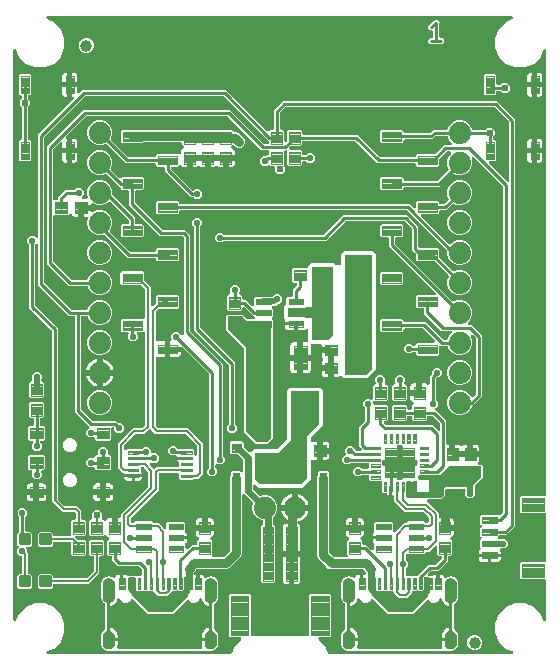
<source format=gtl>
G04 EAGLE Gerber RS-274X export*
G75*
%MOMM*%
%FSLAX34Y34*%
%LPD*%
%INTop Copper*%
%IPPOS*%
%AMOC8*
5,1,8,0,0,1.08239X$1,22.5*%
G01*
%ADD10C,0.279400*%
%ADD11C,0.100000*%
%ADD12C,0.096000*%
%ADD13C,1.879600*%
%ADD14C,0.102000*%
%ADD15C,0.654000*%
%ADD16C,1.000000*%
%ADD17C,0.099059*%
%ADD18C,0.300000*%
%ADD19C,0.101600*%
%ADD20C,0.104000*%
%ADD21C,0.100800*%
%ADD22C,0.099000*%
%ADD23C,0.102869*%
%ADD24C,0.254000*%
%ADD25C,0.558800*%
%ADD26C,0.762000*%
%ADD27C,0.604000*%
%ADD28C,0.508000*%
%ADD29C,0.203200*%
%ADD30C,0.558800*%

G36*
X186663Y3052D02*
X186663Y3052D01*
X186693Y3050D01*
X186821Y3072D01*
X186950Y3089D01*
X186977Y3099D01*
X187006Y3104D01*
X187125Y3158D01*
X187245Y3206D01*
X187269Y3223D01*
X187296Y3235D01*
X187397Y3316D01*
X187503Y3392D01*
X187522Y3415D01*
X187545Y3434D01*
X187622Y3537D01*
X187705Y3637D01*
X187718Y3664D01*
X187736Y3688D01*
X187807Y3832D01*
X190451Y10216D01*
X195598Y15363D01*
X195683Y15472D01*
X195771Y15579D01*
X195780Y15598D01*
X195793Y15614D01*
X195848Y15741D01*
X195907Y15867D01*
X195911Y15887D01*
X195919Y15906D01*
X195941Y16044D01*
X195967Y16180D01*
X195966Y16200D01*
X195969Y16220D01*
X195956Y16359D01*
X195947Y16497D01*
X195941Y16516D01*
X195939Y16536D01*
X195892Y16668D01*
X195849Y16799D01*
X195838Y16817D01*
X195831Y16836D01*
X195753Y16951D01*
X195679Y17068D01*
X195664Y17082D01*
X195653Y17099D01*
X195548Y17191D01*
X195447Y17286D01*
X195430Y17296D01*
X195414Y17309D01*
X195290Y17373D01*
X195169Y17440D01*
X195149Y17445D01*
X195131Y17454D01*
X194995Y17484D01*
X194861Y17519D01*
X194833Y17521D01*
X194821Y17524D01*
X194800Y17523D01*
X194700Y17529D01*
X186355Y17529D01*
X185329Y18555D01*
X185329Y53045D01*
X186355Y54071D01*
X202845Y54071D01*
X203871Y53045D01*
X203871Y19304D01*
X203886Y19186D01*
X203893Y19067D01*
X203906Y19029D01*
X203911Y18988D01*
X203954Y18878D01*
X203991Y18765D01*
X204013Y18730D01*
X204028Y18693D01*
X204097Y18597D01*
X204161Y18496D01*
X204191Y18468D01*
X204214Y18435D01*
X204306Y18359D01*
X204393Y18278D01*
X204428Y18258D01*
X204459Y18233D01*
X204567Y18182D01*
X204671Y18124D01*
X204711Y18114D01*
X204747Y18097D01*
X204864Y18075D01*
X204979Y18045D01*
X205039Y18041D01*
X205059Y18037D01*
X205080Y18039D01*
X205140Y18035D01*
X252060Y18035D01*
X252178Y18050D01*
X252297Y18057D01*
X252335Y18070D01*
X252376Y18075D01*
X252486Y18118D01*
X252599Y18155D01*
X252634Y18177D01*
X252671Y18192D01*
X252767Y18261D01*
X252868Y18325D01*
X252896Y18355D01*
X252929Y18378D01*
X253005Y18470D01*
X253086Y18557D01*
X253106Y18592D01*
X253131Y18623D01*
X253182Y18731D01*
X253240Y18835D01*
X253250Y18875D01*
X253267Y18911D01*
X253289Y19028D01*
X253319Y19143D01*
X253323Y19203D01*
X253327Y19223D01*
X253325Y19244D01*
X253329Y19304D01*
X253329Y53045D01*
X254355Y54071D01*
X270845Y54071D01*
X271871Y53045D01*
X271871Y18555D01*
X270845Y17529D01*
X262500Y17529D01*
X262362Y17512D01*
X262224Y17499D01*
X262204Y17492D01*
X262184Y17489D01*
X262055Y17438D01*
X261924Y17391D01*
X261907Y17380D01*
X261889Y17372D01*
X261776Y17291D01*
X261661Y17213D01*
X261648Y17197D01*
X261631Y17186D01*
X261543Y17078D01*
X261451Y16974D01*
X261441Y16956D01*
X261429Y16941D01*
X261369Y16815D01*
X261306Y16691D01*
X261302Y16671D01*
X261293Y16653D01*
X261267Y16517D01*
X261236Y16381D01*
X261237Y16360D01*
X261233Y16341D01*
X261242Y16202D01*
X261246Y16063D01*
X261252Y16043D01*
X261253Y16023D01*
X261296Y15891D01*
X261334Y15757D01*
X261345Y15740D01*
X261351Y15721D01*
X261426Y15603D01*
X261496Y15483D01*
X261515Y15462D01*
X261521Y15452D01*
X261536Y15438D01*
X261602Y15363D01*
X266749Y10216D01*
X269393Y3832D01*
X269408Y3807D01*
X269417Y3779D01*
X269486Y3669D01*
X269551Y3556D01*
X269571Y3535D01*
X269587Y3510D01*
X269682Y3421D01*
X269772Y3328D01*
X269797Y3312D01*
X269819Y3292D01*
X269932Y3229D01*
X270043Y3161D01*
X270071Y3153D01*
X270097Y3138D01*
X270223Y3106D01*
X270347Y3068D01*
X270377Y3066D01*
X270405Y3059D01*
X270566Y3049D01*
X424952Y3049D01*
X425021Y3057D01*
X425091Y3056D01*
X425178Y3077D01*
X425267Y3089D01*
X425332Y3114D01*
X425400Y3131D01*
X425480Y3173D01*
X425563Y3206D01*
X425619Y3247D01*
X425681Y3279D01*
X425748Y3340D01*
X425820Y3392D01*
X425865Y3446D01*
X425916Y3493D01*
X425966Y3568D01*
X426023Y3637D01*
X426053Y3701D01*
X426091Y3759D01*
X426120Y3844D01*
X426159Y3925D01*
X426172Y3994D01*
X426194Y4060D01*
X426202Y4149D01*
X426218Y4237D01*
X426214Y4307D01*
X426220Y4377D01*
X426204Y4465D01*
X426199Y4555D01*
X426177Y4621D01*
X426165Y4690D01*
X426128Y4772D01*
X426101Y4857D01*
X426063Y4916D01*
X426035Y4980D01*
X425979Y5050D01*
X425930Y5126D01*
X425880Y5174D01*
X425836Y5228D01*
X425764Y5283D01*
X425699Y5344D01*
X425638Y5378D01*
X425582Y5420D01*
X425437Y5491D01*
X420001Y7742D01*
X414142Y13601D01*
X410971Y21257D01*
X410971Y29543D01*
X414142Y37198D01*
X420001Y43058D01*
X427657Y46229D01*
X435943Y46229D01*
X443599Y43058D01*
X449458Y37199D01*
X451709Y31763D01*
X451744Y31702D01*
X451770Y31637D01*
X451822Y31564D01*
X451867Y31486D01*
X451916Y31436D01*
X451956Y31380D01*
X452026Y31322D01*
X452088Y31258D01*
X452148Y31221D01*
X452201Y31177D01*
X452283Y31139D01*
X452359Y31092D01*
X452426Y31071D01*
X452489Y31041D01*
X452577Y31024D01*
X452663Y30998D01*
X452733Y30995D01*
X452802Y30982D01*
X452891Y30987D01*
X452981Y30983D01*
X453049Y30997D01*
X453119Y31001D01*
X453204Y31029D01*
X453292Y31047D01*
X453355Y31078D01*
X453421Y31099D01*
X453497Y31147D01*
X453578Y31187D01*
X453631Y31232D01*
X453690Y31270D01*
X453752Y31335D01*
X453820Y31393D01*
X453860Y31450D01*
X453908Y31501D01*
X453951Y31580D01*
X454003Y31653D01*
X454028Y31719D01*
X454062Y31780D01*
X454084Y31866D01*
X454116Y31951D01*
X454124Y32020D01*
X454141Y32088D01*
X454151Y32248D01*
X454151Y65060D01*
X454136Y65178D01*
X454129Y65297D01*
X454116Y65335D01*
X454111Y65376D01*
X454068Y65486D01*
X454031Y65599D01*
X454009Y65634D01*
X453994Y65671D01*
X453925Y65767D01*
X453861Y65868D01*
X453831Y65896D01*
X453808Y65929D01*
X453716Y66005D01*
X453629Y66086D01*
X453594Y66106D01*
X453563Y66131D01*
X453455Y66182D01*
X453351Y66240D01*
X453311Y66250D01*
X453275Y66267D01*
X453158Y66289D01*
X453043Y66319D01*
X452983Y66323D01*
X452963Y66327D01*
X452942Y66325D01*
X452882Y66329D01*
X432905Y66329D01*
X431879Y67355D01*
X431879Y79845D01*
X432905Y80871D01*
X452882Y80871D01*
X453000Y80886D01*
X453119Y80893D01*
X453157Y80906D01*
X453198Y80911D01*
X453308Y80954D01*
X453421Y80991D01*
X453456Y81013D01*
X453493Y81028D01*
X453589Y81097D01*
X453690Y81161D01*
X453718Y81191D01*
X453751Y81214D01*
X453827Y81306D01*
X453908Y81393D01*
X453928Y81428D01*
X453953Y81459D01*
X454004Y81567D01*
X454062Y81671D01*
X454072Y81711D01*
X454089Y81747D01*
X454111Y81864D01*
X454141Y81979D01*
X454145Y82039D01*
X454149Y82059D01*
X454147Y82080D01*
X454151Y82140D01*
X454151Y121060D01*
X454136Y121178D01*
X454129Y121297D01*
X454116Y121335D01*
X454111Y121376D01*
X454068Y121486D01*
X454031Y121599D01*
X454009Y121634D01*
X453994Y121671D01*
X453925Y121767D01*
X453861Y121868D01*
X453831Y121896D01*
X453808Y121929D01*
X453716Y122005D01*
X453629Y122086D01*
X453594Y122106D01*
X453563Y122131D01*
X453455Y122182D01*
X453351Y122240D01*
X453311Y122250D01*
X453275Y122267D01*
X453158Y122289D01*
X453043Y122319D01*
X452983Y122323D01*
X452963Y122327D01*
X452942Y122325D01*
X452882Y122329D01*
X432905Y122329D01*
X431879Y123355D01*
X431879Y135845D01*
X432905Y136871D01*
X452882Y136871D01*
X453000Y136886D01*
X453119Y136893D01*
X453157Y136906D01*
X453198Y136911D01*
X453308Y136954D01*
X453421Y136991D01*
X453456Y137013D01*
X453493Y137028D01*
X453589Y137097D01*
X453690Y137161D01*
X453718Y137191D01*
X453751Y137214D01*
X453827Y137306D01*
X453908Y137393D01*
X453928Y137428D01*
X453953Y137459D01*
X454004Y137567D01*
X454062Y137671D01*
X454072Y137711D01*
X454089Y137747D01*
X454111Y137864D01*
X454141Y137979D01*
X454145Y138039D01*
X454149Y138059D01*
X454147Y138080D01*
X454151Y138140D01*
X454151Y513852D01*
X454143Y513921D01*
X454144Y513991D01*
X454123Y514078D01*
X454111Y514167D01*
X454086Y514232D01*
X454069Y514300D01*
X454027Y514380D01*
X453994Y514463D01*
X453953Y514519D01*
X453921Y514581D01*
X453860Y514648D01*
X453808Y514720D01*
X453754Y514765D01*
X453707Y514816D01*
X453632Y514866D01*
X453563Y514923D01*
X453499Y514953D01*
X453441Y514991D01*
X453356Y515020D01*
X453275Y515059D01*
X453206Y515072D01*
X453140Y515094D01*
X453051Y515102D01*
X452963Y515118D01*
X452893Y515114D01*
X452823Y515120D01*
X452735Y515104D01*
X452645Y515099D01*
X452579Y515077D01*
X452510Y515065D01*
X452428Y515028D01*
X452343Y515001D01*
X452284Y514963D01*
X452220Y514935D01*
X452150Y514879D01*
X452074Y514830D01*
X452026Y514780D01*
X451972Y514736D01*
X451917Y514664D01*
X451856Y514599D01*
X451822Y514538D01*
X451780Y514482D01*
X451709Y514337D01*
X449458Y508901D01*
X443599Y503042D01*
X435943Y499871D01*
X427657Y499871D01*
X420001Y503042D01*
X414142Y508901D01*
X410971Y516557D01*
X410971Y524843D01*
X414142Y532499D01*
X420001Y538358D01*
X425437Y540609D01*
X425498Y540644D01*
X425563Y540670D01*
X425636Y540722D01*
X425714Y540767D01*
X425764Y540816D01*
X425820Y540856D01*
X425878Y540926D01*
X425942Y540988D01*
X425979Y541048D01*
X426023Y541101D01*
X426061Y541183D01*
X426108Y541259D01*
X426129Y541326D01*
X426159Y541389D01*
X426176Y541477D01*
X426202Y541563D01*
X426205Y541633D01*
X426218Y541702D01*
X426213Y541791D01*
X426217Y541881D01*
X426203Y541949D01*
X426199Y542019D01*
X426171Y542104D01*
X426153Y542192D01*
X426122Y542255D01*
X426101Y542321D01*
X426053Y542397D01*
X426013Y542478D01*
X425968Y542531D01*
X425930Y542590D01*
X425865Y542652D01*
X425807Y542720D01*
X425750Y542760D01*
X425699Y542808D01*
X425620Y542851D01*
X425547Y542903D01*
X425481Y542928D01*
X425420Y542962D01*
X425334Y542984D01*
X425249Y543016D01*
X425180Y543024D01*
X425112Y543041D01*
X424952Y543051D01*
X32248Y543051D01*
X32179Y543043D01*
X32109Y543044D01*
X32022Y543023D01*
X31933Y543011D01*
X31868Y542986D01*
X31800Y542969D01*
X31720Y542927D01*
X31637Y542894D01*
X31581Y542853D01*
X31519Y542821D01*
X31452Y542760D01*
X31380Y542708D01*
X31335Y542654D01*
X31284Y542607D01*
X31234Y542532D01*
X31177Y542463D01*
X31147Y542399D01*
X31109Y542341D01*
X31080Y542256D01*
X31041Y542175D01*
X31028Y542106D01*
X31006Y542040D01*
X30998Y541951D01*
X30982Y541863D01*
X30986Y541793D01*
X30980Y541723D01*
X30996Y541635D01*
X31001Y541545D01*
X31023Y541479D01*
X31035Y541410D01*
X31072Y541328D01*
X31099Y541243D01*
X31137Y541184D01*
X31165Y541120D01*
X31221Y541050D01*
X31270Y540974D01*
X31320Y540926D01*
X31364Y540872D01*
X31436Y540817D01*
X31501Y540756D01*
X31562Y540722D01*
X31618Y540680D01*
X31763Y540609D01*
X37199Y538358D01*
X43058Y532499D01*
X46229Y524843D01*
X46229Y516557D01*
X43058Y508901D01*
X37199Y503042D01*
X29543Y499871D01*
X21257Y499871D01*
X13601Y503042D01*
X7742Y508901D01*
X5491Y514337D01*
X5456Y514398D01*
X5430Y514463D01*
X5378Y514536D01*
X5333Y514614D01*
X5284Y514664D01*
X5244Y514720D01*
X5174Y514778D01*
X5112Y514842D01*
X5052Y514879D01*
X4999Y514923D01*
X4917Y514961D01*
X4841Y515008D01*
X4774Y515029D01*
X4711Y515059D01*
X4623Y515076D01*
X4537Y515102D01*
X4467Y515105D01*
X4398Y515118D01*
X4309Y515113D01*
X4219Y515117D01*
X4151Y515103D01*
X4081Y515099D01*
X3996Y515071D01*
X3908Y515053D01*
X3845Y515022D01*
X3779Y515001D01*
X3703Y514953D01*
X3622Y514913D01*
X3569Y514868D01*
X3510Y514830D01*
X3448Y514765D01*
X3380Y514707D01*
X3340Y514650D01*
X3292Y514599D01*
X3249Y514520D01*
X3197Y514447D01*
X3172Y514381D01*
X3138Y514320D01*
X3116Y514234D01*
X3084Y514149D01*
X3076Y514080D01*
X3059Y514012D01*
X3049Y513852D01*
X3049Y32248D01*
X3057Y32179D01*
X3056Y32109D01*
X3077Y32022D01*
X3089Y31933D01*
X3114Y31868D01*
X3131Y31800D01*
X3173Y31720D01*
X3206Y31637D01*
X3247Y31581D01*
X3279Y31519D01*
X3340Y31452D01*
X3392Y31380D01*
X3446Y31335D01*
X3493Y31284D01*
X3568Y31234D01*
X3637Y31177D01*
X3701Y31147D01*
X3759Y31109D01*
X3844Y31080D01*
X3925Y31041D01*
X3994Y31028D01*
X4060Y31006D01*
X4149Y30998D01*
X4237Y30982D01*
X4307Y30986D01*
X4377Y30980D01*
X4465Y30996D01*
X4555Y31001D01*
X4621Y31023D01*
X4690Y31035D01*
X4772Y31072D01*
X4857Y31099D01*
X4916Y31137D01*
X4980Y31165D01*
X5050Y31221D01*
X5126Y31270D01*
X5174Y31320D01*
X5228Y31364D01*
X5283Y31436D01*
X5344Y31501D01*
X5378Y31562D01*
X5420Y31618D01*
X5491Y31763D01*
X7742Y37199D01*
X13601Y43058D01*
X21257Y46229D01*
X29543Y46229D01*
X37199Y43058D01*
X43058Y37199D01*
X46229Y29543D01*
X46229Y21257D01*
X43058Y13602D01*
X37199Y7742D01*
X31763Y5491D01*
X31702Y5456D01*
X31637Y5430D01*
X31564Y5378D01*
X31486Y5333D01*
X31436Y5284D01*
X31380Y5244D01*
X31322Y5174D01*
X31258Y5112D01*
X31221Y5052D01*
X31177Y4999D01*
X31139Y4917D01*
X31092Y4841D01*
X31071Y4774D01*
X31041Y4711D01*
X31024Y4623D01*
X30998Y4537D01*
X30995Y4467D01*
X30982Y4398D01*
X30987Y4309D01*
X30983Y4219D01*
X30997Y4151D01*
X31001Y4081D01*
X31029Y3996D01*
X31047Y3908D01*
X31078Y3845D01*
X31099Y3779D01*
X31147Y3703D01*
X31187Y3622D01*
X31232Y3569D01*
X31270Y3510D01*
X31335Y3448D01*
X31393Y3380D01*
X31450Y3340D01*
X31501Y3292D01*
X31580Y3249D01*
X31653Y3197D01*
X31719Y3172D01*
X31780Y3138D01*
X31866Y3116D01*
X31951Y3084D01*
X32020Y3076D01*
X32088Y3059D01*
X32248Y3049D01*
X186634Y3049D01*
X186663Y3052D01*
G37*
%LPC*%
G36*
X53187Y86329D02*
X53187Y86329D01*
X52149Y87367D01*
X52149Y96774D01*
X52134Y96892D01*
X52127Y97011D01*
X52114Y97049D01*
X52109Y97090D01*
X52066Y97200D01*
X52029Y97313D01*
X52007Y97348D01*
X51992Y97385D01*
X51923Y97481D01*
X51859Y97582D01*
X51829Y97610D01*
X51806Y97643D01*
X51714Y97719D01*
X51627Y97800D01*
X51592Y97820D01*
X51561Y97845D01*
X51453Y97896D01*
X51349Y97954D01*
X51309Y97964D01*
X51273Y97981D01*
X51156Y98003D01*
X51041Y98033D01*
X50981Y98037D01*
X50961Y98041D01*
X50940Y98039D01*
X50880Y98043D01*
X37900Y98043D01*
X37782Y98028D01*
X37663Y98021D01*
X37625Y98008D01*
X37584Y98003D01*
X37474Y97960D01*
X37361Y97923D01*
X37326Y97901D01*
X37289Y97886D01*
X37193Y97817D01*
X37092Y97753D01*
X37064Y97723D01*
X37031Y97700D01*
X36955Y97608D01*
X36874Y97521D01*
X36854Y97486D01*
X36829Y97455D01*
X36778Y97347D01*
X36720Y97243D01*
X36710Y97203D01*
X36693Y97167D01*
X36671Y97050D01*
X36641Y96935D01*
X36637Y96875D01*
X36633Y96855D01*
X36635Y96834D01*
X36631Y96774D01*
X36631Y95682D01*
X35008Y94059D01*
X25712Y94059D01*
X24089Y95682D01*
X24089Y104978D01*
X25712Y106601D01*
X35008Y106601D01*
X36631Y104978D01*
X36631Y103886D01*
X36646Y103768D01*
X36653Y103649D01*
X36666Y103611D01*
X36671Y103570D01*
X36714Y103460D01*
X36751Y103347D01*
X36773Y103312D01*
X36788Y103275D01*
X36857Y103179D01*
X36921Y103078D01*
X36951Y103050D01*
X36974Y103017D01*
X37066Y102941D01*
X37153Y102860D01*
X37188Y102840D01*
X37219Y102815D01*
X37327Y102764D01*
X37431Y102706D01*
X37471Y102696D01*
X37507Y102679D01*
X37624Y102657D01*
X37739Y102627D01*
X37799Y102623D01*
X37819Y102619D01*
X37840Y102621D01*
X37900Y102617D01*
X50880Y102617D01*
X50998Y102632D01*
X51117Y102639D01*
X51155Y102652D01*
X51196Y102657D01*
X51306Y102700D01*
X51419Y102737D01*
X51454Y102759D01*
X51491Y102774D01*
X51587Y102843D01*
X51688Y102907D01*
X51716Y102937D01*
X51749Y102960D01*
X51825Y103052D01*
X51906Y103139D01*
X51926Y103174D01*
X51951Y103205D01*
X52002Y103313D01*
X52060Y103417D01*
X52070Y103457D01*
X52087Y103493D01*
X52109Y103610D01*
X52139Y103725D01*
X52143Y103785D01*
X52147Y103805D01*
X52145Y103826D01*
X52149Y103886D01*
X52149Y115833D01*
X53187Y116871D01*
X54864Y116871D01*
X54982Y116886D01*
X55101Y116893D01*
X55139Y116906D01*
X55180Y116911D01*
X55290Y116954D01*
X55403Y116991D01*
X55438Y117013D01*
X55475Y117028D01*
X55571Y117097D01*
X55672Y117161D01*
X55700Y117191D01*
X55733Y117214D01*
X55809Y117306D01*
X55890Y117393D01*
X55910Y117428D01*
X55935Y117459D01*
X55986Y117567D01*
X56044Y117671D01*
X56054Y117711D01*
X56071Y117747D01*
X56093Y117864D01*
X56123Y117979D01*
X56127Y118039D01*
X56131Y118059D01*
X56129Y118080D01*
X56133Y118140D01*
X56133Y121717D01*
X56121Y121815D01*
X56118Y121914D01*
X56101Y121972D01*
X56093Y122033D01*
X56057Y122125D01*
X56029Y122220D01*
X55999Y122272D01*
X55976Y122328D01*
X55918Y122408D01*
X55868Y122494D01*
X55802Y122569D01*
X55790Y122586D01*
X55780Y122593D01*
X55762Y122615D01*
X55305Y123072D01*
X55226Y123132D01*
X55154Y123200D01*
X55101Y123229D01*
X55053Y123266D01*
X54962Y123306D01*
X54876Y123354D01*
X54817Y123369D01*
X54761Y123393D01*
X54663Y123408D01*
X54568Y123433D01*
X54468Y123439D01*
X54447Y123443D01*
X54435Y123441D01*
X54407Y123443D01*
X44773Y123443D01*
X37779Y130438D01*
X37700Y130498D01*
X37628Y130566D01*
X37575Y130595D01*
X37527Y130632D01*
X37436Y130672D01*
X37350Y130720D01*
X37291Y130735D01*
X37235Y130759D01*
X37137Y130774D01*
X37063Y130793D01*
X35559Y132298D01*
X35559Y276552D01*
X35547Y276650D01*
X35544Y276749D01*
X35527Y276807D01*
X35519Y276867D01*
X35483Y276959D01*
X35455Y277055D01*
X35425Y277107D01*
X35402Y277163D01*
X35344Y277243D01*
X35294Y277329D01*
X35228Y277404D01*
X35216Y277420D01*
X35206Y277428D01*
X35188Y277449D01*
X16509Y296128D01*
X16509Y349327D01*
X16497Y349425D01*
X16494Y349524D01*
X16477Y349582D01*
X16469Y349642D01*
X16433Y349734D01*
X16405Y349829D01*
X16375Y349882D01*
X16352Y349938D01*
X16294Y350018D01*
X16244Y350103D01*
X16178Y350179D01*
X16166Y350195D01*
X16156Y350203D01*
X16138Y350224D01*
X14985Y351376D01*
X14985Y354744D01*
X17366Y357125D01*
X20734Y357125D01*
X21963Y355896D01*
X22072Y355811D01*
X22179Y355722D01*
X22198Y355713D01*
X22214Y355701D01*
X22342Y355645D01*
X22467Y355586D01*
X22487Y355583D01*
X22506Y355575D01*
X22644Y355553D01*
X22780Y355527D01*
X22800Y355528D01*
X22820Y355525D01*
X22959Y355538D01*
X23097Y355546D01*
X23116Y355553D01*
X23136Y355555D01*
X23268Y355602D01*
X23399Y355644D01*
X23417Y355655D01*
X23436Y355662D01*
X23551Y355740D01*
X23668Y355815D01*
X23682Y355829D01*
X23699Y355841D01*
X23791Y355945D01*
X23886Y356046D01*
X23896Y356064D01*
X23909Y356079D01*
X23973Y356203D01*
X24040Y356325D01*
X24045Y356344D01*
X24054Y356362D01*
X24084Y356498D01*
X24119Y356633D01*
X24121Y356661D01*
X24124Y356673D01*
X24123Y356693D01*
X24129Y356793D01*
X24129Y443012D01*
X53929Y472813D01*
X54015Y472922D01*
X54103Y473029D01*
X54112Y473048D01*
X54124Y473064D01*
X54180Y473192D01*
X54239Y473317D01*
X54243Y473337D01*
X54251Y473356D01*
X54273Y473494D01*
X54299Y473630D01*
X54297Y473650D01*
X54301Y473670D01*
X54287Y473809D01*
X54279Y473947D01*
X54273Y473966D01*
X54271Y473986D01*
X54224Y474118D01*
X54181Y474249D01*
X54170Y474267D01*
X54163Y474286D01*
X54085Y474401D01*
X54011Y474518D01*
X53996Y474532D01*
X53985Y474549D01*
X53880Y474641D01*
X53779Y474736D01*
X53761Y474746D01*
X53746Y474759D01*
X53622Y474822D01*
X53501Y474890D01*
X53481Y474895D01*
X53463Y474904D01*
X53327Y474934D01*
X53193Y474969D01*
X53165Y474971D01*
X53153Y474974D01*
X53132Y474973D01*
X53032Y474979D01*
X52704Y474979D01*
X52704Y483236D01*
X57151Y483236D01*
X57151Y479098D01*
X57168Y478960D01*
X57181Y478822D01*
X57188Y478803D01*
X57191Y478783D01*
X57242Y478653D01*
X57289Y478522D01*
X57300Y478506D01*
X57308Y478487D01*
X57389Y478374D01*
X57467Y478259D01*
X57483Y478246D01*
X57494Y478230D01*
X57602Y478140D01*
X57706Y478049D01*
X57724Y478040D01*
X57739Y478027D01*
X57865Y477967D01*
X57989Y477904D01*
X58009Y477900D01*
X58027Y477891D01*
X58163Y477865D01*
X58299Y477835D01*
X58320Y477835D01*
X58339Y477831D01*
X58478Y477840D01*
X58617Y477844D01*
X58637Y477850D01*
X58657Y477851D01*
X58789Y477894D01*
X58923Y477933D01*
X58940Y477943D01*
X58959Y477949D01*
X59077Y478024D01*
X59197Y478094D01*
X59218Y478113D01*
X59228Y478119D01*
X59242Y478134D01*
X59318Y478201D01*
X59826Y478709D01*
X61686Y480569D01*
X183034Y480569D01*
X184894Y478709D01*
X217782Y445821D01*
X217876Y445748D01*
X217965Y445669D01*
X218001Y445651D01*
X218033Y445626D01*
X218143Y445579D01*
X218249Y445525D01*
X218288Y445516D01*
X218325Y445500D01*
X218443Y445481D01*
X218559Y445455D01*
X218599Y445456D01*
X218639Y445450D01*
X218758Y445461D01*
X218877Y445465D01*
X218916Y445476D01*
X218956Y445480D01*
X219068Y445520D01*
X219182Y445553D01*
X219217Y445574D01*
X219255Y445587D01*
X219354Y445654D01*
X219456Y445715D01*
X219501Y445755D01*
X219518Y445766D01*
X219532Y445781D01*
X219577Y445821D01*
X220827Y447071D01*
X222250Y447071D01*
X222368Y447086D01*
X222487Y447093D01*
X222525Y447106D01*
X222566Y447111D01*
X222676Y447154D01*
X222789Y447191D01*
X222824Y447213D01*
X222861Y447228D01*
X222957Y447297D01*
X223058Y447361D01*
X223086Y447391D01*
X223119Y447414D01*
X223195Y447506D01*
X223276Y447593D01*
X223296Y447628D01*
X223321Y447659D01*
X223372Y447767D01*
X223430Y447871D01*
X223440Y447911D01*
X223457Y447947D01*
X223479Y448064D01*
X223509Y448179D01*
X223513Y448239D01*
X223517Y448259D01*
X223515Y448280D01*
X223519Y448340D01*
X223519Y463332D01*
X231358Y471171D01*
X412532Y471171D01*
X427991Y455712D01*
X427991Y111095D01*
X420955Y104059D01*
X415633Y104059D01*
X415535Y104047D01*
X415436Y104044D01*
X415378Y104027D01*
X415318Y104019D01*
X415226Y103983D01*
X415131Y103955D01*
X415078Y103925D01*
X415022Y103902D01*
X414942Y103844D01*
X414857Y103794D01*
X414781Y103728D01*
X414765Y103716D01*
X414757Y103706D01*
X414736Y103688D01*
X413626Y102577D01*
X413541Y102468D01*
X413452Y102361D01*
X413443Y102342D01*
X413431Y102326D01*
X413376Y102199D01*
X413316Y102073D01*
X413313Y102053D01*
X413305Y102034D01*
X413283Y101896D01*
X413257Y101760D01*
X413258Y101740D01*
X413255Y101720D01*
X413268Y101581D01*
X413276Y101443D01*
X413283Y101424D01*
X413284Y101404D01*
X413332Y101272D01*
X413374Y101141D01*
X413385Y101123D01*
X413392Y101104D01*
X413470Y100989D01*
X413545Y100872D01*
X413559Y100858D01*
X413571Y100841D01*
X413675Y100749D01*
X413776Y100654D01*
X413794Y100644D01*
X413809Y100631D01*
X413933Y100568D01*
X414055Y100500D01*
X414074Y100495D01*
X414092Y100486D01*
X414228Y100456D01*
X414363Y100421D01*
X414391Y100419D01*
X414403Y100416D01*
X414423Y100417D01*
X414523Y100411D01*
X415447Y100411D01*
X415545Y100423D01*
X415644Y100426D01*
X415702Y100443D01*
X415762Y100451D01*
X415854Y100487D01*
X415949Y100515D01*
X416001Y100545D01*
X416058Y100568D01*
X416138Y100626D01*
X416204Y100665D01*
X419594Y100665D01*
X421975Y98284D01*
X421975Y94916D01*
X419594Y92535D01*
X416372Y92535D01*
X416241Y92519D01*
X416109Y92508D01*
X416083Y92499D01*
X416056Y92495D01*
X415934Y92447D01*
X415808Y92403D01*
X415786Y92388D01*
X415761Y92378D01*
X415654Y92301D01*
X415543Y92227D01*
X415525Y92207D01*
X415503Y92192D01*
X415419Y92089D01*
X415330Y91991D01*
X415318Y91967D01*
X415301Y91947D01*
X415244Y91827D01*
X415183Y91710D01*
X415177Y91683D01*
X415165Y91659D01*
X415140Y91529D01*
X415110Y91400D01*
X415110Y91373D01*
X415105Y91347D01*
X415113Y91215D01*
X415116Y91082D01*
X415123Y91056D01*
X415125Y91029D01*
X415166Y90903D01*
X415201Y90776D01*
X415218Y90741D01*
X415223Y90727D01*
X415235Y90708D01*
X415273Y90631D01*
X415483Y90268D01*
X415691Y89492D01*
X415691Y88099D01*
X406630Y88099D01*
X406512Y88084D01*
X406393Y88077D01*
X406386Y88075D01*
X406330Y88089D01*
X406270Y88093D01*
X406250Y88097D01*
X406230Y88095D01*
X406170Y88099D01*
X397109Y88099D01*
X397109Y89492D01*
X397317Y90268D01*
X397719Y90963D01*
X398356Y91601D01*
X398429Y91695D01*
X398508Y91784D01*
X398526Y91820D01*
X398551Y91852D01*
X398598Y91961D01*
X398652Y92067D01*
X398661Y92106D01*
X398677Y92144D01*
X398696Y92261D01*
X398722Y92377D01*
X398721Y92418D01*
X398727Y92458D01*
X398716Y92576D01*
X398712Y92695D01*
X398701Y92734D01*
X398697Y92774D01*
X398657Y92886D01*
X398624Y93001D01*
X398604Y93036D01*
X398590Y93074D01*
X398523Y93172D01*
X398463Y93275D01*
X398423Y93320D01*
X398411Y93337D01*
X398396Y93350D01*
X398379Y93369D01*
X398379Y99828D01*
X399254Y100702D01*
X399327Y100796D01*
X399406Y100886D01*
X399424Y100922D01*
X399449Y100954D01*
X399496Y101063D01*
X399551Y101169D01*
X399559Y101208D01*
X399575Y101246D01*
X399594Y101363D01*
X399620Y101479D01*
X399619Y101520D01*
X399625Y101560D01*
X399614Y101678D01*
X399611Y101797D01*
X399599Y101836D01*
X399595Y101876D01*
X399555Y101989D01*
X399522Y102103D01*
X399502Y102137D01*
X399488Y102176D01*
X399421Y102274D01*
X399361Y102377D01*
X399321Y102422D01*
X399309Y102439D01*
X399294Y102452D01*
X399254Y102497D01*
X398379Y103372D01*
X398379Y109828D01*
X399254Y110702D01*
X399327Y110796D01*
X399406Y110886D01*
X399424Y110922D01*
X399449Y110954D01*
X399496Y111063D01*
X399551Y111169D01*
X399559Y111208D01*
X399575Y111246D01*
X399594Y111363D01*
X399620Y111479D01*
X399619Y111520D01*
X399625Y111560D01*
X399614Y111678D01*
X399611Y111797D01*
X399599Y111836D01*
X399595Y111876D01*
X399555Y111989D01*
X399522Y112103D01*
X399502Y112137D01*
X399488Y112176D01*
X399421Y112274D01*
X399361Y112377D01*
X399321Y112422D01*
X399309Y112439D01*
X399294Y112452D01*
X399254Y112497D01*
X398379Y113372D01*
X398379Y119828D01*
X399422Y120871D01*
X413378Y120871D01*
X413655Y120593D01*
X413749Y120520D01*
X413838Y120441D01*
X413874Y120423D01*
X413906Y120398D01*
X414016Y120351D01*
X414122Y120297D01*
X414161Y120288D01*
X414198Y120272D01*
X414316Y120253D01*
X414432Y120227D01*
X414472Y120228D01*
X414512Y120222D01*
X414631Y120233D01*
X414750Y120237D01*
X414789Y120248D01*
X414829Y120252D01*
X414941Y120292D01*
X415055Y120325D01*
X415090Y120346D01*
X415128Y120360D01*
X415227Y120426D01*
X415329Y120487D01*
X415375Y120527D01*
X415391Y120538D01*
X415405Y120553D01*
X415450Y120593D01*
X417458Y122601D01*
X417518Y122679D01*
X417586Y122751D01*
X417615Y122804D01*
X417652Y122852D01*
X417692Y122943D01*
X417740Y123030D01*
X417755Y123088D01*
X417779Y123144D01*
X417794Y123242D01*
X417819Y123337D01*
X417825Y123438D01*
X417829Y123458D01*
X417827Y123470D01*
X417829Y123498D01*
X417829Y398472D01*
X417817Y398570D01*
X417814Y398669D01*
X417797Y398727D01*
X417789Y398787D01*
X417753Y398879D01*
X417725Y398975D01*
X417695Y399027D01*
X417672Y399083D01*
X417614Y399163D01*
X417564Y399249D01*
X417498Y399324D01*
X417486Y399340D01*
X417476Y399348D01*
X417458Y399369D01*
X393398Y423429D01*
X393342Y423472D01*
X393294Y423522D01*
X393217Y423569D01*
X393146Y423624D01*
X393082Y423652D01*
X393023Y423688D01*
X392937Y423715D01*
X392854Y423751D01*
X392785Y423762D01*
X392719Y423782D01*
X392629Y423786D01*
X392540Y423800D01*
X392471Y423794D01*
X392401Y423797D01*
X392313Y423779D01*
X392224Y423771D01*
X392158Y423747D01*
X392090Y423733D01*
X392009Y423693D01*
X391924Y423663D01*
X391867Y423624D01*
X391804Y423593D01*
X391736Y423535D01*
X391661Y423484D01*
X391615Y423432D01*
X391562Y423387D01*
X391510Y423313D01*
X391451Y423246D01*
X391419Y423184D01*
X391379Y423127D01*
X391347Y423043D01*
X391306Y422963D01*
X391291Y422895D01*
X391266Y422829D01*
X391256Y422740D01*
X391237Y422652D01*
X391239Y422583D01*
X391231Y422513D01*
X391244Y422424D01*
X391246Y422335D01*
X391266Y422268D01*
X391275Y422198D01*
X391327Y422046D01*
X391669Y421222D01*
X391669Y416978D01*
X390045Y413057D01*
X387043Y410055D01*
X383122Y408431D01*
X378878Y408431D01*
X376159Y409558D01*
X376130Y409565D01*
X376104Y409579D01*
X375977Y409607D01*
X375852Y409641D01*
X375823Y409642D01*
X375794Y409648D01*
X375664Y409644D01*
X375534Y409647D01*
X375505Y409640D01*
X375476Y409639D01*
X375351Y409603D01*
X375225Y409572D01*
X375199Y409559D01*
X375170Y409550D01*
X375059Y409485D01*
X374944Y409424D01*
X374922Y409404D01*
X374896Y409389D01*
X374776Y409282D01*
X364252Y398759D01*
X334640Y398759D01*
X334522Y398744D01*
X334403Y398737D01*
X334365Y398724D01*
X334324Y398719D01*
X334214Y398676D01*
X334101Y398639D01*
X334066Y398617D01*
X334029Y398602D01*
X333933Y398533D01*
X333832Y398469D01*
X333804Y398439D01*
X333771Y398416D01*
X333695Y398324D01*
X333614Y398237D01*
X333594Y398202D01*
X333569Y398171D01*
X333518Y398063D01*
X333460Y397959D01*
X333450Y397919D01*
X333433Y397883D01*
X333411Y397766D01*
X333381Y397651D01*
X333377Y397590D01*
X333373Y397571D01*
X333375Y397550D01*
X333371Y397490D01*
X333371Y396822D01*
X332328Y395779D01*
X314872Y395779D01*
X313829Y396822D01*
X313829Y405778D01*
X314872Y406821D01*
X332328Y406821D01*
X333371Y405778D01*
X333371Y405110D01*
X333386Y404992D01*
X333393Y404873D01*
X333406Y404835D01*
X333411Y404794D01*
X333454Y404684D01*
X333491Y404571D01*
X333513Y404536D01*
X333528Y404499D01*
X333597Y404403D01*
X333661Y404302D01*
X333691Y404274D01*
X333714Y404241D01*
X333806Y404165D01*
X333893Y404084D01*
X333928Y404064D01*
X333959Y404039D01*
X334067Y403988D01*
X334171Y403930D01*
X334211Y403920D01*
X334247Y403903D01*
X334364Y403881D01*
X334479Y403851D01*
X334539Y403847D01*
X334559Y403843D01*
X334580Y403845D01*
X334640Y403841D01*
X361622Y403841D01*
X361720Y403853D01*
X361819Y403856D01*
X361877Y403873D01*
X361937Y403881D01*
X362029Y403917D01*
X362125Y403945D01*
X362177Y403975D01*
X362233Y403998D01*
X362313Y404056D01*
X362398Y404106D01*
X362474Y404172D01*
X362490Y404184D01*
X362498Y404194D01*
X362519Y404212D01*
X371182Y412876D01*
X371201Y412899D01*
X371223Y412918D01*
X371298Y413024D01*
X371377Y413127D01*
X371389Y413154D01*
X371406Y413178D01*
X371452Y413299D01*
X371504Y413419D01*
X371508Y413448D01*
X371519Y413475D01*
X371533Y413604D01*
X371554Y413733D01*
X371551Y413762D01*
X371554Y413792D01*
X371536Y413920D01*
X371524Y414049D01*
X371514Y414077D01*
X371510Y414106D01*
X371458Y414259D01*
X370331Y416978D01*
X370331Y421222D01*
X371955Y425143D01*
X373270Y426458D01*
X373355Y426567D01*
X373444Y426674D01*
X373452Y426693D01*
X373465Y426709D01*
X373520Y426836D01*
X373579Y426962D01*
X373583Y426982D01*
X373591Y427001D01*
X373613Y427139D01*
X373639Y427275D01*
X373638Y427295D01*
X373641Y427315D01*
X373628Y427454D01*
X373619Y427592D01*
X373613Y427611D01*
X373611Y427631D01*
X373564Y427763D01*
X373521Y427894D01*
X373510Y427912D01*
X373503Y427931D01*
X373425Y428046D01*
X373351Y428163D01*
X373336Y428177D01*
X373325Y428194D01*
X373221Y428286D01*
X373119Y428381D01*
X373102Y428391D01*
X373086Y428404D01*
X372962Y428468D01*
X372841Y428535D01*
X372821Y428540D01*
X372803Y428549D01*
X372667Y428579D01*
X372533Y428614D01*
X372505Y428616D01*
X372493Y428619D01*
X372472Y428618D01*
X372372Y428624D01*
X370513Y428624D01*
X370415Y428612D01*
X370316Y428609D01*
X370258Y428592D01*
X370198Y428584D01*
X370106Y428548D01*
X370010Y428520D01*
X369958Y428490D01*
X369902Y428467D01*
X369822Y428409D01*
X369737Y428359D01*
X369661Y428293D01*
X369645Y428281D01*
X369637Y428271D01*
X369616Y428253D01*
X363742Y422379D01*
X363682Y422301D01*
X363614Y422229D01*
X363585Y422176D01*
X363548Y422128D01*
X363508Y422037D01*
X363460Y421950D01*
X363445Y421892D01*
X363421Y421836D01*
X363406Y421738D01*
X363381Y421643D01*
X363375Y421542D01*
X363371Y421522D01*
X363373Y421510D01*
X363371Y421482D01*
X363371Y416822D01*
X362328Y415779D01*
X344872Y415779D01*
X343829Y416822D01*
X343829Y417490D01*
X343814Y417608D01*
X343807Y417727D01*
X343794Y417765D01*
X343789Y417806D01*
X343746Y417916D01*
X343709Y418029D01*
X343687Y418064D01*
X343672Y418101D01*
X343603Y418197D01*
X343539Y418298D01*
X343509Y418326D01*
X343486Y418359D01*
X343394Y418435D01*
X343307Y418516D01*
X343272Y418536D01*
X343241Y418561D01*
X343133Y418612D01*
X343029Y418670D01*
X342989Y418680D01*
X342953Y418697D01*
X342836Y418719D01*
X342721Y418749D01*
X342661Y418753D01*
X342641Y418757D01*
X342620Y418755D01*
X342560Y418759D01*
X311368Y418759D01*
X309508Y420619D01*
X292739Y437388D01*
X292661Y437448D01*
X292589Y437516D01*
X292536Y437545D01*
X292488Y437582D01*
X292397Y437622D01*
X292310Y437670D01*
X292252Y437685D01*
X292196Y437709D01*
X292098Y437724D01*
X292003Y437749D01*
X291902Y437755D01*
X291882Y437759D01*
X291870Y437757D01*
X291842Y437759D01*
X248840Y437759D01*
X248722Y437744D01*
X248603Y437737D01*
X248565Y437724D01*
X248524Y437719D01*
X248414Y437676D01*
X248301Y437639D01*
X248266Y437617D01*
X248229Y437602D01*
X248133Y437533D01*
X248032Y437469D01*
X248004Y437439D01*
X247971Y437416D01*
X247895Y437324D01*
X247814Y437237D01*
X247794Y437202D01*
X247769Y437171D01*
X247718Y437063D01*
X247660Y436959D01*
X247650Y436919D01*
X247633Y436883D01*
X247611Y436766D01*
X247581Y436651D01*
X247577Y436591D01*
X247573Y436571D01*
X247575Y436550D01*
X247571Y436490D01*
X247571Y434567D01*
X246533Y433529D01*
X238648Y433529D01*
X238550Y433517D01*
X238451Y433514D01*
X238393Y433497D01*
X238333Y433489D01*
X238241Y433453D01*
X238145Y433425D01*
X238093Y433395D01*
X238037Y433372D01*
X237957Y433314D01*
X237871Y433264D01*
X237796Y433198D01*
X237780Y433186D01*
X237772Y433176D01*
X237751Y433158D01*
X236831Y432237D01*
X236745Y432128D01*
X236657Y432021D01*
X236648Y432002D01*
X236636Y431986D01*
X236580Y431858D01*
X236521Y431733D01*
X236517Y431713D01*
X236509Y431694D01*
X236487Y431556D01*
X236461Y431420D01*
X236463Y431400D01*
X236459Y431380D01*
X236473Y431241D01*
X236481Y431103D01*
X236487Y431084D01*
X236489Y431064D01*
X236536Y430932D01*
X236579Y430801D01*
X236590Y430783D01*
X236597Y430764D01*
X236675Y430649D01*
X236749Y430532D01*
X236764Y430518D01*
X236775Y430501D01*
X236880Y430409D01*
X236981Y430314D01*
X236999Y430304D01*
X237014Y430291D01*
X237138Y430227D01*
X237259Y430160D01*
X237279Y430155D01*
X237297Y430146D01*
X237433Y430116D01*
X237567Y430081D01*
X237595Y430079D01*
X237607Y430076D01*
X237628Y430077D01*
X237728Y430071D01*
X246533Y430071D01*
X247571Y429033D01*
X247571Y426720D01*
X247586Y426602D01*
X247593Y426483D01*
X247606Y426445D01*
X247611Y426404D01*
X247654Y426294D01*
X247691Y426181D01*
X247713Y426146D01*
X247728Y426109D01*
X247797Y426013D01*
X247861Y425912D01*
X247891Y425884D01*
X247914Y425851D01*
X248006Y425775D01*
X248093Y425694D01*
X248128Y425674D01*
X248159Y425649D01*
X248267Y425598D01*
X248371Y425540D01*
X248411Y425530D01*
X248447Y425513D01*
X248564Y425491D01*
X248679Y425461D01*
X248739Y425457D01*
X248759Y425453D01*
X248780Y425455D01*
X248840Y425451D01*
X250267Y425451D01*
X250365Y425463D01*
X250464Y425466D01*
X250522Y425483D01*
X250582Y425491D01*
X250674Y425527D01*
X250769Y425555D01*
X250821Y425585D01*
X250878Y425608D01*
X250958Y425666D01*
X251043Y425716D01*
X251119Y425782D01*
X251135Y425794D01*
X251143Y425804D01*
X251164Y425822D01*
X252316Y426975D01*
X255684Y426975D01*
X258065Y424594D01*
X258065Y421226D01*
X255684Y418845D01*
X252316Y418845D01*
X251164Y419998D01*
X251086Y420058D01*
X251014Y420126D01*
X250961Y420155D01*
X250913Y420192D01*
X250822Y420232D01*
X250735Y420280D01*
X250677Y420295D01*
X250621Y420319D01*
X250523Y420334D01*
X250427Y420359D01*
X250327Y420365D01*
X250307Y420369D01*
X250295Y420367D01*
X250267Y420369D01*
X248840Y420369D01*
X248722Y420354D01*
X248603Y420347D01*
X248565Y420334D01*
X248524Y420329D01*
X248414Y420286D01*
X248301Y420249D01*
X248266Y420227D01*
X248229Y420212D01*
X248133Y420143D01*
X248032Y420079D01*
X248004Y420049D01*
X247971Y420026D01*
X247895Y419934D01*
X247814Y419847D01*
X247794Y419812D01*
X247769Y419781D01*
X247718Y419673D01*
X247660Y419569D01*
X247650Y419529D01*
X247633Y419493D01*
X247611Y419376D01*
X247581Y419261D01*
X247577Y419201D01*
X247573Y419181D01*
X247575Y419160D01*
X247571Y419100D01*
X247571Y417567D01*
X246533Y416529D01*
X236067Y416529D01*
X235029Y417567D01*
X235029Y428450D01*
X235014Y428568D01*
X235007Y428687D01*
X234994Y428725D01*
X234989Y428766D01*
X234946Y428876D01*
X234909Y428989D01*
X234887Y429024D01*
X234872Y429061D01*
X234803Y429157D01*
X234739Y429258D01*
X234709Y429286D01*
X234686Y429319D01*
X234594Y429395D01*
X234507Y429476D01*
X234472Y429496D01*
X234441Y429521D01*
X234333Y429572D01*
X234229Y429630D01*
X234189Y429640D01*
X234153Y429657D01*
X234036Y429679D01*
X233921Y429709D01*
X233861Y429713D01*
X233841Y429717D01*
X233820Y429715D01*
X233760Y429719D01*
X233600Y429719D01*
X233482Y429704D01*
X233363Y429697D01*
X233325Y429684D01*
X233284Y429679D01*
X233174Y429636D01*
X233061Y429599D01*
X233026Y429577D01*
X232989Y429562D01*
X232893Y429493D01*
X232792Y429429D01*
X232764Y429399D01*
X232731Y429376D01*
X232655Y429284D01*
X232574Y429197D01*
X232554Y429162D01*
X232529Y429131D01*
X232478Y429023D01*
X232420Y428919D01*
X232410Y428879D01*
X232393Y428843D01*
X232371Y428726D01*
X232341Y428611D01*
X232337Y428551D01*
X232333Y428531D01*
X232335Y428510D01*
X232331Y428450D01*
X232331Y417556D01*
X232295Y417510D01*
X232217Y417421D01*
X232198Y417385D01*
X232174Y417353D01*
X232126Y417244D01*
X232072Y417138D01*
X232063Y417098D01*
X232047Y417061D01*
X232029Y416944D01*
X232003Y416828D01*
X232004Y416787D01*
X231997Y416747D01*
X232009Y416629D01*
X232012Y416510D01*
X232023Y416471D01*
X232027Y416431D01*
X232068Y416319D01*
X232101Y416204D01*
X232121Y416169D01*
X232135Y416131D01*
X232202Y416033D01*
X232262Y415930D01*
X232302Y415885D01*
X232313Y415868D01*
X232329Y415855D01*
X232369Y415809D01*
X232891Y415287D01*
X232891Y411733D01*
X230377Y409219D01*
X226823Y409219D01*
X224309Y411733D01*
X224309Y415260D01*
X224294Y415378D01*
X224287Y415497D01*
X224274Y415535D01*
X224269Y415576D01*
X224226Y415686D01*
X224189Y415799D01*
X224167Y415834D01*
X224152Y415871D01*
X224083Y415967D01*
X224019Y416068D01*
X223989Y416096D01*
X223966Y416129D01*
X223874Y416205D01*
X223787Y416286D01*
X223752Y416306D01*
X223721Y416331D01*
X223613Y416382D01*
X223509Y416440D01*
X223469Y416450D01*
X223433Y416467D01*
X223316Y416489D01*
X223201Y416519D01*
X223141Y416523D01*
X223121Y416527D01*
X223100Y416525D01*
X223040Y416529D01*
X220827Y416529D01*
X220215Y417141D01*
X220121Y417214D01*
X220031Y417293D01*
X219995Y417311D01*
X219963Y417336D01*
X219854Y417383D01*
X219748Y417438D01*
X219709Y417446D01*
X219671Y417463D01*
X219554Y417481D01*
X219438Y417507D01*
X219397Y417506D01*
X219357Y417512D01*
X219239Y417501D01*
X219120Y417498D01*
X219081Y417486D01*
X219041Y417483D01*
X218929Y417442D01*
X218814Y417409D01*
X218780Y417389D01*
X218741Y417375D01*
X218643Y417308D01*
X218540Y417248D01*
X218495Y417208D01*
X218478Y417196D01*
X218465Y417181D01*
X218420Y417141D01*
X217584Y416305D01*
X214216Y416305D01*
X211835Y418686D01*
X211835Y422054D01*
X214216Y424435D01*
X215846Y424435D01*
X215944Y424447D01*
X216043Y424450D01*
X216101Y424467D01*
X216161Y424475D01*
X216253Y424511D01*
X216349Y424539D01*
X216401Y424569D01*
X216457Y424592D01*
X216537Y424650D01*
X216622Y424700D01*
X216698Y424766D01*
X216714Y424778D01*
X216717Y424782D01*
X216719Y424783D01*
X216725Y424791D01*
X216743Y424806D01*
X217778Y425841D01*
X218520Y425841D01*
X218638Y425856D01*
X218757Y425863D01*
X218795Y425876D01*
X218836Y425881D01*
X218946Y425924D01*
X219059Y425961D01*
X219094Y425983D01*
X219131Y425998D01*
X219227Y426067D01*
X219328Y426131D01*
X219356Y426161D01*
X219389Y426184D01*
X219465Y426276D01*
X219546Y426363D01*
X219566Y426398D01*
X219591Y426429D01*
X219642Y426537D01*
X219700Y426641D01*
X219710Y426681D01*
X219727Y426717D01*
X219749Y426834D01*
X219779Y426949D01*
X219783Y427009D01*
X219787Y427029D01*
X219785Y427050D01*
X219789Y427110D01*
X219789Y428450D01*
X219774Y428568D01*
X219767Y428687D01*
X219754Y428725D01*
X219749Y428766D01*
X219706Y428876D01*
X219669Y428989D01*
X219647Y429024D01*
X219632Y429061D01*
X219563Y429157D01*
X219499Y429258D01*
X219469Y429286D01*
X219446Y429319D01*
X219354Y429395D01*
X219267Y429476D01*
X219232Y429496D01*
X219201Y429521D01*
X219093Y429572D01*
X218989Y429630D01*
X218949Y429640D01*
X218913Y429657D01*
X218796Y429679D01*
X218681Y429709D01*
X218621Y429713D01*
X218601Y429717D01*
X218580Y429715D01*
X218520Y429719D01*
X213118Y429719D01*
X184739Y458098D01*
X184661Y458158D01*
X184589Y458226D01*
X184536Y458255D01*
X184488Y458292D01*
X184397Y458332D01*
X184310Y458380D01*
X184252Y458395D01*
X184196Y458419D01*
X184098Y458434D01*
X184003Y458459D01*
X183902Y458465D01*
X183882Y458469D01*
X183870Y458467D01*
X183842Y458469D01*
X65078Y458469D01*
X64980Y458457D01*
X64881Y458454D01*
X64823Y458437D01*
X64763Y458429D01*
X64671Y458393D01*
X64575Y458365D01*
X64523Y458335D01*
X64467Y458312D01*
X64387Y458254D01*
X64302Y458204D01*
X64226Y458138D01*
X64210Y458126D01*
X64202Y458116D01*
X64181Y458098D01*
X47671Y441587D01*
X47585Y441478D01*
X47497Y441371D01*
X47488Y441352D01*
X47476Y441336D01*
X47420Y441208D01*
X47361Y441083D01*
X47357Y441063D01*
X47349Y441044D01*
X47327Y440906D01*
X47301Y440770D01*
X47303Y440750D01*
X47299Y440730D01*
X47313Y440591D01*
X47321Y440453D01*
X47327Y440434D01*
X47329Y440414D01*
X47376Y440282D01*
X47419Y440151D01*
X47430Y440133D01*
X47437Y440114D01*
X47515Y439999D01*
X47589Y439882D01*
X47604Y439868D01*
X47615Y439851D01*
X47720Y439759D01*
X47821Y439664D01*
X47839Y439654D01*
X47854Y439641D01*
X47978Y439577D01*
X48099Y439510D01*
X48119Y439505D01*
X48137Y439496D01*
X48273Y439466D01*
X48407Y439431D01*
X48435Y439429D01*
X48447Y439426D01*
X48468Y439427D01*
X48568Y439421D01*
X48896Y439421D01*
X48896Y431164D01*
X44449Y431164D01*
X44449Y435302D01*
X44432Y435439D01*
X44419Y435578D01*
X44412Y435597D01*
X44409Y435617D01*
X44358Y435746D01*
X44311Y435878D01*
X44300Y435894D01*
X44292Y435913D01*
X44211Y436026D01*
X44133Y436141D01*
X44117Y436154D01*
X44106Y436170D01*
X43998Y436259D01*
X43894Y436351D01*
X43876Y436360D01*
X43861Y436373D01*
X43735Y436433D01*
X43611Y436496D01*
X43591Y436500D01*
X43573Y436509D01*
X43437Y436535D01*
X43301Y436565D01*
X43280Y436565D01*
X43261Y436569D01*
X43122Y436560D01*
X42983Y436556D01*
X42963Y436550D01*
X42943Y436549D01*
X42811Y436506D01*
X42677Y436467D01*
X42660Y436457D01*
X42641Y436451D01*
X42523Y436376D01*
X42403Y436306D01*
X42382Y436287D01*
X42372Y436281D01*
X42358Y436266D01*
X42283Y436199D01*
X37202Y431119D01*
X37142Y431041D01*
X37074Y430969D01*
X37045Y430916D01*
X37008Y430868D01*
X36968Y430777D01*
X36920Y430690D01*
X36905Y430632D01*
X36881Y430576D01*
X36866Y430478D01*
X36841Y430383D01*
X36835Y430282D01*
X36831Y430262D01*
X36833Y430250D01*
X36831Y430222D01*
X36831Y388540D01*
X36846Y388422D01*
X36853Y388303D01*
X36866Y388265D01*
X36871Y388224D01*
X36914Y388114D01*
X36951Y388001D01*
X36973Y387966D01*
X36988Y387929D01*
X37057Y387833D01*
X37121Y387732D01*
X37151Y387704D01*
X37174Y387671D01*
X37266Y387595D01*
X37353Y387514D01*
X37388Y387494D01*
X37419Y387469D01*
X37527Y387418D01*
X37631Y387360D01*
X37671Y387350D01*
X37707Y387333D01*
X37824Y387311D01*
X37939Y387281D01*
X37999Y387277D01*
X38019Y387273D01*
X38040Y387275D01*
X38100Y387271D01*
X39760Y387271D01*
X39878Y387286D01*
X39997Y387293D01*
X40035Y387306D01*
X40076Y387311D01*
X40186Y387354D01*
X40299Y387391D01*
X40334Y387413D01*
X40371Y387428D01*
X40467Y387497D01*
X40568Y387561D01*
X40596Y387591D01*
X40629Y387614D01*
X40705Y387706D01*
X40786Y387793D01*
X40806Y387828D01*
X40831Y387859D01*
X40882Y387967D01*
X40940Y388071D01*
X40950Y388111D01*
X40967Y388147D01*
X40989Y388264D01*
X41019Y388379D01*
X41023Y388439D01*
X41027Y388459D01*
X41025Y388480D01*
X41029Y388540D01*
X41029Y390062D01*
X42889Y391922D01*
X47208Y396241D01*
X54687Y396241D01*
X54785Y396253D01*
X54884Y396256D01*
X54942Y396273D01*
X55002Y396281D01*
X55094Y396317D01*
X55189Y396345D01*
X55241Y396375D01*
X55298Y396398D01*
X55378Y396456D01*
X55463Y396506D01*
X55539Y396572D01*
X55555Y396584D01*
X55563Y396594D01*
X55584Y396612D01*
X56736Y397765D01*
X60104Y397765D01*
X62485Y395384D01*
X62485Y392016D01*
X61176Y390707D01*
X61091Y390598D01*
X61002Y390491D01*
X60993Y390472D01*
X60981Y390456D01*
X60925Y390328D01*
X60866Y390203D01*
X60863Y390183D01*
X60855Y390164D01*
X60833Y390026D01*
X60807Y389890D01*
X60808Y389870D01*
X60805Y389850D01*
X60818Y389711D01*
X60826Y389573D01*
X60833Y389554D01*
X60835Y389534D01*
X60882Y389402D01*
X60924Y389271D01*
X60935Y389253D01*
X60942Y389234D01*
X61020Y389119D01*
X61095Y389002D01*
X61109Y388988D01*
X61121Y388971D01*
X61225Y388879D01*
X61326Y388784D01*
X61344Y388774D01*
X61359Y388761D01*
X61483Y388697D01*
X61605Y388630D01*
X61624Y388625D01*
X61642Y388616D01*
X61778Y388586D01*
X61913Y388551D01*
X61941Y388549D01*
X61953Y388546D01*
X61973Y388547D01*
X62073Y388541D01*
X64890Y388541D01*
X64939Y388547D01*
X64989Y388545D01*
X65096Y388567D01*
X65205Y388581D01*
X65251Y388599D01*
X65300Y388609D01*
X65399Y388657D01*
X65501Y388698D01*
X65541Y388727D01*
X65586Y388749D01*
X65669Y388820D01*
X65758Y388884D01*
X65790Y388923D01*
X65828Y388955D01*
X65891Y389045D01*
X65961Y389129D01*
X65982Y389174D01*
X66011Y389215D01*
X66050Y389318D01*
X66097Y389417D01*
X66106Y389466D01*
X66124Y389512D01*
X66136Y389622D01*
X66156Y389729D01*
X66153Y389779D01*
X66159Y389828D01*
X66143Y389937D01*
X66137Y390047D01*
X66121Y390094D01*
X66114Y390143D01*
X66062Y390296D01*
X65531Y391578D01*
X65531Y395822D01*
X67155Y399743D01*
X70157Y402745D01*
X74078Y404369D01*
X78322Y404369D01*
X82243Y402745D01*
X85245Y399743D01*
X86869Y395822D01*
X86869Y392310D01*
X86881Y392212D01*
X86884Y392113D01*
X86901Y392055D01*
X86909Y391995D01*
X86945Y391903D01*
X86973Y391807D01*
X87003Y391755D01*
X87026Y391699D01*
X87084Y391619D01*
X87134Y391534D01*
X87200Y391458D01*
X87212Y391442D01*
X87222Y391434D01*
X87240Y391413D01*
X106141Y372512D01*
X106141Y368090D01*
X106156Y367972D01*
X106163Y367853D01*
X106176Y367815D01*
X106181Y367774D01*
X106224Y367664D01*
X106261Y367551D01*
X106283Y367516D01*
X106298Y367479D01*
X106367Y367383D01*
X106431Y367282D01*
X106461Y367254D01*
X106484Y367221D01*
X106576Y367145D01*
X106663Y367064D01*
X106698Y367044D01*
X106729Y367019D01*
X106837Y366968D01*
X106941Y366910D01*
X106981Y366900D01*
X107017Y366883D01*
X107134Y366861D01*
X107249Y366831D01*
X107309Y366827D01*
X107329Y366823D01*
X107350Y366825D01*
X107410Y366821D01*
X112328Y366821D01*
X113371Y365778D01*
X113371Y356822D01*
X112328Y355779D01*
X94872Y355779D01*
X93829Y356822D01*
X93829Y365778D01*
X94872Y366821D01*
X99790Y366821D01*
X99908Y366836D01*
X100027Y366843D01*
X100065Y366856D01*
X100106Y366861D01*
X100216Y366904D01*
X100329Y366941D01*
X100364Y366963D01*
X100401Y366978D01*
X100497Y367047D01*
X100598Y367111D01*
X100626Y367141D01*
X100659Y367164D01*
X100735Y367256D01*
X100816Y367343D01*
X100836Y367378D01*
X100861Y367409D01*
X100912Y367517D01*
X100970Y367621D01*
X100980Y367661D01*
X100997Y367697D01*
X101019Y367814D01*
X101049Y367929D01*
X101053Y367989D01*
X101057Y368009D01*
X101055Y368030D01*
X101059Y368090D01*
X101059Y369882D01*
X101047Y369980D01*
X101044Y370079D01*
X101027Y370137D01*
X101019Y370197D01*
X100983Y370289D01*
X100955Y370385D01*
X100925Y370437D01*
X100902Y370493D01*
X100844Y370573D01*
X100794Y370658D01*
X100728Y370734D01*
X100716Y370750D01*
X100706Y370758D01*
X100688Y370779D01*
X85425Y386042D01*
X85331Y386115D01*
X85242Y386194D01*
X85206Y386212D01*
X85174Y386237D01*
X85064Y386284D01*
X84958Y386338D01*
X84919Y386347D01*
X84882Y386363D01*
X84764Y386382D01*
X84648Y386408D01*
X84608Y386407D01*
X84568Y386413D01*
X84449Y386402D01*
X84330Y386398D01*
X84291Y386387D01*
X84251Y386383D01*
X84139Y386343D01*
X84025Y386310D01*
X83990Y386289D01*
X83952Y386276D01*
X83853Y386209D01*
X83751Y386148D01*
X83706Y386109D01*
X83689Y386097D01*
X83675Y386082D01*
X83630Y386042D01*
X82243Y384655D01*
X78322Y383031D01*
X74078Y383031D01*
X70366Y384569D01*
X70318Y384582D01*
X70273Y384603D01*
X70165Y384624D01*
X70059Y384653D01*
X70009Y384654D01*
X69960Y384663D01*
X69851Y384656D01*
X69741Y384658D01*
X69693Y384646D01*
X69643Y384643D01*
X69539Y384609D01*
X69432Y384584D01*
X69388Y384560D01*
X69341Y384545D01*
X69248Y384486D01*
X69151Y384435D01*
X69114Y384402D01*
X69072Y384375D01*
X68997Y384295D01*
X68915Y384221D01*
X68888Y384180D01*
X68854Y384143D01*
X68801Y384047D01*
X68741Y383955D01*
X68724Y383908D01*
X68700Y383865D01*
X68673Y383759D01*
X68637Y383655D01*
X68633Y383605D01*
X68621Y383557D01*
X68617Y383499D01*
X61800Y383499D01*
X61682Y383484D01*
X61563Y383477D01*
X61525Y383464D01*
X61485Y383459D01*
X61374Y383416D01*
X61261Y383379D01*
X61227Y383357D01*
X61189Y383342D01*
X61093Y383273D01*
X60992Y383209D01*
X60964Y383179D01*
X60932Y383156D01*
X60856Y383064D01*
X60774Y382977D01*
X60755Y382942D01*
X60729Y382911D01*
X60678Y382803D01*
X60621Y382699D01*
X60611Y382659D01*
X60593Y382623D01*
X60571Y382506D01*
X60541Y382391D01*
X60537Y382331D01*
X60534Y382311D01*
X60535Y382290D01*
X60531Y382230D01*
X60531Y381039D01*
X59340Y381039D01*
X59222Y381024D01*
X59103Y381017D01*
X59065Y381004D01*
X59024Y380999D01*
X58914Y380955D01*
X58801Y380919D01*
X58766Y380897D01*
X58729Y380882D01*
X58632Y380812D01*
X58532Y380749D01*
X58504Y380719D01*
X58471Y380695D01*
X58395Y380604D01*
X58314Y380517D01*
X58294Y380482D01*
X58269Y380450D01*
X58218Y380343D01*
X58160Y380238D01*
X58150Y380199D01*
X58133Y380163D01*
X58111Y380046D01*
X58081Y379930D01*
X58077Y379870D01*
X58073Y379850D01*
X58075Y379830D01*
X58071Y379770D01*
X58071Y373459D01*
X55170Y373459D01*
X54396Y373666D01*
X53703Y374067D01*
X53137Y374633D01*
X52737Y375326D01*
X52706Y375439D01*
X52656Y375562D01*
X52611Y375687D01*
X52596Y375709D01*
X52586Y375734D01*
X52507Y375840D01*
X52433Y375950D01*
X52413Y375968D01*
X52397Y375989D01*
X52294Y376073D01*
X52194Y376160D01*
X52170Y376173D01*
X52149Y376189D01*
X52029Y376245D01*
X51911Y376305D01*
X51885Y376311D01*
X51860Y376322D01*
X51730Y376346D01*
X51601Y376375D01*
X51574Y376374D01*
X51547Y376378D01*
X51416Y376369D01*
X51283Y376365D01*
X51257Y376357D01*
X51230Y376355D01*
X51105Y376313D01*
X50977Y376276D01*
X50954Y376263D01*
X50929Y376254D01*
X50817Y376182D01*
X50704Y376115D01*
X50675Y376090D01*
X50662Y376081D01*
X50647Y376065D01*
X50583Y376009D01*
X49303Y374729D01*
X38100Y374729D01*
X37982Y374714D01*
X37863Y374707D01*
X37825Y374694D01*
X37784Y374689D01*
X37674Y374646D01*
X37561Y374609D01*
X37526Y374587D01*
X37489Y374572D01*
X37393Y374503D01*
X37292Y374439D01*
X37264Y374409D01*
X37231Y374386D01*
X37155Y374294D01*
X37074Y374207D01*
X37054Y374172D01*
X37029Y374141D01*
X36978Y374033D01*
X36920Y373929D01*
X36910Y373889D01*
X36893Y373853D01*
X36871Y373736D01*
X36841Y373621D01*
X36837Y373561D01*
X36833Y373541D01*
X36835Y373520D01*
X36831Y373460D01*
X36831Y335588D01*
X36843Y335490D01*
X36846Y335391D01*
X36852Y335370D01*
X36853Y335355D01*
X36865Y335319D01*
X36871Y335273D01*
X36907Y335181D01*
X36935Y335085D01*
X36948Y335063D01*
X36951Y335053D01*
X36968Y335025D01*
X36988Y334977D01*
X37046Y334897D01*
X37096Y334811D01*
X37162Y334736D01*
X37174Y334720D01*
X37184Y334712D01*
X37202Y334691D01*
X51481Y320412D01*
X51559Y320352D01*
X51631Y320284D01*
X51684Y320255D01*
X51732Y320218D01*
X51823Y320178D01*
X51910Y320130D01*
X51968Y320115D01*
X52024Y320091D01*
X52122Y320076D01*
X52217Y320051D01*
X52317Y320045D01*
X52338Y320041D01*
X52350Y320043D01*
X52378Y320041D01*
X64857Y320041D01*
X64886Y320044D01*
X64915Y320042D01*
X65043Y320064D01*
X65172Y320081D01*
X65199Y320091D01*
X65229Y320096D01*
X65347Y320150D01*
X65468Y320198D01*
X65492Y320215D01*
X65519Y320227D01*
X65620Y320308D01*
X65725Y320384D01*
X65744Y320407D01*
X65767Y320426D01*
X65845Y320529D01*
X65928Y320629D01*
X65941Y320656D01*
X65958Y320680D01*
X66029Y320824D01*
X67155Y323543D01*
X70157Y326545D01*
X74078Y328169D01*
X78322Y328169D01*
X82243Y326545D01*
X85245Y323543D01*
X86869Y319622D01*
X86869Y315378D01*
X85245Y311457D01*
X82243Y308455D01*
X78322Y306831D01*
X74078Y306831D01*
X70157Y308455D01*
X67155Y311457D01*
X66029Y314176D01*
X66015Y314201D01*
X66005Y314229D01*
X65936Y314339D01*
X65872Y314452D01*
X65851Y314473D01*
X65835Y314498D01*
X65741Y314587D01*
X65650Y314680D01*
X65625Y314696D01*
X65604Y314716D01*
X65490Y314779D01*
X65379Y314847D01*
X65351Y314855D01*
X65325Y314870D01*
X65199Y314902D01*
X65075Y314940D01*
X65046Y314942D01*
X65017Y314949D01*
X64857Y314959D01*
X49748Y314959D01*
X47888Y316819D01*
X33609Y331098D01*
X31749Y332958D01*
X31749Y432852D01*
X62448Y463551D01*
X186472Y463551D01*
X214851Y435172D01*
X214929Y435112D01*
X215001Y435044D01*
X215054Y435015D01*
X215102Y434978D01*
X215193Y434938D01*
X215280Y434890D01*
X215338Y434875D01*
X215394Y434851D01*
X215492Y434836D01*
X215587Y434811D01*
X215688Y434805D01*
X215708Y434801D01*
X215720Y434803D01*
X215748Y434801D01*
X218520Y434801D01*
X218638Y434816D01*
X218757Y434823D01*
X218795Y434836D01*
X218836Y434841D01*
X218946Y434884D01*
X219059Y434921D01*
X219094Y434943D01*
X219131Y434958D01*
X219227Y435027D01*
X219328Y435091D01*
X219356Y435121D01*
X219389Y435144D01*
X219465Y435236D01*
X219546Y435323D01*
X219566Y435358D01*
X219591Y435389D01*
X219642Y435497D01*
X219700Y435601D01*
X219710Y435641D01*
X219727Y435677D01*
X219749Y435794D01*
X219779Y435909D01*
X219783Y435969D01*
X219787Y435989D01*
X219785Y436010D01*
X219789Y436070D01*
X219789Y436490D01*
X219774Y436608D01*
X219767Y436727D01*
X219754Y436765D01*
X219749Y436806D01*
X219706Y436916D01*
X219669Y437029D01*
X219647Y437064D01*
X219632Y437101D01*
X219563Y437197D01*
X219499Y437298D01*
X219469Y437326D01*
X219446Y437359D01*
X219354Y437435D01*
X219267Y437516D01*
X219232Y437536D01*
X219201Y437561D01*
X219093Y437612D01*
X218989Y437670D01*
X218949Y437680D01*
X218913Y437697D01*
X218796Y437719D01*
X218681Y437749D01*
X218667Y437750D01*
X181301Y475116D01*
X181223Y475176D01*
X181151Y475244D01*
X181098Y475273D01*
X181050Y475310D01*
X180959Y475350D01*
X180872Y475398D01*
X180814Y475413D01*
X180758Y475437D01*
X180660Y475452D01*
X180565Y475477D01*
X180464Y475483D01*
X180444Y475487D01*
X180432Y475485D01*
X180404Y475487D01*
X64316Y475487D01*
X64218Y475475D01*
X64119Y475472D01*
X64061Y475455D01*
X64001Y475447D01*
X63909Y475411D01*
X63813Y475383D01*
X63761Y475353D01*
X63705Y475330D01*
X63625Y475272D01*
X63540Y475222D01*
X63464Y475156D01*
X63448Y475144D01*
X63440Y475134D01*
X63419Y475116D01*
X29582Y441279D01*
X29522Y441201D01*
X29454Y441129D01*
X29425Y441076D01*
X29388Y441028D01*
X29348Y440937D01*
X29300Y440850D01*
X29285Y440792D01*
X29261Y440736D01*
X29246Y440638D01*
X29221Y440543D01*
X29215Y440442D01*
X29211Y440422D01*
X29213Y440410D01*
X29211Y440382D01*
X29211Y317808D01*
X29223Y317710D01*
X29226Y317611D01*
X29233Y317587D01*
X29233Y317586D01*
X29236Y317575D01*
X29243Y317553D01*
X29251Y317493D01*
X29287Y317401D01*
X29315Y317305D01*
X29345Y317253D01*
X29368Y317197D01*
X29426Y317117D01*
X29476Y317032D01*
X29542Y316956D01*
X29554Y316940D01*
X29564Y316932D01*
X29582Y316911D01*
X51481Y295012D01*
X51559Y294952D01*
X51631Y294884D01*
X51684Y294855D01*
X51732Y294818D01*
X51823Y294778D01*
X51910Y294730D01*
X51968Y294715D01*
X52024Y294691D01*
X52122Y294676D01*
X52217Y294651D01*
X52318Y294645D01*
X52338Y294641D01*
X52350Y294643D01*
X52378Y294641D01*
X64857Y294641D01*
X64886Y294644D01*
X64915Y294642D01*
X65043Y294664D01*
X65172Y294681D01*
X65199Y294691D01*
X65229Y294696D01*
X65347Y294750D01*
X65468Y294798D01*
X65492Y294815D01*
X65519Y294827D01*
X65620Y294908D01*
X65725Y294984D01*
X65744Y295007D01*
X65767Y295026D01*
X65845Y295129D01*
X65928Y295229D01*
X65941Y295256D01*
X65958Y295280D01*
X66029Y295424D01*
X67155Y298143D01*
X70157Y301145D01*
X74078Y302769D01*
X78322Y302769D01*
X82243Y301145D01*
X85245Y298143D01*
X86869Y294222D01*
X86869Y289978D01*
X85245Y286057D01*
X82243Y283055D01*
X78322Y281431D01*
X74078Y281431D01*
X70157Y283055D01*
X67155Y286057D01*
X66029Y288776D01*
X66015Y288801D01*
X66005Y288829D01*
X65936Y288939D01*
X65872Y289052D01*
X65851Y289073D01*
X65835Y289098D01*
X65741Y289187D01*
X65650Y289280D01*
X65625Y289296D01*
X65604Y289316D01*
X65490Y289379D01*
X65379Y289447D01*
X65351Y289455D01*
X65325Y289470D01*
X65199Y289502D01*
X65075Y289540D01*
X65046Y289542D01*
X65017Y289549D01*
X64857Y289559D01*
X61722Y289559D01*
X61604Y289544D01*
X61485Y289537D01*
X61447Y289524D01*
X61406Y289519D01*
X61296Y289476D01*
X61183Y289439D01*
X61148Y289417D01*
X61111Y289402D01*
X61015Y289333D01*
X60914Y289269D01*
X60886Y289239D01*
X60853Y289216D01*
X60777Y289124D01*
X60696Y289037D01*
X60676Y289002D01*
X60651Y288971D01*
X60600Y288863D01*
X60542Y288759D01*
X60532Y288719D01*
X60515Y288683D01*
X60493Y288566D01*
X60463Y288451D01*
X60459Y288391D01*
X60455Y288371D01*
X60457Y288350D01*
X60453Y288290D01*
X60453Y210366D01*
X60465Y210268D01*
X60468Y210169D01*
X60485Y210111D01*
X60493Y210051D01*
X60529Y209959D01*
X60557Y209863D01*
X60587Y209811D01*
X60610Y209755D01*
X60668Y209675D01*
X60718Y209590D01*
X60784Y209514D01*
X60796Y209498D01*
X60806Y209490D01*
X60824Y209469D01*
X69261Y201032D01*
X69339Y200972D01*
X69411Y200904D01*
X69464Y200875D01*
X69512Y200838D01*
X69603Y200798D01*
X69690Y200750D01*
X69748Y200735D01*
X69804Y200711D01*
X69902Y200696D01*
X69997Y200671D01*
X70098Y200665D01*
X70118Y200661D01*
X70130Y200663D01*
X70158Y200661D01*
X90206Y200661D01*
X91867Y199000D01*
X91945Y198940D01*
X92017Y198872D01*
X92070Y198843D01*
X92118Y198806D01*
X92209Y198766D01*
X92296Y198718D01*
X92354Y198703D01*
X92410Y198679D01*
X92508Y198664D01*
X92603Y198639D01*
X92704Y198633D01*
X92724Y198629D01*
X92736Y198631D01*
X92764Y198629D01*
X94394Y198629D01*
X96775Y196248D01*
X96775Y192880D01*
X94394Y190499D01*
X91026Y190499D01*
X88645Y192880D01*
X88645Y194310D01*
X88630Y194428D01*
X88623Y194547D01*
X88610Y194585D01*
X88605Y194626D01*
X88562Y194736D01*
X88525Y194849D01*
X88503Y194884D01*
X88488Y194921D01*
X88419Y195017D01*
X88355Y195118D01*
X88325Y195146D01*
X88302Y195179D01*
X88210Y195255D01*
X88123Y195336D01*
X88088Y195356D01*
X88057Y195381D01*
X87949Y195432D01*
X87845Y195490D01*
X87805Y195500D01*
X87769Y195517D01*
X87652Y195539D01*
X87537Y195569D01*
X87477Y195573D01*
X87457Y195577D01*
X87436Y195575D01*
X87423Y195576D01*
X87420Y195577D01*
X87418Y195577D01*
X87376Y195579D01*
X87340Y195579D01*
X87222Y195564D01*
X87103Y195557D01*
X87065Y195544D01*
X87024Y195539D01*
X86914Y195496D01*
X86801Y195459D01*
X86766Y195437D01*
X86729Y195422D01*
X86633Y195353D01*
X86532Y195289D01*
X86504Y195259D01*
X86471Y195236D01*
X86395Y195144D01*
X86314Y195057D01*
X86294Y195022D01*
X86269Y194991D01*
X86218Y194883D01*
X86160Y194779D01*
X86150Y194739D01*
X86133Y194703D01*
X86111Y194586D01*
X86081Y194471D01*
X86077Y194411D01*
X86073Y194391D01*
X86075Y194370D01*
X86071Y194310D01*
X86071Y184867D01*
X85033Y183829D01*
X73067Y183829D01*
X72029Y184867D01*
X72029Y185166D01*
X72014Y185284D01*
X72007Y185403D01*
X71994Y185441D01*
X71989Y185482D01*
X71946Y185592D01*
X71909Y185705D01*
X71887Y185740D01*
X71872Y185777D01*
X71803Y185873D01*
X71739Y185974D01*
X71709Y186002D01*
X71686Y186035D01*
X71594Y186111D01*
X71507Y186192D01*
X71472Y186212D01*
X71441Y186237D01*
X71333Y186288D01*
X71229Y186346D01*
X71189Y186356D01*
X71153Y186373D01*
X71036Y186395D01*
X70921Y186425D01*
X70861Y186429D01*
X70841Y186433D01*
X70820Y186431D01*
X70760Y186435D01*
X66896Y186435D01*
X64515Y188816D01*
X64515Y192184D01*
X66822Y194490D01*
X66895Y194584D01*
X66973Y194673D01*
X66992Y194709D01*
X67017Y194741D01*
X67064Y194851D01*
X67118Y194957D01*
X67127Y194996D01*
X67143Y195033D01*
X67162Y195151D01*
X67188Y195267D01*
X67187Y195307D01*
X67193Y195347D01*
X67182Y195466D01*
X67178Y195585D01*
X67167Y195624D01*
X67163Y195664D01*
X67123Y195776D01*
X67090Y195890D01*
X67069Y195925D01*
X67055Y195963D01*
X66988Y196062D01*
X66928Y196164D01*
X66888Y196209D01*
X66877Y196226D01*
X66862Y196240D01*
X66822Y196285D01*
X57231Y205876D01*
X55371Y207736D01*
X55371Y288290D01*
X55356Y288408D01*
X55349Y288527D01*
X55336Y288565D01*
X55331Y288606D01*
X55288Y288716D01*
X55251Y288829D01*
X55229Y288864D01*
X55214Y288901D01*
X55145Y288997D01*
X55081Y289098D01*
X55051Y289126D01*
X55028Y289159D01*
X54936Y289235D01*
X54849Y289316D01*
X54814Y289336D01*
X54783Y289361D01*
X54675Y289412D01*
X54571Y289470D01*
X54531Y289480D01*
X54495Y289497D01*
X54378Y289519D01*
X54263Y289549D01*
X54203Y289553D01*
X54183Y289557D01*
X54162Y289555D01*
X54102Y289559D01*
X49748Y289559D01*
X24129Y315178D01*
X24129Y349327D01*
X24112Y349464D01*
X24099Y349603D01*
X24092Y349622D01*
X24089Y349642D01*
X24038Y349771D01*
X23991Y349902D01*
X23980Y349919D01*
X23972Y349938D01*
X23891Y350050D01*
X23813Y350165D01*
X23797Y350179D01*
X23786Y350195D01*
X23678Y350284D01*
X23574Y350376D01*
X23556Y350385D01*
X23541Y350398D01*
X23415Y350457D01*
X23291Y350520D01*
X23271Y350525D01*
X23253Y350534D01*
X23117Y350560D01*
X22981Y350590D01*
X22960Y350590D01*
X22941Y350593D01*
X22802Y350585D01*
X22663Y350580D01*
X22643Y350575D01*
X22623Y350574D01*
X22491Y350531D01*
X22357Y350492D01*
X22340Y350482D01*
X22321Y350476D01*
X22203Y350401D01*
X22083Y350331D01*
X22062Y350312D01*
X22052Y350305D01*
X22038Y350291D01*
X21963Y350224D01*
X21962Y350224D01*
X21902Y350146D01*
X21834Y350074D01*
X21805Y350021D01*
X21768Y349973D01*
X21728Y349882D01*
X21680Y349795D01*
X21665Y349737D01*
X21641Y349681D01*
X21626Y349583D01*
X21601Y349487D01*
X21595Y349387D01*
X21591Y349367D01*
X21593Y349355D01*
X21591Y349327D01*
X21591Y298758D01*
X21603Y298660D01*
X21606Y298561D01*
X21623Y298503D01*
X21631Y298443D01*
X21667Y298351D01*
X21695Y298255D01*
X21725Y298203D01*
X21748Y298147D01*
X21806Y298067D01*
X21856Y297982D01*
X21922Y297906D01*
X21934Y297890D01*
X21944Y297882D01*
X21962Y297861D01*
X38781Y281042D01*
X40641Y279182D01*
X40641Y134569D01*
X40653Y134471D01*
X40656Y134372D01*
X40673Y134314D01*
X40681Y134253D01*
X40717Y134161D01*
X40745Y134066D01*
X40775Y134014D01*
X40798Y133958D01*
X40856Y133878D01*
X40906Y133792D01*
X40972Y133717D01*
X40984Y133700D01*
X40994Y133693D01*
X41012Y133671D01*
X46295Y128388D01*
X46374Y128328D01*
X46446Y128260D01*
X46499Y128231D01*
X46547Y128194D01*
X46638Y128154D01*
X46724Y128106D01*
X46783Y128091D01*
X46839Y128067D01*
X46937Y128052D01*
X47032Y128027D01*
X47132Y128021D01*
X47153Y128017D01*
X47165Y128019D01*
X47193Y128017D01*
X56827Y128017D01*
X60707Y124137D01*
X60707Y118140D01*
X60722Y118022D01*
X60729Y117903D01*
X60742Y117865D01*
X60747Y117824D01*
X60790Y117714D01*
X60827Y117601D01*
X60849Y117566D01*
X60864Y117529D01*
X60933Y117433D01*
X60997Y117332D01*
X61027Y117304D01*
X61050Y117271D01*
X61142Y117195D01*
X61229Y117114D01*
X61264Y117094D01*
X61295Y117069D01*
X61403Y117018D01*
X61507Y116960D01*
X61547Y116950D01*
X61583Y116933D01*
X61700Y116911D01*
X61815Y116881D01*
X61875Y116877D01*
X61895Y116873D01*
X61916Y116875D01*
X61976Y116871D01*
X63653Y116871D01*
X64691Y115833D01*
X64691Y104367D01*
X63653Y103329D01*
X56639Y103329D01*
X56501Y103312D01*
X56363Y103299D01*
X56343Y103292D01*
X56323Y103289D01*
X56194Y103238D01*
X56063Y103191D01*
X56046Y103180D01*
X56028Y103172D01*
X55915Y103091D01*
X55800Y103013D01*
X55787Y102997D01*
X55770Y102986D01*
X55681Y102878D01*
X55590Y102774D01*
X55580Y102756D01*
X55568Y102741D01*
X55508Y102615D01*
X55445Y102491D01*
X55441Y102471D01*
X55432Y102453D01*
X55406Y102316D01*
X55375Y102181D01*
X55376Y102160D01*
X55372Y102141D01*
X55381Y102002D01*
X55385Y101863D01*
X55391Y101843D01*
X55392Y101823D01*
X55435Y101691D01*
X55473Y101557D01*
X55484Y101540D01*
X55490Y101521D01*
X55564Y101403D01*
X55635Y101283D01*
X55654Y101262D01*
X55660Y101252D01*
X55669Y101244D01*
X55670Y101242D01*
X55678Y101235D01*
X55741Y101163D01*
X56661Y100242D01*
X56740Y100182D01*
X56812Y100114D01*
X56865Y100085D01*
X56913Y100048D01*
X57004Y100008D01*
X57090Y99960D01*
X57149Y99945D01*
X57205Y99921D01*
X57303Y99906D01*
X57398Y99881D01*
X57498Y99875D01*
X57519Y99871D01*
X57531Y99873D01*
X57559Y99871D01*
X63653Y99871D01*
X64691Y98833D01*
X64691Y87367D01*
X63653Y86329D01*
X53187Y86329D01*
G37*
%LPD*%
%LPC*%
G36*
X170322Y5745D02*
X170322Y5745D01*
X170260Y5744D01*
X170199Y5753D01*
X170038Y5745D01*
X169599Y5695D01*
X169549Y5711D01*
X169542Y5712D01*
X169536Y5713D01*
X169384Y5720D01*
X169333Y5723D01*
X169199Y5770D01*
X169069Y5798D01*
X168941Y5831D01*
X168903Y5833D01*
X168888Y5837D01*
X168866Y5836D01*
X168780Y5841D01*
X85220Y5841D01*
X85088Y5825D01*
X84956Y5813D01*
X84920Y5803D01*
X84905Y5801D01*
X84884Y5793D01*
X84801Y5770D01*
X84676Y5726D01*
X84624Y5731D01*
X84618Y5730D01*
X84611Y5730D01*
X84462Y5703D01*
X84411Y5694D01*
X83962Y5745D01*
X83900Y5744D01*
X83839Y5753D01*
X83678Y5745D01*
X83239Y5695D01*
X83189Y5711D01*
X83182Y5712D01*
X83176Y5713D01*
X83024Y5720D01*
X82973Y5723D01*
X82839Y5770D01*
X82709Y5798D01*
X82581Y5831D01*
X82543Y5833D01*
X82528Y5837D01*
X82506Y5836D01*
X82449Y5839D01*
X82379Y5866D01*
X82258Y5918D01*
X82231Y5923D01*
X82205Y5933D01*
X82046Y5961D01*
X81830Y5985D01*
X81785Y6012D01*
X81779Y6013D01*
X81774Y6017D01*
X81626Y6057D01*
X81578Y6071D01*
X81195Y6312D01*
X81139Y6338D01*
X81087Y6372D01*
X80939Y6435D01*
X80522Y6581D01*
X80483Y6617D01*
X80478Y6620D01*
X80473Y6624D01*
X80339Y6697D01*
X80295Y6721D01*
X79975Y7041D01*
X79926Y7079D01*
X79883Y7124D01*
X79753Y7218D01*
X79379Y7453D01*
X79349Y7497D01*
X79345Y7501D01*
X79341Y7506D01*
X79227Y7606D01*
X79188Y7640D01*
X78948Y8023D01*
X78909Y8071D01*
X78877Y8124D01*
X78771Y8245D01*
X78458Y8558D01*
X78439Y8607D01*
X78436Y8612D01*
X78433Y8618D01*
X78344Y8741D01*
X78314Y8782D01*
X78165Y9209D01*
X78137Y9264D01*
X78118Y9324D01*
X78042Y9465D01*
X77806Y9839D01*
X77799Y9891D01*
X77797Y9897D01*
X77796Y9903D01*
X77737Y10042D01*
X77716Y10090D01*
X77666Y10540D01*
X77651Y10600D01*
X77646Y10662D01*
X77602Y10817D01*
X77488Y11143D01*
X77489Y11148D01*
X77499Y11308D01*
X77499Y11944D01*
X77498Y11958D01*
X77491Y12087D01*
X77432Y12614D01*
X77442Y12655D01*
X77481Y12781D01*
X77482Y12809D01*
X77489Y12836D01*
X77499Y12996D01*
X77499Y17184D01*
X77496Y17211D01*
X77498Y17239D01*
X77476Y17369D01*
X77459Y17499D01*
X77449Y17525D01*
X77444Y17553D01*
X77433Y17578D01*
X77491Y18093D01*
X77491Y18107D01*
X77499Y18236D01*
X77499Y18872D01*
X77494Y18916D01*
X77496Y18961D01*
X77484Y19024D01*
X77602Y19363D01*
X77615Y19424D01*
X77637Y19482D01*
X77666Y19640D01*
X77715Y20080D01*
X77742Y20125D01*
X77743Y20131D01*
X77747Y20136D01*
X77787Y20284D01*
X77801Y20332D01*
X78042Y20715D01*
X78068Y20771D01*
X78102Y20823D01*
X78165Y20971D01*
X78311Y21388D01*
X78347Y21427D01*
X78350Y21432D01*
X78354Y21437D01*
X78427Y21572D01*
X78451Y21615D01*
X78771Y21935D01*
X78809Y21984D01*
X78854Y22027D01*
X78948Y22157D01*
X79183Y22531D01*
X79227Y22561D01*
X79231Y22565D01*
X79236Y22569D01*
X79336Y22683D01*
X79370Y22722D01*
X79753Y22962D01*
X79801Y23001D01*
X79854Y23033D01*
X79975Y23139D01*
X80400Y23564D01*
X80460Y23642D01*
X80528Y23714D01*
X80557Y23767D01*
X80594Y23815D01*
X80634Y23906D01*
X80682Y23993D01*
X80697Y24052D01*
X80721Y24107D01*
X80736Y24205D01*
X80761Y24301D01*
X80767Y24401D01*
X80771Y24421D01*
X80769Y24433D01*
X80771Y24461D01*
X80771Y45019D01*
X80759Y45117D01*
X80756Y45216D01*
X80739Y45274D01*
X80731Y45334D01*
X80695Y45426D01*
X80667Y45521D01*
X80637Y45574D01*
X80614Y45630D01*
X80556Y45710D01*
X80506Y45795D01*
X80440Y45871D01*
X80428Y45887D01*
X80418Y45895D01*
X80400Y45916D01*
X79975Y46341D01*
X79926Y46379D01*
X79883Y46424D01*
X79753Y46518D01*
X79379Y46753D01*
X79349Y46797D01*
X79345Y46801D01*
X79341Y46806D01*
X79227Y46906D01*
X79188Y46940D01*
X78948Y47323D01*
X78909Y47371D01*
X78877Y47424D01*
X78771Y47545D01*
X78458Y47858D01*
X78439Y47907D01*
X78436Y47912D01*
X78433Y47918D01*
X78344Y48041D01*
X78314Y48082D01*
X78165Y48509D01*
X78137Y48564D01*
X78118Y48624D01*
X78042Y48765D01*
X77806Y49139D01*
X77799Y49191D01*
X77797Y49197D01*
X77796Y49203D01*
X77736Y49343D01*
X77716Y49390D01*
X77666Y49840D01*
X77651Y49900D01*
X77646Y49962D01*
X77602Y50117D01*
X77488Y50443D01*
X77489Y50448D01*
X77499Y50608D01*
X77499Y51244D01*
X77498Y51258D01*
X77491Y51387D01*
X77432Y51914D01*
X77442Y51955D01*
X77481Y52081D01*
X77482Y52109D01*
X77489Y52136D01*
X77499Y52296D01*
X77499Y61484D01*
X77496Y61511D01*
X77498Y61539D01*
X77478Y61658D01*
X77477Y61671D01*
X77475Y61678D01*
X77459Y61799D01*
X77449Y61825D01*
X77444Y61853D01*
X77433Y61878D01*
X77491Y62393D01*
X77491Y62407D01*
X77499Y62536D01*
X77499Y63172D01*
X77494Y63216D01*
X77496Y63261D01*
X77484Y63324D01*
X77602Y63663D01*
X77615Y63724D01*
X77637Y63782D01*
X77666Y63940D01*
X77715Y64380D01*
X77742Y64425D01*
X77743Y64431D01*
X77747Y64436D01*
X77787Y64584D01*
X77801Y64632D01*
X78042Y65015D01*
X78068Y65071D01*
X78102Y65123D01*
X78165Y65271D01*
X78311Y65688D01*
X78347Y65727D01*
X78350Y65732D01*
X78354Y65737D01*
X78427Y65872D01*
X78451Y65915D01*
X78771Y66235D01*
X78809Y66284D01*
X78854Y66327D01*
X78948Y66457D01*
X79183Y66831D01*
X79227Y66861D01*
X79231Y66865D01*
X79236Y66869D01*
X79336Y66983D01*
X79370Y67022D01*
X79753Y67262D01*
X79801Y67301D01*
X79854Y67333D01*
X79975Y67439D01*
X80288Y67752D01*
X80337Y67771D01*
X80342Y67774D01*
X80348Y67777D01*
X80471Y67866D01*
X80512Y67896D01*
X80939Y68045D01*
X80994Y68073D01*
X81054Y68092D01*
X81195Y68168D01*
X81569Y68404D01*
X81621Y68411D01*
X81627Y68413D01*
X81633Y68414D01*
X81773Y68474D01*
X81820Y68494D01*
X82270Y68544D01*
X82330Y68559D01*
X82392Y68564D01*
X82547Y68608D01*
X82964Y68754D01*
X83016Y68749D01*
X83022Y68750D01*
X83029Y68750D01*
X83178Y68777D01*
X83229Y68786D01*
X83678Y68735D01*
X83740Y68736D01*
X83801Y68727D01*
X83962Y68735D01*
X84401Y68785D01*
X84451Y68769D01*
X84458Y68768D01*
X84464Y68767D01*
X84616Y68760D01*
X84667Y68757D01*
X85093Y68608D01*
X85154Y68595D01*
X85212Y68573D01*
X85370Y68544D01*
X85810Y68495D01*
X85855Y68468D01*
X85861Y68467D01*
X85866Y68463D01*
X86014Y68423D01*
X86062Y68409D01*
X86445Y68168D01*
X86501Y68142D01*
X86553Y68108D01*
X86701Y68045D01*
X87118Y67899D01*
X87157Y67863D01*
X87162Y67860D01*
X87167Y67856D01*
X87302Y67783D01*
X87382Y67739D01*
X87413Y67714D01*
X87515Y67629D01*
X87539Y67617D01*
X87560Y67601D01*
X87682Y67548D01*
X87801Y67490D01*
X87827Y67485D01*
X87852Y67474D01*
X87983Y67453D01*
X88113Y67427D01*
X88140Y67429D01*
X88166Y67424D01*
X88298Y67437D01*
X88430Y67444D01*
X88456Y67452D01*
X88483Y67454D01*
X88607Y67499D01*
X88734Y67538D01*
X88757Y67553D01*
X88782Y67562D01*
X88891Y67636D01*
X89004Y67706D01*
X89023Y67725D01*
X89045Y67740D01*
X89133Y67840D01*
X89225Y67935D01*
X89238Y67958D01*
X89256Y67979D01*
X89316Y68097D01*
X89381Y68212D01*
X89393Y68248D01*
X89400Y68262D01*
X89405Y68283D01*
X89408Y68291D01*
X89819Y69003D01*
X90387Y69571D01*
X91082Y69973D01*
X91858Y70181D01*
X93251Y70181D01*
X93251Y62896D01*
X93267Y62769D01*
X93277Y62641D01*
X93287Y62611D01*
X93291Y62580D01*
X93338Y62461D01*
X93379Y62340D01*
X93396Y62313D01*
X93408Y62285D01*
X93483Y62181D01*
X93553Y62073D01*
X93576Y62052D01*
X93594Y62027D01*
X93693Y61945D01*
X93788Y61859D01*
X93815Y61844D01*
X93839Y61824D01*
X93955Y61770D01*
X94069Y61709D01*
X94099Y61702D01*
X94127Y61689D01*
X94253Y61665D01*
X94378Y61635D01*
X94422Y61632D01*
X94439Y61629D01*
X94461Y61630D01*
X94539Y61627D01*
X94999Y61633D01*
X95108Y61649D01*
X95217Y61656D01*
X95264Y61671D01*
X95314Y61678D01*
X95415Y61720D01*
X95519Y61754D01*
X95562Y61780D01*
X95607Y61799D01*
X95695Y61865D01*
X95788Y61924D01*
X95822Y61960D01*
X95862Y61990D01*
X95931Y62076D01*
X96006Y62155D01*
X96030Y62199D01*
X96061Y62238D01*
X96107Y62338D01*
X96160Y62434D01*
X96172Y62482D01*
X96193Y62527D01*
X96212Y62636D01*
X96239Y62742D01*
X96244Y62819D01*
X96248Y62841D01*
X96246Y62858D01*
X96249Y62903D01*
X96249Y70181D01*
X97642Y70181D01*
X98418Y69973D01*
X99113Y69571D01*
X99242Y69442D01*
X99336Y69369D01*
X99426Y69290D01*
X99462Y69272D01*
X99493Y69247D01*
X99603Y69200D01*
X99709Y69146D01*
X99748Y69137D01*
X99785Y69121D01*
X99903Y69102D01*
X100019Y69076D01*
X100060Y69077D01*
X100099Y69071D01*
X100218Y69082D01*
X100337Y69086D01*
X100376Y69097D01*
X100416Y69101D01*
X100528Y69141D01*
X100642Y69174D01*
X100677Y69195D01*
X100715Y69208D01*
X100726Y69216D01*
X110690Y69216D01*
X110808Y69231D01*
X110927Y69238D01*
X110965Y69251D01*
X111006Y69256D01*
X111116Y69299D01*
X111229Y69336D01*
X111264Y69358D01*
X111301Y69373D01*
X111397Y69442D01*
X111498Y69506D01*
X111526Y69536D01*
X111559Y69559D01*
X111635Y69651D01*
X111716Y69738D01*
X111736Y69773D01*
X111761Y69804D01*
X111812Y69912D01*
X111870Y70016D01*
X111880Y70056D01*
X111897Y70092D01*
X111919Y70209D01*
X111949Y70324D01*
X111953Y70384D01*
X111957Y70404D01*
X111955Y70425D01*
X111959Y70485D01*
X111959Y74422D01*
X111947Y74520D01*
X111944Y74619D01*
X111927Y74677D01*
X111919Y74737D01*
X111883Y74829D01*
X111855Y74925D01*
X111825Y74977D01*
X111802Y75033D01*
X111744Y75113D01*
X111694Y75198D01*
X111628Y75274D01*
X111616Y75290D01*
X111606Y75298D01*
X111588Y75319D01*
X109809Y77098D01*
X109731Y77158D01*
X109659Y77226D01*
X109606Y77255D01*
X109558Y77292D01*
X109467Y77332D01*
X109380Y77380D01*
X109322Y77395D01*
X109266Y77419D01*
X109168Y77434D01*
X109073Y77459D01*
X108972Y77465D01*
X108952Y77469D01*
X108940Y77467D01*
X108912Y77469D01*
X91658Y77469D01*
X86359Y82768D01*
X86359Y85060D01*
X86344Y85178D01*
X86337Y85297D01*
X86324Y85335D01*
X86319Y85376D01*
X86276Y85486D01*
X86239Y85599D01*
X86217Y85634D01*
X86202Y85671D01*
X86133Y85767D01*
X86069Y85868D01*
X86039Y85896D01*
X86016Y85929D01*
X85924Y86005D01*
X85837Y86086D01*
X85802Y86106D01*
X85771Y86131D01*
X85663Y86182D01*
X85559Y86240D01*
X85519Y86250D01*
X85483Y86267D01*
X85366Y86289D01*
X85251Y86319D01*
X85191Y86323D01*
X85171Y86327D01*
X85150Y86325D01*
X85090Y86329D01*
X83667Y86329D01*
X82629Y87367D01*
X82629Y98833D01*
X83909Y100113D01*
X83990Y100218D01*
X84075Y100318D01*
X84087Y100343D01*
X84103Y100364D01*
X84156Y100486D01*
X84214Y100605D01*
X84219Y100631D01*
X84230Y100656D01*
X84251Y100787D01*
X84277Y100916D01*
X84275Y100943D01*
X84280Y100970D01*
X84267Y101102D01*
X84260Y101234D01*
X84252Y101260D01*
X84250Y101287D01*
X84205Y101411D01*
X84166Y101538D01*
X84151Y101560D01*
X84142Y101586D01*
X84068Y101695D01*
X83998Y101808D01*
X83979Y101827D01*
X83964Y101849D01*
X83865Y101936D01*
X83769Y102028D01*
X83745Y102042D01*
X83725Y102059D01*
X83607Y102120D01*
X83492Y102185D01*
X83456Y102197D01*
X83442Y102204D01*
X83421Y102209D01*
X83339Y102236D01*
X83226Y102267D01*
X82533Y102667D01*
X81967Y103233D01*
X81634Y103810D01*
X81558Y103910D01*
X81487Y104014D01*
X81462Y104036D01*
X81441Y104063D01*
X81343Y104141D01*
X81249Y104225D01*
X81219Y104240D01*
X81192Y104261D01*
X81077Y104312D01*
X80965Y104369D01*
X80933Y104377D01*
X80902Y104390D01*
X80778Y104411D01*
X80655Y104439D01*
X80621Y104438D01*
X80588Y104443D01*
X80463Y104433D01*
X80337Y104429D01*
X80305Y104420D01*
X80271Y104417D01*
X80153Y104376D01*
X80032Y104341D01*
X80003Y104324D01*
X79971Y104313D01*
X79866Y104243D01*
X79758Y104179D01*
X79721Y104147D01*
X79706Y104137D01*
X79691Y104121D01*
X79637Y104073D01*
X78893Y103329D01*
X68427Y103329D01*
X67389Y104367D01*
X67389Y115833D01*
X68444Y116888D01*
X68445Y116888D01*
X68583Y116901D01*
X68603Y116908D01*
X68623Y116911D01*
X68752Y116962D01*
X68883Y117009D01*
X68899Y117020D01*
X68918Y117028D01*
X69031Y117109D01*
X69146Y117187D01*
X69159Y117203D01*
X69176Y117214D01*
X69264Y117321D01*
X69356Y117426D01*
X69366Y117444D01*
X69378Y117459D01*
X69438Y117585D01*
X69501Y117709D01*
X69505Y117729D01*
X69514Y117747D01*
X69540Y117884D01*
X69571Y118019D01*
X69570Y118040D01*
X69574Y118059D01*
X69565Y118198D01*
X69561Y118337D01*
X69555Y118357D01*
X69554Y118377D01*
X69511Y118509D01*
X69472Y118643D01*
X69462Y118660D01*
X69456Y118679D01*
X69382Y118797D01*
X69369Y118818D01*
X69369Y122427D01*
X71883Y124941D01*
X75437Y124941D01*
X77951Y122427D01*
X77951Y118832D01*
X77942Y118821D01*
X77933Y118802D01*
X77921Y118786D01*
X77865Y118658D01*
X77806Y118533D01*
X77802Y118513D01*
X77794Y118494D01*
X77772Y118357D01*
X77746Y118220D01*
X77748Y118200D01*
X77744Y118180D01*
X77757Y118042D01*
X77766Y117903D01*
X77772Y117884D01*
X77774Y117864D01*
X77821Y117733D01*
X77864Y117601D01*
X77875Y117583D01*
X77882Y117564D01*
X77960Y117449D01*
X78034Y117332D01*
X78049Y117318D01*
X78060Y117301D01*
X78164Y117209D01*
X78266Y117114D01*
X78284Y117104D01*
X78299Y117091D01*
X78422Y117028D01*
X78544Y116960D01*
X78564Y116955D01*
X78582Y116946D01*
X78718Y116916D01*
X78852Y116881D01*
X78880Y116879D01*
X78886Y116878D01*
X79637Y116127D01*
X79736Y116050D01*
X79831Y115968D01*
X79862Y115953D01*
X79888Y115932D01*
X80004Y115882D01*
X80116Y115826D01*
X80149Y115819D01*
X80180Y115806D01*
X80304Y115786D01*
X80427Y115760D01*
X80461Y115761D01*
X80494Y115756D01*
X80620Y115768D01*
X80745Y115773D01*
X80777Y115783D01*
X80811Y115786D01*
X80929Y115828D01*
X81050Y115865D01*
X81078Y115882D01*
X81110Y115893D01*
X81214Y115964D01*
X81322Y116029D01*
X81345Y116053D01*
X81373Y116072D01*
X81456Y116166D01*
X81545Y116256D01*
X81572Y116297D01*
X81584Y116310D01*
X81594Y116330D01*
X81634Y116390D01*
X81967Y116967D01*
X82533Y117533D01*
X83226Y117934D01*
X84000Y118141D01*
X86401Y118141D01*
X86401Y111330D01*
X86416Y111212D01*
X86423Y111093D01*
X86435Y111055D01*
X86441Y111015D01*
X86484Y110904D01*
X86521Y110791D01*
X86543Y110757D01*
X86558Y110719D01*
X86627Y110623D01*
X86691Y110522D01*
X86721Y110494D01*
X86744Y110462D01*
X86836Y110386D01*
X86923Y110304D01*
X86958Y110285D01*
X86989Y110259D01*
X87097Y110208D01*
X87201Y110151D01*
X87241Y110141D01*
X87277Y110123D01*
X87394Y110101D01*
X87509Y110071D01*
X87569Y110067D01*
X87589Y110064D01*
X87610Y110065D01*
X87670Y110061D01*
X90130Y110061D01*
X90248Y110076D01*
X90367Y110083D01*
X90405Y110096D01*
X90446Y110101D01*
X90556Y110145D01*
X90669Y110181D01*
X90704Y110203D01*
X90741Y110218D01*
X90837Y110288D01*
X90938Y110351D01*
X90966Y110381D01*
X90999Y110405D01*
X91075Y110496D01*
X91156Y110583D01*
X91176Y110618D01*
X91201Y110650D01*
X91252Y110757D01*
X91310Y110862D01*
X91320Y110901D01*
X91337Y110937D01*
X91359Y111054D01*
X91389Y111170D01*
X91393Y111230D01*
X91397Y111250D01*
X91395Y111270D01*
X91399Y111330D01*
X91399Y118141D01*
X92710Y118141D01*
X92828Y118156D01*
X92947Y118163D01*
X92985Y118176D01*
X93026Y118181D01*
X93136Y118224D01*
X93249Y118261D01*
X93284Y118283D01*
X93321Y118298D01*
X93417Y118367D01*
X93518Y118431D01*
X93546Y118461D01*
X93579Y118484D01*
X93655Y118576D01*
X93736Y118663D01*
X93756Y118698D01*
X93781Y118729D01*
X93832Y118837D01*
X93890Y118941D01*
X93900Y118981D01*
X93917Y119017D01*
X93939Y119134D01*
X93969Y119249D01*
X93973Y119309D01*
X93977Y119329D01*
X93975Y119350D01*
X93979Y119410D01*
X93979Y121702D01*
X116976Y144699D01*
X117036Y144777D01*
X117104Y144849D01*
X117133Y144902D01*
X117170Y144950D01*
X117210Y145041D01*
X117258Y145128D01*
X117273Y145186D01*
X117297Y145242D01*
X117312Y145340D01*
X117337Y145435D01*
X117343Y145536D01*
X117347Y145556D01*
X117345Y145568D01*
X117347Y145596D01*
X117347Y156664D01*
X117335Y156762D01*
X117332Y156861D01*
X117315Y156919D01*
X117307Y156979D01*
X117271Y157071D01*
X117243Y157167D01*
X117213Y157219D01*
X117190Y157275D01*
X117132Y157355D01*
X117082Y157441D01*
X117016Y157516D01*
X117004Y157532D01*
X116994Y157540D01*
X116976Y157561D01*
X113619Y160918D01*
X113541Y160978D01*
X113469Y161046D01*
X113416Y161075D01*
X113368Y161112D01*
X113277Y161152D01*
X113190Y161200D01*
X113132Y161215D01*
X113076Y161239D01*
X112978Y161254D01*
X112883Y161279D01*
X112782Y161285D01*
X112762Y161289D01*
X112750Y161287D01*
X112722Y161289D01*
X112294Y161289D01*
X112176Y161274D01*
X112057Y161267D01*
X112019Y161254D01*
X111978Y161249D01*
X111868Y161206D01*
X111755Y161169D01*
X111720Y161147D01*
X111683Y161132D01*
X111587Y161063D01*
X111486Y160999D01*
X111458Y160969D01*
X111425Y160946D01*
X111349Y160854D01*
X111268Y160767D01*
X111248Y160732D01*
X111223Y160701D01*
X111172Y160593D01*
X111114Y160489D01*
X111104Y160449D01*
X111087Y160413D01*
X111065Y160296D01*
X111035Y160181D01*
X111031Y160121D01*
X111027Y160101D01*
X111029Y160080D01*
X111025Y160020D01*
X111025Y157625D01*
X111037Y157527D01*
X111040Y157428D01*
X111057Y157370D01*
X111065Y157310D01*
X111101Y157218D01*
X111129Y157123D01*
X111159Y157071D01*
X111182Y157014D01*
X111240Y156934D01*
X111290Y156849D01*
X111356Y156773D01*
X111368Y156757D01*
X111378Y156749D01*
X111396Y156728D01*
X111431Y156693D01*
X111833Y155998D01*
X112041Y155222D01*
X112041Y155099D01*
X104500Y155099D01*
X96949Y155099D01*
X96944Y155138D01*
X96937Y155257D01*
X96924Y155295D01*
X96919Y155336D01*
X96876Y155446D01*
X96839Y155559D01*
X96817Y155594D01*
X96802Y155631D01*
X96733Y155727D01*
X96669Y155828D01*
X96639Y155856D01*
X96616Y155889D01*
X96524Y155965D01*
X96437Y156046D01*
X96402Y156066D01*
X96371Y156091D01*
X96263Y156142D01*
X96159Y156200D01*
X96119Y156210D01*
X96083Y156227D01*
X95966Y156249D01*
X95851Y156279D01*
X95791Y156283D01*
X95771Y156287D01*
X95750Y156285D01*
X95690Y156289D01*
X95388Y156289D01*
X91439Y160238D01*
X91439Y181392D01*
X104358Y194311D01*
X111452Y194311D01*
X111550Y194323D01*
X111649Y194326D01*
X111707Y194343D01*
X111767Y194351D01*
X111859Y194387D01*
X111955Y194415D01*
X112007Y194445D01*
X112063Y194468D01*
X112143Y194526D01*
X112228Y194576D01*
X112304Y194642D01*
X112320Y194654D01*
X112328Y194664D01*
X112349Y194682D01*
X113928Y196261D01*
X113988Y196339D01*
X114056Y196411D01*
X114085Y196464D01*
X114122Y196512D01*
X114162Y196603D01*
X114210Y196690D01*
X114225Y196748D01*
X114249Y196804D01*
X114264Y196902D01*
X114289Y196997D01*
X114295Y197098D01*
X114299Y197118D01*
X114297Y197130D01*
X114299Y197158D01*
X114299Y274687D01*
X114282Y274823D01*
X114277Y274905D01*
X114273Y274917D01*
X114269Y274963D01*
X114262Y274982D01*
X114259Y275002D01*
X114208Y275132D01*
X114161Y275262D01*
X114150Y275279D01*
X114142Y275298D01*
X114061Y275411D01*
X113983Y275526D01*
X113967Y275539D01*
X113956Y275555D01*
X113848Y275644D01*
X113744Y275736D01*
X113726Y275745D01*
X113711Y275758D01*
X113585Y275817D01*
X113461Y275881D01*
X113441Y275885D01*
X113423Y275894D01*
X113286Y275920D01*
X113151Y275950D01*
X113130Y275950D01*
X113111Y275953D01*
X112972Y275945D01*
X112833Y275941D01*
X112813Y275935D01*
X112793Y275934D01*
X112661Y275891D01*
X112527Y275852D01*
X112510Y275842D01*
X112491Y275836D01*
X112409Y275784D01*
X112400Y275781D01*
X112398Y275779D01*
X108953Y275779D01*
X108815Y275762D01*
X108677Y275749D01*
X108658Y275742D01*
X108638Y275739D01*
X108508Y275688D01*
X108378Y275641D01*
X108361Y275630D01*
X108342Y275622D01*
X108230Y275541D01*
X108115Y275463D01*
X108101Y275447D01*
X108085Y275436D01*
X107996Y275328D01*
X107904Y275224D01*
X107895Y275206D01*
X107882Y275191D01*
X107823Y275064D01*
X107759Y274941D01*
X107755Y274921D01*
X107746Y274903D01*
X107720Y274766D01*
X107690Y274631D01*
X107690Y274610D01*
X107687Y274591D01*
X107695Y274452D01*
X107700Y274313D01*
X107705Y274293D01*
X107706Y274273D01*
X107749Y274141D01*
X107788Y274007D01*
X107798Y273990D01*
X107804Y273971D01*
X107879Y273853D01*
X107949Y273733D01*
X107968Y273712D01*
X107975Y273702D01*
X107990Y273688D01*
X108056Y273612D01*
X108205Y273464D01*
X108205Y270096D01*
X105824Y267715D01*
X102456Y267715D01*
X100075Y270096D01*
X100075Y273464D01*
X100224Y273612D01*
X100309Y273722D01*
X100398Y273829D01*
X100407Y273848D01*
X100419Y273864D01*
X100474Y273992D01*
X100534Y274117D01*
X100537Y274137D01*
X100545Y274156D01*
X100567Y274294D01*
X100593Y274430D01*
X100592Y274450D01*
X100595Y274470D01*
X100582Y274609D01*
X100574Y274747D01*
X100567Y274766D01*
X100565Y274786D01*
X100518Y274917D01*
X100476Y275049D01*
X100465Y275067D01*
X100458Y275086D01*
X100380Y275200D01*
X100305Y275318D01*
X100291Y275332D01*
X100279Y275349D01*
X100175Y275441D01*
X100074Y275536D01*
X100056Y275546D01*
X100041Y275559D01*
X99917Y275622D01*
X99795Y275690D01*
X99776Y275695D01*
X99758Y275704D01*
X99622Y275734D01*
X99487Y275769D01*
X99459Y275771D01*
X99447Y275774D01*
X99427Y275773D01*
X99327Y275779D01*
X94872Y275779D01*
X93829Y276822D01*
X93829Y285778D01*
X94872Y286821D01*
X112384Y286821D01*
X112512Y286766D01*
X112637Y286706D01*
X112657Y286703D01*
X112676Y286695D01*
X112813Y286673D01*
X112950Y286647D01*
X112970Y286648D01*
X112990Y286645D01*
X113128Y286658D01*
X113267Y286666D01*
X113286Y286673D01*
X113306Y286674D01*
X113437Y286722D01*
X113569Y286764D01*
X113586Y286775D01*
X113606Y286782D01*
X113721Y286860D01*
X113838Y286935D01*
X113852Y286949D01*
X113869Y286961D01*
X113961Y287065D01*
X114056Y287166D01*
X114066Y287184D01*
X114079Y287199D01*
X114143Y287323D01*
X114210Y287445D01*
X114215Y287464D01*
X114224Y287482D01*
X114254Y287618D01*
X114289Y287753D01*
X114291Y287781D01*
X114294Y287793D01*
X114293Y287813D01*
X114299Y287913D01*
X114299Y311604D01*
X114287Y311702D01*
X114284Y311801D01*
X114267Y311859D01*
X114259Y311919D01*
X114223Y312011D01*
X114195Y312107D01*
X114165Y312159D01*
X114142Y312215D01*
X114084Y312295D01*
X114034Y312380D01*
X113968Y312456D01*
X113956Y312472D01*
X113946Y312480D01*
X113928Y312501D01*
X111275Y315154D01*
X111197Y315214D01*
X111125Y315282D01*
X111072Y315311D01*
X111024Y315348D01*
X110933Y315388D01*
X110846Y315436D01*
X110788Y315451D01*
X110732Y315475D01*
X110634Y315490D01*
X110539Y315515D01*
X110438Y315521D01*
X110418Y315525D01*
X110406Y315523D01*
X110378Y315525D01*
X94767Y315525D01*
X93575Y316717D01*
X93575Y325883D01*
X94767Y327075D01*
X112433Y327075D01*
X113625Y325883D01*
X113625Y320516D01*
X113637Y320418D01*
X113640Y320319D01*
X113657Y320261D01*
X113665Y320201D01*
X113701Y320109D01*
X113729Y320013D01*
X113759Y319961D01*
X113782Y319905D01*
X113840Y319825D01*
X113890Y319740D01*
X113956Y319664D01*
X113968Y319648D01*
X113978Y319640D01*
X113996Y319619D01*
X119381Y314234D01*
X119381Y298818D01*
X119398Y298680D01*
X119411Y298542D01*
X119418Y298523D01*
X119421Y298503D01*
X119472Y298373D01*
X119519Y298242D01*
X119530Y298226D01*
X119538Y298207D01*
X119619Y298094D01*
X119697Y297979D01*
X119713Y297966D01*
X119724Y297950D01*
X119832Y297861D01*
X119936Y297769D01*
X119954Y297760D01*
X119969Y297747D01*
X120095Y297687D01*
X120219Y297624D01*
X120239Y297620D01*
X120257Y297611D01*
X120394Y297585D01*
X120529Y297555D01*
X120550Y297555D01*
X120569Y297551D01*
X120708Y297560D01*
X120847Y297564D01*
X120867Y297570D01*
X120887Y297571D01*
X121019Y297614D01*
X121153Y297653D01*
X121170Y297663D01*
X121189Y297669D01*
X121307Y297744D01*
X121427Y297814D01*
X121448Y297833D01*
X121458Y297839D01*
X121472Y297854D01*
X121547Y297921D01*
X123204Y299577D01*
X123264Y299655D01*
X123332Y299727D01*
X123361Y299780D01*
X123398Y299828D01*
X123438Y299919D01*
X123486Y300006D01*
X123501Y300064D01*
X123525Y300120D01*
X123540Y300218D01*
X123565Y300313D01*
X123571Y300414D01*
X123575Y300434D01*
X123573Y300446D01*
X123575Y300474D01*
X123575Y305883D01*
X124767Y307075D01*
X142433Y307075D01*
X143625Y305883D01*
X143625Y296717D01*
X142433Y295525D01*
X126864Y295525D01*
X126766Y295513D01*
X126667Y295510D01*
X126609Y295493D01*
X126549Y295485D01*
X126457Y295449D01*
X126361Y295421D01*
X126309Y295391D01*
X126253Y295368D01*
X126173Y295310D01*
X126088Y295260D01*
X126012Y295194D01*
X125996Y295182D01*
X125988Y295172D01*
X125967Y295154D01*
X123948Y293135D01*
X123888Y293057D01*
X123820Y292985D01*
X123791Y292932D01*
X123754Y292884D01*
X123714Y292793D01*
X123666Y292706D01*
X123651Y292648D01*
X123627Y292592D01*
X123612Y292494D01*
X123587Y292399D01*
X123581Y292298D01*
X123577Y292278D01*
X123579Y292266D01*
X123577Y292238D01*
X123577Y269308D01*
X123592Y269183D01*
X123602Y269057D01*
X123612Y269025D01*
X123617Y268992D01*
X123663Y268875D01*
X123703Y268756D01*
X123721Y268728D01*
X123734Y268696D01*
X123807Y268595D01*
X123876Y268489D01*
X123901Y268466D01*
X123920Y268439D01*
X124017Y268359D01*
X124110Y268274D01*
X124139Y268258D01*
X124165Y268236D01*
X124279Y268183D01*
X124390Y268123D01*
X124423Y268115D01*
X124453Y268101D01*
X124576Y268077D01*
X124699Y268047D01*
X124732Y268047D01*
X124765Y268041D01*
X124891Y268049D01*
X125017Y268050D01*
X125065Y268060D01*
X125083Y268061D01*
X125103Y268067D01*
X125175Y268082D01*
X125208Y268091D01*
X131476Y268091D01*
X131476Y262155D01*
X131491Y262037D01*
X131498Y261918D01*
X131510Y261880D01*
X131516Y261840D01*
X131559Y261729D01*
X131596Y261616D01*
X131618Y261582D01*
X131633Y261544D01*
X131702Y261448D01*
X131766Y261347D01*
X131796Y261319D01*
X131814Y261295D01*
X131800Y261279D01*
X131719Y261192D01*
X131699Y261156D01*
X131674Y261125D01*
X131623Y261018D01*
X131565Y260913D01*
X131555Y260874D01*
X131538Y260838D01*
X131516Y260721D01*
X131486Y260605D01*
X131482Y260545D01*
X131478Y260525D01*
X131480Y260505D01*
X131476Y260445D01*
X131476Y254509D01*
X125208Y254509D01*
X125175Y254518D01*
X125050Y254535D01*
X124926Y254559D01*
X124893Y254557D01*
X124860Y254562D01*
X124734Y254547D01*
X124609Y254539D01*
X124577Y254529D01*
X124544Y254525D01*
X124426Y254480D01*
X124307Y254441D01*
X124278Y254423D01*
X124247Y254411D01*
X124144Y254338D01*
X124038Y254271D01*
X124015Y254247D01*
X123987Y254227D01*
X123906Y254131D01*
X123820Y254039D01*
X123804Y254010D01*
X123782Y253984D01*
X123727Y253871D01*
X123666Y253761D01*
X123658Y253728D01*
X123643Y253698D01*
X123618Y253575D01*
X123587Y253453D01*
X123584Y253404D01*
X123580Y253386D01*
X123581Y253365D01*
X123577Y253292D01*
X123577Y196772D01*
X123589Y196674D01*
X123592Y196575D01*
X123609Y196517D01*
X123617Y196457D01*
X123653Y196365D01*
X123681Y196269D01*
X123711Y196217D01*
X123734Y196161D01*
X123792Y196081D01*
X123842Y195996D01*
X123908Y195920D01*
X123920Y195904D01*
X123930Y195896D01*
X123948Y195875D01*
X125141Y194682D01*
X125219Y194622D01*
X125291Y194554D01*
X125344Y194525D01*
X125392Y194488D01*
X125483Y194448D01*
X125570Y194400D01*
X125628Y194385D01*
X125684Y194361D01*
X125782Y194346D01*
X125877Y194321D01*
X125978Y194315D01*
X125998Y194311D01*
X126010Y194313D01*
X126038Y194311D01*
X150912Y194311D01*
X163831Y181392D01*
X163831Y155158D01*
X159962Y151289D01*
X155843Y151289D01*
X155744Y151277D01*
X155645Y151274D01*
X155587Y151257D01*
X155527Y151249D01*
X155435Y151213D01*
X155340Y151185D01*
X155288Y151155D01*
X155231Y151132D01*
X155151Y151074D01*
X155066Y151024D01*
X154991Y150958D01*
X154974Y150946D01*
X154966Y150936D01*
X154945Y150918D01*
X154833Y150805D01*
X144167Y150805D01*
X142975Y151997D01*
X142975Y155020D01*
X142960Y155138D01*
X142953Y155257D01*
X142940Y155295D01*
X142935Y155336D01*
X142892Y155446D01*
X142855Y155559D01*
X142833Y155594D01*
X142818Y155631D01*
X142749Y155727D01*
X142685Y155828D01*
X142655Y155856D01*
X142632Y155889D01*
X142540Y155965D01*
X142453Y156046D01*
X142418Y156066D01*
X142387Y156091D01*
X142279Y156142D01*
X142175Y156200D01*
X142135Y156210D01*
X142099Y156227D01*
X141982Y156249D01*
X141867Y156279D01*
X141807Y156283D01*
X141787Y156287D01*
X141766Y156285D01*
X141706Y156289D01*
X127254Y156289D01*
X127136Y156274D01*
X127017Y156267D01*
X126979Y156254D01*
X126938Y156249D01*
X126828Y156206D01*
X126715Y156169D01*
X126680Y156147D01*
X126643Y156132D01*
X126547Y156063D01*
X126446Y155999D01*
X126418Y155969D01*
X126385Y155946D01*
X126309Y155854D01*
X126228Y155767D01*
X126208Y155732D01*
X126183Y155701D01*
X126132Y155593D01*
X126074Y155489D01*
X126064Y155449D01*
X126047Y155413D01*
X126025Y155296D01*
X125995Y155181D01*
X125991Y155121D01*
X125987Y155101D01*
X125989Y155080D01*
X125985Y155020D01*
X125985Y141387D01*
X102988Y118391D01*
X102928Y118313D01*
X102860Y118241D01*
X102831Y118188D01*
X102794Y118140D01*
X102754Y118049D01*
X102706Y117962D01*
X102691Y117904D01*
X102667Y117848D01*
X102652Y117750D01*
X102627Y117654D01*
X102621Y117554D01*
X102617Y117534D01*
X102619Y117522D01*
X102617Y117494D01*
X102617Y114910D01*
X102632Y114792D01*
X102639Y114673D01*
X102652Y114635D01*
X102657Y114594D01*
X102700Y114484D01*
X102737Y114371D01*
X102759Y114336D01*
X102774Y114299D01*
X102843Y114203D01*
X102907Y114102D01*
X102937Y114074D01*
X102960Y114041D01*
X103052Y113965D01*
X103139Y113884D01*
X103174Y113864D01*
X103205Y113839D01*
X103313Y113788D01*
X103417Y113730D01*
X103457Y113720D01*
X103493Y113703D01*
X103610Y113681D01*
X103725Y113651D01*
X103770Y113648D01*
X103777Y113646D01*
X103787Y113647D01*
X103805Y113643D01*
X103826Y113645D01*
X103886Y113641D01*
X103898Y113641D01*
X103996Y113653D01*
X104095Y113656D01*
X104118Y113663D01*
X104123Y113663D01*
X104154Y113673D01*
X104213Y113681D01*
X104305Y113717D01*
X104400Y113745D01*
X104453Y113775D01*
X104509Y113798D01*
X104589Y113856D01*
X104674Y113906D01*
X104750Y113972D01*
X104766Y113984D01*
X104774Y113994D01*
X104795Y114012D01*
X106157Y115375D01*
X120341Y115375D01*
X121703Y114012D01*
X121781Y113952D01*
X121853Y113884D01*
X121906Y113855D01*
X121954Y113818D01*
X122045Y113778D01*
X122132Y113730D01*
X122190Y113715D01*
X122246Y113691D01*
X122344Y113676D01*
X122440Y113651D01*
X122540Y113645D01*
X122560Y113641D01*
X122572Y113643D01*
X122600Y113641D01*
X126172Y113641D01*
X130181Y109632D01*
X130563Y109250D01*
X130673Y109164D01*
X130780Y109076D01*
X130799Y109067D01*
X130815Y109055D01*
X130942Y108999D01*
X131068Y108940D01*
X131088Y108936D01*
X131107Y108928D01*
X131244Y108907D01*
X131381Y108880D01*
X131401Y108882D01*
X131421Y108879D01*
X131559Y108892D01*
X131698Y108900D01*
X131717Y108906D01*
X131737Y108908D01*
X131869Y108955D01*
X132000Y108998D01*
X132017Y109009D01*
X132037Y109016D01*
X132152Y109094D01*
X132269Y109168D01*
X132283Y109183D01*
X132300Y109194D01*
X132392Y109299D01*
X132487Y109400D01*
X132497Y109418D01*
X132510Y109433D01*
X132574Y109557D01*
X132641Y109678D01*
X132646Y109698D01*
X132655Y109716D01*
X132685Y109852D01*
X132720Y109986D01*
X132722Y110014D01*
X132725Y110026D01*
X132724Y110047D01*
X132730Y110147D01*
X132730Y114086D01*
X133765Y115121D01*
X147737Y115121D01*
X148772Y114086D01*
X148772Y108104D01*
X148731Y108051D01*
X148652Y107962D01*
X148634Y107926D01*
X148609Y107894D01*
X148561Y107785D01*
X148507Y107679D01*
X148498Y107640D01*
X148482Y107602D01*
X148464Y107485D01*
X148438Y107369D01*
X148439Y107328D01*
X148433Y107288D01*
X148444Y107170D01*
X148447Y107051D01*
X148459Y107012D01*
X148462Y106972D01*
X148503Y106860D01*
X148536Y106745D01*
X148556Y106710D01*
X148570Y106672D01*
X148637Y106574D01*
X148697Y106471D01*
X148737Y106426D01*
X148749Y106409D01*
X148764Y106396D01*
X148804Y106351D01*
X149435Y105719D01*
X149835Y105027D01*
X150042Y104255D01*
X150042Y102974D01*
X140856Y102974D01*
X140738Y102959D01*
X140619Y102952D01*
X140581Y102939D01*
X140541Y102934D01*
X140430Y102891D01*
X140317Y102854D01*
X140283Y102832D01*
X140245Y102817D01*
X140149Y102748D01*
X140048Y102684D01*
X140020Y102654D01*
X139988Y102631D01*
X139912Y102539D01*
X139830Y102452D01*
X139811Y102417D01*
X139785Y102386D01*
X139734Y102278D01*
X139677Y102174D01*
X139667Y102134D01*
X139649Y102098D01*
X139627Y101981D01*
X139597Y101866D01*
X139593Y101806D01*
X139590Y101786D01*
X139591Y101765D01*
X139587Y101705D01*
X139587Y101495D01*
X139602Y101377D01*
X139609Y101258D01*
X139622Y101220D01*
X139627Y101179D01*
X139671Y101069D01*
X139707Y100956D01*
X139729Y100921D01*
X139744Y100884D01*
X139814Y100787D01*
X139877Y100687D01*
X139907Y100659D01*
X139931Y100626D01*
X140022Y100550D01*
X140109Y100469D01*
X140144Y100449D01*
X140176Y100424D01*
X140283Y100373D01*
X140388Y100315D01*
X140427Y100305D01*
X140463Y100288D01*
X140580Y100266D01*
X140696Y100236D01*
X140756Y100232D01*
X140776Y100228D01*
X140796Y100230D01*
X140856Y100226D01*
X150042Y100226D01*
X150042Y98945D01*
X149835Y98173D01*
X149435Y97481D01*
X148804Y96849D01*
X148731Y96755D01*
X148652Y96666D01*
X148633Y96630D01*
X148609Y96598D01*
X148561Y96489D01*
X148507Y96383D01*
X148498Y96343D01*
X148482Y96306D01*
X148464Y96189D01*
X148438Y96073D01*
X148439Y96032D01*
X148433Y95992D01*
X148444Y95873D01*
X148447Y95755D01*
X148459Y95716D01*
X148462Y95676D01*
X148503Y95564D01*
X148536Y95449D01*
X148556Y95414D01*
X148570Y95376D01*
X148637Y95278D01*
X148697Y95175D01*
X148737Y95130D01*
X148749Y95113D01*
X148764Y95100D01*
X148772Y95091D01*
X148772Y93199D01*
X148789Y93062D01*
X148802Y92923D01*
X148809Y92904D01*
X148812Y92884D01*
X148863Y92755D01*
X148910Y92623D01*
X148921Y92607D01*
X148929Y92588D01*
X149010Y92475D01*
X149088Y92360D01*
X149104Y92347D01*
X149115Y92331D01*
X149223Y92242D01*
X149327Y92150D01*
X149345Y92141D01*
X149360Y92128D01*
X149486Y92068D01*
X149610Y92005D01*
X149630Y92001D01*
X149648Y91992D01*
X149784Y91966D01*
X149920Y91936D01*
X149941Y91936D01*
X149960Y91932D01*
X150099Y91941D01*
X150238Y91945D01*
X150258Y91951D01*
X150278Y91952D01*
X150410Y91995D01*
X150544Y92034D01*
X150561Y92044D01*
X150580Y92050D01*
X150698Y92125D01*
X150818Y92195D01*
X150839Y92214D01*
X150849Y92220D01*
X150863Y92235D01*
X150938Y92302D01*
X154278Y95641D01*
X157560Y95641D01*
X157678Y95656D01*
X157797Y95663D01*
X157835Y95676D01*
X157876Y95681D01*
X157986Y95724D01*
X158099Y95761D01*
X158134Y95783D01*
X158171Y95798D01*
X158267Y95867D01*
X158368Y95931D01*
X158396Y95961D01*
X158429Y95984D01*
X158505Y96076D01*
X158586Y96163D01*
X158606Y96198D01*
X158631Y96229D01*
X158682Y96337D01*
X158740Y96441D01*
X158750Y96481D01*
X158767Y96517D01*
X158789Y96634D01*
X158819Y96749D01*
X158823Y96809D01*
X158827Y96829D01*
X158825Y96850D01*
X158829Y96910D01*
X158829Y98833D01*
X160109Y100113D01*
X160190Y100218D01*
X160275Y100318D01*
X160287Y100343D01*
X160303Y100364D01*
X160356Y100486D01*
X160414Y100605D01*
X160419Y100631D01*
X160430Y100656D01*
X160451Y100787D01*
X160477Y100916D01*
X160475Y100943D01*
X160480Y100970D01*
X160467Y101102D01*
X160460Y101234D01*
X160452Y101260D01*
X160450Y101287D01*
X160405Y101411D01*
X160366Y101538D01*
X160351Y101560D01*
X160342Y101586D01*
X160268Y101695D01*
X160198Y101808D01*
X160179Y101827D01*
X160164Y101849D01*
X160065Y101936D01*
X159969Y102028D01*
X159945Y102042D01*
X159925Y102059D01*
X159807Y102120D01*
X159692Y102185D01*
X159656Y102197D01*
X159642Y102204D01*
X159621Y102209D01*
X159539Y102236D01*
X159426Y102267D01*
X158733Y102667D01*
X158167Y103233D01*
X157766Y103926D01*
X157559Y104700D01*
X157559Y107601D01*
X163870Y107601D01*
X163988Y107616D01*
X164107Y107623D01*
X164145Y107635D01*
X164185Y107641D01*
X164296Y107684D01*
X164409Y107721D01*
X164443Y107743D01*
X164481Y107758D01*
X164577Y107827D01*
X164678Y107891D01*
X164706Y107921D01*
X164738Y107944D01*
X164814Y108036D01*
X164896Y108123D01*
X164915Y108158D01*
X164941Y108189D01*
X164992Y108297D01*
X165049Y108401D01*
X165059Y108441D01*
X165077Y108477D01*
X165097Y108584D01*
X165101Y108554D01*
X165145Y108444D01*
X165181Y108331D01*
X165203Y108296D01*
X165218Y108259D01*
X165288Y108162D01*
X165351Y108062D01*
X165381Y108034D01*
X165405Y108001D01*
X165496Y107925D01*
X165583Y107844D01*
X165618Y107824D01*
X165650Y107799D01*
X165757Y107748D01*
X165862Y107690D01*
X165901Y107680D01*
X165937Y107663D01*
X166054Y107641D01*
X166170Y107611D01*
X166230Y107607D01*
X166250Y107603D01*
X166270Y107605D01*
X166330Y107601D01*
X172641Y107601D01*
X172641Y104700D01*
X172434Y103926D01*
X172033Y103233D01*
X171467Y102667D01*
X170774Y102267D01*
X170661Y102236D01*
X170538Y102186D01*
X170413Y102141D01*
X170391Y102126D01*
X170366Y102116D01*
X170260Y102037D01*
X170150Y101963D01*
X170132Y101943D01*
X170111Y101927D01*
X170027Y101824D01*
X169940Y101724D01*
X169927Y101700D01*
X169911Y101679D01*
X169855Y101559D01*
X169795Y101441D01*
X169789Y101415D01*
X169778Y101390D01*
X169754Y101260D01*
X169725Y101131D01*
X169726Y101104D01*
X169722Y101077D01*
X169731Y100946D01*
X169735Y100813D01*
X169743Y100787D01*
X169745Y100760D01*
X169787Y100635D01*
X169824Y100507D01*
X169837Y100484D01*
X169846Y100459D01*
X169918Y100347D01*
X169985Y100234D01*
X170010Y100205D01*
X170019Y100192D01*
X170035Y100177D01*
X170091Y100113D01*
X171371Y98833D01*
X171371Y87367D01*
X171262Y87258D01*
X171176Y87148D01*
X171088Y87041D01*
X171079Y87022D01*
X171067Y87006D01*
X171011Y86878D01*
X170952Y86753D01*
X170948Y86733D01*
X170940Y86714D01*
X170918Y86576D01*
X170892Y86440D01*
X170894Y86420D01*
X170891Y86400D01*
X170904Y86261D01*
X170912Y86123D01*
X170918Y86104D01*
X170920Y86084D01*
X170967Y85953D01*
X171010Y85821D01*
X171021Y85803D01*
X171028Y85784D01*
X171106Y85670D01*
X171180Y85552D01*
X171195Y85538D01*
X171207Y85521D01*
X171311Y85429D01*
X171412Y85334D01*
X171430Y85324D01*
X171445Y85311D01*
X171569Y85247D01*
X171691Y85180D01*
X171710Y85175D01*
X171728Y85166D01*
X171864Y85136D01*
X171998Y85101D01*
X172026Y85099D01*
X172038Y85096D01*
X172059Y85097D01*
X172159Y85091D01*
X180250Y85091D01*
X180348Y85103D01*
X180447Y85106D01*
X180505Y85123D01*
X180565Y85131D01*
X180657Y85167D01*
X180752Y85195D01*
X180805Y85225D01*
X180861Y85248D01*
X180941Y85306D01*
X181026Y85356D01*
X181102Y85422D01*
X181118Y85434D01*
X181126Y85444D01*
X181147Y85462D01*
X186248Y90563D01*
X186308Y90641D01*
X186376Y90713D01*
X186405Y90766D01*
X186442Y90814D01*
X186482Y90905D01*
X186530Y90992D01*
X186545Y91050D01*
X186569Y91106D01*
X186584Y91204D01*
X186609Y91300D01*
X186615Y91400D01*
X186619Y91420D01*
X186617Y91432D01*
X186619Y91460D01*
X186619Y153411D01*
X187183Y154771D01*
X187185Y154780D01*
X187190Y154788D01*
X187227Y154933D01*
X187267Y155078D01*
X187267Y155087D01*
X187269Y155096D01*
X187279Y155256D01*
X187279Y156781D01*
X188319Y157821D01*
X195081Y157821D01*
X195699Y157203D01*
X195808Y157119D01*
X195915Y157029D01*
X195934Y157021D01*
X195950Y157008D01*
X196077Y156953D01*
X196203Y156894D01*
X196223Y156890D01*
X196242Y156882D01*
X196380Y156860D01*
X196516Y156834D01*
X196536Y156835D01*
X196556Y156832D01*
X196695Y156845D01*
X196833Y156854D01*
X196852Y156860D01*
X196872Y156862D01*
X197004Y156909D01*
X197135Y156952D01*
X197153Y156963D01*
X197172Y156970D01*
X197287Y157048D01*
X197404Y157122D01*
X197418Y157137D01*
X197435Y157148D01*
X197527Y157252D01*
X197622Y157354D01*
X197632Y157371D01*
X197645Y157387D01*
X197708Y157510D01*
X197776Y157632D01*
X197781Y157652D01*
X197790Y157670D01*
X197820Y157806D01*
X197855Y157940D01*
X197857Y157968D01*
X197860Y157980D01*
X197859Y158001D01*
X197865Y158101D01*
X197865Y167131D01*
X197853Y167229D01*
X197850Y167328D01*
X197833Y167386D01*
X197825Y167446D01*
X197789Y167538D01*
X197761Y167633D01*
X197731Y167685D01*
X197708Y167742D01*
X197650Y167822D01*
X197600Y167907D01*
X197534Y167983D01*
X197522Y167999D01*
X197512Y168007D01*
X197494Y168028D01*
X193364Y172158D01*
X193286Y172218D01*
X193214Y172286D01*
X193161Y172315D01*
X193113Y172352D01*
X193022Y172392D01*
X192935Y172440D01*
X192877Y172455D01*
X192821Y172479D01*
X192723Y172494D01*
X192627Y172519D01*
X192527Y172525D01*
X192507Y172529D01*
X192495Y172527D01*
X192467Y172529D01*
X187478Y172529D01*
X186429Y173578D01*
X186429Y182022D01*
X187478Y183071D01*
X196922Y183071D01*
X197971Y182022D01*
X197971Y179573D01*
X197983Y179475D01*
X197986Y179376D01*
X198003Y179318D01*
X198011Y179258D01*
X198047Y179166D01*
X198075Y179071D01*
X198105Y179019D01*
X198128Y178962D01*
X198186Y178882D01*
X198236Y178797D01*
X198302Y178721D01*
X198314Y178705D01*
X198324Y178697D01*
X198342Y178676D01*
X202787Y174231D01*
X202881Y174158D01*
X202970Y174080D01*
X203006Y174061D01*
X203038Y174037D01*
X203148Y173989D01*
X203253Y173935D01*
X203293Y173926D01*
X203330Y173910D01*
X203448Y173892D01*
X203564Y173865D01*
X203604Y173867D01*
X203644Y173860D01*
X203763Y173872D01*
X203882Y173875D01*
X203921Y173886D01*
X203961Y173890D01*
X204073Y173930D01*
X204187Y173964D01*
X204222Y173984D01*
X204260Y173998D01*
X204359Y174065D01*
X204461Y174125D01*
X204506Y174165D01*
X204523Y174176D01*
X204537Y174192D01*
X204582Y174231D01*
X206754Y176404D01*
X225278Y176404D01*
X225377Y176416D01*
X225476Y176419D01*
X225534Y176436D01*
X225594Y176444D01*
X225686Y176480D01*
X225781Y176508D01*
X225833Y176538D01*
X225890Y176561D01*
X225970Y176619D01*
X226055Y176669D01*
X226130Y176735D01*
X226147Y176747D01*
X226155Y176757D01*
X226176Y176775D01*
X234705Y185304D01*
X234765Y185382D01*
X234833Y185454D01*
X234862Y185507D01*
X234899Y185555D01*
X234939Y185646D01*
X234987Y185733D01*
X235002Y185792D01*
X235026Y185847D01*
X235041Y185945D01*
X235066Y186041D01*
X235072Y186141D01*
X235076Y186161D01*
X235074Y186174D01*
X235076Y186202D01*
X235076Y226316D01*
X237234Y228474D01*
X263146Y228474D01*
X265304Y226316D01*
X265304Y196594D01*
X255515Y186806D01*
X255455Y186728D01*
X255387Y186656D01*
X255358Y186603D01*
X255321Y186555D01*
X255281Y186464D01*
X255233Y186377D01*
X255218Y186318D01*
X255194Y186263D01*
X255179Y186165D01*
X255154Y186069D01*
X255148Y185969D01*
X255144Y185949D01*
X255146Y185936D01*
X255144Y185908D01*
X255144Y183931D01*
X255160Y183806D01*
X255169Y183681D01*
X255179Y183649D01*
X255184Y183615D01*
X255230Y183498D01*
X255270Y183379D01*
X255288Y183351D01*
X255301Y183320D01*
X255374Y183218D01*
X255443Y183112D01*
X255468Y183089D01*
X255487Y183062D01*
X255584Y182982D01*
X255677Y182897D01*
X255706Y182881D01*
X255732Y182859D01*
X255846Y182806D01*
X255957Y182746D01*
X255990Y182738D01*
X256020Y182724D01*
X256143Y182700D01*
X256266Y182670D01*
X256299Y182670D01*
X256332Y182664D01*
X256458Y182672D01*
X256584Y182673D01*
X256632Y182683D01*
X256650Y182684D01*
X256670Y182690D01*
X256742Y182705D01*
X257100Y182801D01*
X260001Y182801D01*
X260001Y176490D01*
X260016Y176372D01*
X260023Y176253D01*
X260035Y176215D01*
X260041Y176175D01*
X260084Y176064D01*
X260121Y175951D01*
X260143Y175917D01*
X260158Y175879D01*
X260227Y175783D01*
X260291Y175682D01*
X260321Y175654D01*
X260344Y175622D01*
X260436Y175546D01*
X260523Y175464D01*
X260558Y175445D01*
X260589Y175419D01*
X260697Y175368D01*
X260801Y175311D01*
X260841Y175301D01*
X260877Y175283D01*
X260984Y175263D01*
X260954Y175259D01*
X260844Y175215D01*
X260731Y175179D01*
X260696Y175157D01*
X260659Y175142D01*
X260562Y175072D01*
X260462Y175009D01*
X260434Y174979D01*
X260401Y174955D01*
X260325Y174864D01*
X260244Y174777D01*
X260224Y174742D01*
X260199Y174710D01*
X260148Y174603D01*
X260090Y174498D01*
X260080Y174459D01*
X260063Y174423D01*
X260041Y174306D01*
X260011Y174190D01*
X260007Y174130D01*
X260003Y174110D01*
X260005Y174090D01*
X260001Y174030D01*
X260001Y167719D01*
X257100Y167719D01*
X256742Y167815D01*
X256617Y167832D01*
X256493Y167856D01*
X256460Y167854D01*
X256426Y167858D01*
X256301Y167844D01*
X256176Y167836D01*
X256144Y167826D01*
X256111Y167822D01*
X255993Y167777D01*
X255874Y167738D01*
X255845Y167720D01*
X255814Y167708D01*
X255711Y167635D01*
X255605Y167568D01*
X255582Y167543D01*
X255554Y167524D01*
X255473Y167428D01*
X255387Y167336D01*
X255371Y167307D01*
X255349Y167281D01*
X255294Y167168D01*
X255233Y167058D01*
X255225Y167025D01*
X255210Y166995D01*
X255185Y166871D01*
X255154Y166750D01*
X255151Y166701D01*
X255147Y166683D01*
X255148Y166661D01*
X255144Y166589D01*
X255144Y150874D01*
X247906Y143636D01*
X210564Y143636D01*
X208161Y146039D01*
X208052Y146124D01*
X207945Y146213D01*
X207926Y146221D01*
X207910Y146234D01*
X207782Y146289D01*
X207657Y146348D01*
X207637Y146352D01*
X207618Y146360D01*
X207480Y146382D01*
X207344Y146408D01*
X207324Y146407D01*
X207304Y146410D01*
X207165Y146397D01*
X207027Y146388D01*
X207008Y146382D01*
X206988Y146380D01*
X206856Y146333D01*
X206725Y146290D01*
X206707Y146280D01*
X206688Y146273D01*
X206573Y146195D01*
X206456Y146120D01*
X206442Y146105D01*
X206425Y146094D01*
X206333Y145990D01*
X206238Y145889D01*
X206228Y145871D01*
X206215Y145856D01*
X206151Y145732D01*
X206084Y145610D01*
X206079Y145591D01*
X206070Y145572D01*
X206040Y145437D01*
X206005Y145302D01*
X206003Y145274D01*
X206000Y145262D01*
X206001Y145242D01*
X205995Y145141D01*
X205995Y143179D01*
X206007Y143081D01*
X206010Y142982D01*
X206027Y142924D01*
X206035Y142864D01*
X206071Y142772D01*
X206099Y142677D01*
X206129Y142625D01*
X206152Y142568D01*
X206210Y142488D01*
X206260Y142403D01*
X206326Y142327D01*
X206338Y142311D01*
X206348Y142303D01*
X206366Y142282D01*
X211200Y137449D01*
X211223Y137431D01*
X211242Y137408D01*
X211348Y137334D01*
X211451Y137254D01*
X211478Y137242D01*
X211502Y137225D01*
X211623Y137179D01*
X211743Y137128D01*
X211772Y137123D01*
X211799Y137112D01*
X211928Y137098D01*
X212057Y137078D01*
X212086Y137080D01*
X212116Y137077D01*
X212244Y137095D01*
X212373Y137108D01*
X212401Y137118D01*
X212430Y137122D01*
X212583Y137174D01*
X213778Y137669D01*
X218022Y137669D01*
X221943Y136045D01*
X224945Y133043D01*
X226569Y129122D01*
X226569Y124878D01*
X224945Y120957D01*
X223036Y119049D01*
X222976Y118970D01*
X222908Y118898D01*
X222879Y118845D01*
X222842Y118797D01*
X222802Y118706D01*
X222754Y118620D01*
X222739Y118561D01*
X222715Y118506D01*
X222700Y118408D01*
X222675Y118312D01*
X222669Y118212D01*
X222665Y118191D01*
X222667Y118179D01*
X222665Y118151D01*
X222665Y113340D01*
X222680Y113222D01*
X222687Y113103D01*
X222700Y113065D01*
X222705Y113024D01*
X222748Y112914D01*
X222785Y112801D01*
X222807Y112766D01*
X222822Y112729D01*
X222891Y112633D01*
X222955Y112532D01*
X222985Y112504D01*
X223008Y112471D01*
X223100Y112395D01*
X223187Y112314D01*
X223222Y112294D01*
X223253Y112269D01*
X223361Y112218D01*
X223465Y112160D01*
X223505Y112150D01*
X223541Y112133D01*
X223658Y112111D01*
X223773Y112081D01*
X223827Y112078D01*
X224871Y111033D01*
X224871Y64567D01*
X223833Y63529D01*
X213367Y63529D01*
X212329Y64567D01*
X212329Y111033D01*
X213381Y112085D01*
X213384Y112086D01*
X213503Y112093D01*
X213541Y112106D01*
X213582Y112111D01*
X213692Y112154D01*
X213805Y112191D01*
X213840Y112213D01*
X213877Y112228D01*
X213973Y112297D01*
X214074Y112361D01*
X214102Y112391D01*
X214135Y112414D01*
X214211Y112506D01*
X214292Y112593D01*
X214312Y112628D01*
X214337Y112659D01*
X214388Y112767D01*
X214446Y112871D01*
X214456Y112911D01*
X214473Y112947D01*
X214495Y113064D01*
X214525Y113179D01*
X214529Y113239D01*
X214533Y113259D01*
X214531Y113280D01*
X214535Y113340D01*
X214535Y115169D01*
X214532Y115199D01*
X214534Y115228D01*
X214512Y115356D01*
X214495Y115485D01*
X214485Y115512D01*
X214480Y115542D01*
X214426Y115660D01*
X214378Y115781D01*
X214361Y115805D01*
X214349Y115831D01*
X214268Y115933D01*
X214192Y116038D01*
X214169Y116057D01*
X214150Y116080D01*
X214047Y116158D01*
X213947Y116241D01*
X213920Y116253D01*
X213896Y116271D01*
X213752Y116342D01*
X209857Y117955D01*
X206855Y120957D01*
X205231Y124878D01*
X205231Y129122D01*
X205726Y130317D01*
X205734Y130346D01*
X205748Y130372D01*
X205776Y130499D01*
X205810Y130624D01*
X205811Y130653D01*
X205817Y130682D01*
X205813Y130812D01*
X205815Y130942D01*
X205808Y130971D01*
X205808Y131000D01*
X205771Y131125D01*
X205741Y131251D01*
X205727Y131277D01*
X205719Y131306D01*
X205653Y131417D01*
X205592Y131532D01*
X205573Y131554D01*
X205558Y131580D01*
X205451Y131700D01*
X200618Y136534D01*
X198947Y138204D01*
X198838Y138289D01*
X198731Y138378D01*
X198712Y138387D01*
X198696Y138399D01*
X198568Y138455D01*
X198443Y138514D01*
X198423Y138517D01*
X198404Y138525D01*
X198266Y138547D01*
X198130Y138573D01*
X198110Y138572D01*
X198090Y138575D01*
X197951Y138562D01*
X197813Y138554D01*
X197794Y138547D01*
X197774Y138545D01*
X197642Y138498D01*
X197511Y138456D01*
X197493Y138445D01*
X197474Y138438D01*
X197359Y138360D01*
X197242Y138285D01*
X197228Y138271D01*
X197211Y138259D01*
X197119Y138155D01*
X197024Y138054D01*
X197014Y138036D01*
X197001Y138021D01*
X196937Y137897D01*
X196870Y137775D01*
X196865Y137756D01*
X196856Y137738D01*
X196826Y137602D01*
X196791Y137467D01*
X196789Y137439D01*
X196786Y137427D01*
X196787Y137407D01*
X196781Y137307D01*
X196781Y87819D01*
X196007Y85952D01*
X194400Y84344D01*
X194399Y84344D01*
X187366Y77311D01*
X185758Y75703D01*
X183891Y74929D01*
X158840Y74929D01*
X158742Y74917D01*
X158643Y74914D01*
X158585Y74897D01*
X158525Y74889D01*
X158433Y74853D01*
X158338Y74825D01*
X158285Y74795D01*
X158229Y74772D01*
X158149Y74714D01*
X158064Y74664D01*
X157988Y74598D01*
X157972Y74586D01*
X157964Y74576D01*
X157943Y74558D01*
X155936Y72551D01*
X155876Y72473D01*
X155808Y72401D01*
X155779Y72348D01*
X155742Y72300D01*
X155702Y72209D01*
X155654Y72122D01*
X155639Y72064D01*
X155615Y72008D01*
X155600Y71910D01*
X155575Y71814D01*
X155569Y71714D01*
X155565Y71694D01*
X155567Y71682D01*
X155565Y71654D01*
X155565Y71450D01*
X155580Y71332D01*
X155587Y71213D01*
X155600Y71175D01*
X155605Y71134D01*
X155648Y71024D01*
X155685Y70911D01*
X155707Y70876D01*
X155722Y70839D01*
X155791Y70743D01*
X155855Y70642D01*
X155885Y70614D01*
X155908Y70581D01*
X156000Y70505D01*
X156087Y70424D01*
X156122Y70404D01*
X156153Y70379D01*
X156261Y70328D01*
X156365Y70270D01*
X156405Y70260D01*
X156441Y70243D01*
X156558Y70221D01*
X156673Y70191D01*
X156733Y70187D01*
X156753Y70183D01*
X156774Y70185D01*
X156834Y70181D01*
X157751Y70181D01*
X157751Y63844D01*
X157767Y63717D01*
X157777Y63589D01*
X157787Y63560D01*
X157791Y63529D01*
X157838Y63410D01*
X157879Y63288D01*
X157896Y63262D01*
X157908Y63233D01*
X157983Y63129D01*
X158053Y63022D01*
X158076Y63001D01*
X158094Y62976D01*
X158193Y62894D01*
X158288Y62807D01*
X158315Y62793D01*
X158339Y62773D01*
X158455Y62718D01*
X158569Y62658D01*
X158599Y62651D01*
X158627Y62637D01*
X158753Y62613D01*
X158878Y62583D01*
X158923Y62581D01*
X158939Y62578D01*
X158961Y62579D01*
X159039Y62575D01*
X159499Y62582D01*
X159608Y62597D01*
X159717Y62604D01*
X159764Y62620D01*
X159814Y62626D01*
X159915Y62668D01*
X160019Y62702D01*
X160062Y62729D01*
X160108Y62748D01*
X160195Y62814D01*
X160288Y62872D01*
X160322Y62909D01*
X160362Y62938D01*
X160431Y63024D01*
X160506Y63104D01*
X160530Y63148D01*
X160561Y63186D01*
X160607Y63286D01*
X160660Y63382D01*
X160672Y63431D01*
X160693Y63476D01*
X160712Y63584D01*
X160739Y63690D01*
X160744Y63768D01*
X160748Y63789D01*
X160746Y63807D01*
X160749Y63851D01*
X160749Y70181D01*
X162142Y70181D01*
X162918Y69973D01*
X163613Y69571D01*
X164181Y69003D01*
X164610Y68261D01*
X164617Y68242D01*
X164662Y68117D01*
X164677Y68095D01*
X164688Y68070D01*
X164767Y67964D01*
X164841Y67854D01*
X164861Y67836D01*
X164877Y67815D01*
X164980Y67731D01*
X165079Y67644D01*
X165103Y67632D01*
X165124Y67615D01*
X165244Y67559D01*
X165363Y67499D01*
X165389Y67493D01*
X165413Y67482D01*
X165544Y67458D01*
X165673Y67429D01*
X165700Y67430D01*
X165726Y67425D01*
X165858Y67435D01*
X165991Y67439D01*
X166017Y67447D01*
X166043Y67449D01*
X166169Y67491D01*
X166296Y67528D01*
X166319Y67541D01*
X166345Y67550D01*
X166456Y67622D01*
X166570Y67689D01*
X166599Y67714D01*
X166612Y67723D01*
X166626Y67739D01*
X166637Y67748D01*
X166697Y67771D01*
X166702Y67774D01*
X166708Y67777D01*
X166831Y67866D01*
X166872Y67896D01*
X167299Y68045D01*
X167354Y68073D01*
X167414Y68092D01*
X167555Y68168D01*
X167929Y68404D01*
X167981Y68411D01*
X167987Y68413D01*
X167993Y68414D01*
X168133Y68474D01*
X168180Y68494D01*
X168630Y68544D01*
X168690Y68559D01*
X168752Y68564D01*
X168907Y68608D01*
X169324Y68754D01*
X169376Y68749D01*
X169382Y68750D01*
X169389Y68750D01*
X169538Y68777D01*
X169589Y68786D01*
X170038Y68735D01*
X170100Y68736D01*
X170161Y68727D01*
X170322Y68735D01*
X170761Y68785D01*
X170811Y68769D01*
X170818Y68768D01*
X170824Y68767D01*
X170976Y68760D01*
X171027Y68757D01*
X171453Y68608D01*
X171514Y68595D01*
X171572Y68573D01*
X171730Y68544D01*
X172170Y68495D01*
X172215Y68468D01*
X172221Y68467D01*
X172226Y68463D01*
X172374Y68423D01*
X172422Y68409D01*
X172805Y68168D01*
X172861Y68142D01*
X172913Y68108D01*
X173061Y68045D01*
X173478Y67899D01*
X173517Y67863D01*
X173522Y67860D01*
X173527Y67856D01*
X173662Y67783D01*
X173705Y67759D01*
X174025Y67439D01*
X174074Y67401D01*
X174117Y67356D01*
X174247Y67262D01*
X174622Y67027D01*
X174651Y66983D01*
X174656Y66979D01*
X174659Y66974D01*
X174776Y66872D01*
X174812Y66840D01*
X175052Y66457D01*
X175091Y66409D01*
X175123Y66356D01*
X175229Y66235D01*
X175542Y65922D01*
X175561Y65873D01*
X175565Y65868D01*
X175567Y65862D01*
X175656Y65739D01*
X175686Y65698D01*
X175835Y65271D01*
X175863Y65216D01*
X175882Y65156D01*
X175958Y65015D01*
X176194Y64641D01*
X176201Y64588D01*
X176203Y64583D01*
X176204Y64577D01*
X176265Y64435D01*
X176284Y64390D01*
X176334Y63940D01*
X176349Y63880D01*
X176354Y63818D01*
X176398Y63663D01*
X176512Y63336D01*
X176511Y63332D01*
X176501Y63172D01*
X176501Y62535D01*
X176502Y62522D01*
X176509Y62393D01*
X176568Y61866D01*
X176558Y61825D01*
X176519Y61700D01*
X176518Y61671D01*
X176511Y61644D01*
X176501Y61484D01*
X176501Y52296D01*
X176504Y52269D01*
X176502Y52241D01*
X176524Y52111D01*
X176541Y51981D01*
X176551Y51955D01*
X176556Y51927D01*
X176567Y51902D01*
X176509Y51387D01*
X176509Y51373D01*
X176509Y51367D01*
X176507Y51361D01*
X176508Y51354D01*
X176501Y51244D01*
X176501Y50608D01*
X176506Y50564D01*
X176504Y50519D01*
X176516Y50456D01*
X176398Y50117D01*
X176385Y50056D01*
X176363Y49998D01*
X176334Y49840D01*
X176285Y49400D01*
X176258Y49355D01*
X176257Y49349D01*
X176254Y49344D01*
X176213Y49197D01*
X176199Y49148D01*
X175958Y48765D01*
X175932Y48709D01*
X175898Y48657D01*
X175835Y48509D01*
X175689Y48092D01*
X175653Y48053D01*
X175650Y48048D01*
X175646Y48044D01*
X175573Y47909D01*
X175549Y47865D01*
X175229Y47545D01*
X175191Y47496D01*
X175146Y47453D01*
X175052Y47323D01*
X174817Y46949D01*
X174773Y46919D01*
X174769Y46915D01*
X174764Y46911D01*
X174664Y46797D01*
X174630Y46758D01*
X174247Y46518D01*
X174199Y46479D01*
X174146Y46447D01*
X174025Y46341D01*
X173600Y45916D01*
X173540Y45838D01*
X173472Y45766D01*
X173443Y45713D01*
X173406Y45665D01*
X173366Y45574D01*
X173318Y45487D01*
X173303Y45429D01*
X173279Y45373D01*
X173264Y45275D01*
X173239Y45179D01*
X173233Y45079D01*
X173229Y45059D01*
X173231Y45047D01*
X173229Y45019D01*
X173229Y24461D01*
X173241Y24363D01*
X173244Y24264D01*
X173261Y24206D01*
X173269Y24146D01*
X173305Y24054D01*
X173333Y23959D01*
X173363Y23906D01*
X173386Y23850D01*
X173444Y23770D01*
X173494Y23685D01*
X173560Y23609D01*
X173572Y23593D01*
X173582Y23585D01*
X173600Y23564D01*
X174025Y23139D01*
X174074Y23101D01*
X174117Y23056D01*
X174247Y22962D01*
X174621Y22727D01*
X174651Y22683D01*
X174655Y22679D01*
X174659Y22674D01*
X174774Y22574D01*
X174812Y22540D01*
X175052Y22157D01*
X175091Y22109D01*
X175123Y22056D01*
X175229Y21935D01*
X175542Y21622D01*
X175561Y21573D01*
X175565Y21568D01*
X175567Y21562D01*
X175656Y21439D01*
X175686Y21398D01*
X175835Y20971D01*
X175863Y20916D01*
X175882Y20856D01*
X175958Y20715D01*
X176194Y20341D01*
X176201Y20288D01*
X176203Y20283D01*
X176204Y20277D01*
X176265Y20135D01*
X176284Y20090D01*
X176334Y19640D01*
X176349Y19580D01*
X176354Y19518D01*
X176398Y19363D01*
X176512Y19036D01*
X176511Y19032D01*
X176501Y18872D01*
X176501Y18235D01*
X176502Y18222D01*
X176509Y18093D01*
X176568Y17566D01*
X176558Y17525D01*
X176519Y17400D01*
X176518Y17371D01*
X176511Y17344D01*
X176501Y17184D01*
X176501Y12996D01*
X176504Y12969D01*
X176502Y12941D01*
X176524Y12811D01*
X176541Y12681D01*
X176551Y12655D01*
X176556Y12627D01*
X176567Y12602D01*
X176509Y12087D01*
X176509Y12073D01*
X176506Y12029D01*
X176503Y12014D01*
X176504Y11999D01*
X176501Y11944D01*
X176501Y11308D01*
X176506Y11264D01*
X176504Y11219D01*
X176516Y11156D01*
X176398Y10817D01*
X176385Y10756D01*
X176363Y10698D01*
X176334Y10540D01*
X176285Y10100D01*
X176258Y10055D01*
X176257Y10049D01*
X176254Y10044D01*
X176213Y9897D01*
X176199Y9848D01*
X175958Y9465D01*
X175932Y9409D01*
X175898Y9357D01*
X175835Y9209D01*
X175689Y8792D01*
X175653Y8753D01*
X175650Y8748D01*
X175646Y8744D01*
X175573Y8609D01*
X175549Y8565D01*
X175229Y8245D01*
X175191Y8196D01*
X175146Y8153D01*
X175052Y8023D01*
X174817Y7649D01*
X174773Y7619D01*
X174769Y7615D01*
X174764Y7611D01*
X174664Y7497D01*
X174630Y7458D01*
X174247Y7218D01*
X174199Y7179D01*
X174146Y7147D01*
X174025Y7041D01*
X173712Y6728D01*
X173663Y6709D01*
X173658Y6706D01*
X173652Y6703D01*
X173529Y6613D01*
X173488Y6584D01*
X173061Y6435D01*
X173006Y6407D01*
X172946Y6388D01*
X172805Y6312D01*
X172431Y6076D01*
X172379Y6069D01*
X172373Y6067D01*
X172367Y6066D01*
X172227Y6006D01*
X172180Y5986D01*
X171954Y5961D01*
X171927Y5954D01*
X171899Y5953D01*
X171773Y5917D01*
X171645Y5886D01*
X171620Y5873D01*
X171593Y5865D01*
X171546Y5837D01*
X171448Y5825D01*
X171316Y5813D01*
X171280Y5803D01*
X171265Y5801D01*
X171244Y5793D01*
X171161Y5770D01*
X171036Y5726D01*
X170984Y5731D01*
X170978Y5730D01*
X170971Y5730D01*
X170822Y5703D01*
X170771Y5694D01*
X170322Y5745D01*
G37*
%LPD*%
%LPC*%
G36*
X373522Y5745D02*
X373522Y5745D01*
X373460Y5744D01*
X373399Y5753D01*
X373238Y5745D01*
X372799Y5695D01*
X372748Y5711D01*
X372742Y5712D01*
X372737Y5713D01*
X372584Y5720D01*
X372533Y5723D01*
X372399Y5770D01*
X372269Y5798D01*
X372141Y5831D01*
X372103Y5833D01*
X372088Y5837D01*
X372066Y5836D01*
X371980Y5841D01*
X288420Y5841D01*
X288288Y5825D01*
X288156Y5813D01*
X288120Y5803D01*
X288105Y5801D01*
X288084Y5793D01*
X288001Y5770D01*
X287876Y5726D01*
X287824Y5731D01*
X287818Y5730D01*
X287811Y5730D01*
X287662Y5703D01*
X287611Y5694D01*
X287162Y5745D01*
X287100Y5744D01*
X287039Y5753D01*
X286878Y5745D01*
X286439Y5695D01*
X286388Y5711D01*
X286382Y5712D01*
X286377Y5713D01*
X286224Y5720D01*
X286173Y5723D01*
X286039Y5770D01*
X285909Y5798D01*
X285781Y5831D01*
X285743Y5833D01*
X285728Y5837D01*
X285706Y5836D01*
X285649Y5839D01*
X285579Y5866D01*
X285458Y5918D01*
X285431Y5923D01*
X285405Y5933D01*
X285246Y5961D01*
X285030Y5985D01*
X284985Y6012D01*
X284979Y6013D01*
X284974Y6016D01*
X284827Y6057D01*
X284778Y6071D01*
X284395Y6312D01*
X284339Y6338D01*
X284287Y6372D01*
X284139Y6435D01*
X283722Y6581D01*
X283683Y6617D01*
X283678Y6620D01*
X283674Y6624D01*
X283539Y6697D01*
X283495Y6721D01*
X283175Y7041D01*
X283126Y7079D01*
X283083Y7124D01*
X282953Y7218D01*
X282579Y7453D01*
X282549Y7497D01*
X282545Y7501D01*
X282541Y7506D01*
X282426Y7606D01*
X282388Y7640D01*
X282148Y8023D01*
X282109Y8071D01*
X282077Y8124D01*
X281971Y8245D01*
X281658Y8558D01*
X281639Y8607D01*
X281635Y8612D01*
X281633Y8618D01*
X281545Y8739D01*
X281514Y8782D01*
X281365Y9209D01*
X281337Y9264D01*
X281318Y9324D01*
X281242Y9465D01*
X281006Y9839D01*
X280999Y9892D01*
X280997Y9897D01*
X280996Y9903D01*
X280936Y10044D01*
X280916Y10090D01*
X280866Y10540D01*
X280851Y10600D01*
X280846Y10662D01*
X280802Y10817D01*
X280688Y11144D01*
X280689Y11148D01*
X280699Y11308D01*
X280699Y11944D01*
X280698Y11958D01*
X280691Y12087D01*
X280632Y12614D01*
X280642Y12655D01*
X280681Y12781D01*
X280682Y12809D01*
X280689Y12836D01*
X280699Y12996D01*
X280699Y17184D01*
X280696Y17211D01*
X280698Y17239D01*
X280676Y17369D01*
X280659Y17499D01*
X280649Y17525D01*
X280644Y17553D01*
X280633Y17578D01*
X280691Y18093D01*
X280691Y18107D01*
X280699Y18236D01*
X280699Y18872D01*
X280694Y18916D01*
X280696Y18961D01*
X280684Y19024D01*
X280802Y19363D01*
X280815Y19424D01*
X280837Y19482D01*
X280866Y19640D01*
X280915Y20080D01*
X280942Y20125D01*
X280943Y20131D01*
X280946Y20136D01*
X280987Y20283D01*
X281001Y20332D01*
X281242Y20715D01*
X281268Y20771D01*
X281302Y20823D01*
X281365Y20971D01*
X281511Y21388D01*
X281547Y21427D01*
X281550Y21432D01*
X281554Y21436D01*
X281627Y21571D01*
X281651Y21615D01*
X281971Y21935D01*
X282009Y21984D01*
X282054Y22027D01*
X282148Y22157D01*
X282383Y22531D01*
X282427Y22561D01*
X282431Y22565D01*
X282436Y22569D01*
X282536Y22683D01*
X282570Y22722D01*
X282953Y22962D01*
X283001Y23001D01*
X283054Y23033D01*
X283175Y23139D01*
X283600Y23564D01*
X283660Y23642D01*
X283728Y23714D01*
X283757Y23767D01*
X283794Y23815D01*
X283834Y23906D01*
X283882Y23993D01*
X283897Y24051D01*
X283921Y24107D01*
X283936Y24205D01*
X283961Y24301D01*
X283967Y24401D01*
X283971Y24421D01*
X283969Y24433D01*
X283971Y24461D01*
X283971Y45019D01*
X283959Y45117D01*
X283956Y45216D01*
X283939Y45274D01*
X283931Y45334D01*
X283895Y45426D01*
X283867Y45521D01*
X283837Y45574D01*
X283814Y45630D01*
X283756Y45710D01*
X283706Y45795D01*
X283640Y45871D01*
X283628Y45887D01*
X283618Y45895D01*
X283600Y45916D01*
X283175Y46341D01*
X283126Y46379D01*
X283083Y46424D01*
X282953Y46518D01*
X282579Y46753D01*
X282549Y46797D01*
X282545Y46801D01*
X282541Y46806D01*
X282427Y46906D01*
X282388Y46940D01*
X282148Y47323D01*
X282109Y47371D01*
X282077Y47424D01*
X281971Y47545D01*
X281658Y47858D01*
X281639Y47907D01*
X281636Y47912D01*
X281633Y47918D01*
X281544Y48041D01*
X281514Y48082D01*
X281365Y48509D01*
X281337Y48564D01*
X281318Y48624D01*
X281242Y48765D01*
X281006Y49139D01*
X280999Y49192D01*
X280997Y49197D01*
X280996Y49203D01*
X280936Y49344D01*
X280916Y49390D01*
X280866Y49840D01*
X280851Y49900D01*
X280846Y49962D01*
X280802Y50117D01*
X280688Y50444D01*
X280689Y50448D01*
X280699Y50608D01*
X280699Y51244D01*
X280698Y51258D01*
X280691Y51387D01*
X280632Y51914D01*
X280642Y51955D01*
X280681Y52081D01*
X280682Y52109D01*
X280689Y52136D01*
X280699Y52296D01*
X280699Y61484D01*
X280696Y61511D01*
X280698Y61539D01*
X280678Y61658D01*
X280677Y61671D01*
X280675Y61678D01*
X280659Y61799D01*
X280649Y61825D01*
X280644Y61853D01*
X280633Y61878D01*
X280691Y62393D01*
X280691Y62407D01*
X280699Y62536D01*
X280699Y63172D01*
X280694Y63216D01*
X280696Y63261D01*
X280684Y63324D01*
X280802Y63663D01*
X280815Y63724D01*
X280837Y63782D01*
X280866Y63940D01*
X280915Y64380D01*
X280942Y64425D01*
X280943Y64431D01*
X280946Y64436D01*
X280987Y64583D01*
X281001Y64632D01*
X281242Y65015D01*
X281268Y65071D01*
X281302Y65123D01*
X281365Y65271D01*
X281511Y65688D01*
X281547Y65727D01*
X281550Y65732D01*
X281554Y65736D01*
X281627Y65871D01*
X281651Y65915D01*
X281971Y66235D01*
X282009Y66284D01*
X282054Y66327D01*
X282148Y66457D01*
X282383Y66831D01*
X282427Y66861D01*
X282431Y66865D01*
X282436Y66869D01*
X282536Y66983D01*
X282570Y67022D01*
X282953Y67262D01*
X283001Y67301D01*
X283054Y67333D01*
X283175Y67439D01*
X283488Y67752D01*
X283537Y67771D01*
X283542Y67775D01*
X283548Y67777D01*
X283671Y67866D01*
X283712Y67896D01*
X284139Y68045D01*
X284194Y68073D01*
X284254Y68092D01*
X284395Y68168D01*
X284769Y68404D01*
X284822Y68411D01*
X284827Y68413D01*
X284833Y68414D01*
X284974Y68475D01*
X285020Y68494D01*
X285470Y68544D01*
X285530Y68559D01*
X285592Y68564D01*
X285747Y68608D01*
X286164Y68754D01*
X286217Y68749D01*
X286222Y68750D01*
X286228Y68750D01*
X286378Y68777D01*
X286429Y68786D01*
X286878Y68735D01*
X286940Y68736D01*
X287001Y68727D01*
X287162Y68735D01*
X287601Y68785D01*
X287652Y68769D01*
X287658Y68768D01*
X287663Y68767D01*
X287816Y68760D01*
X287867Y68757D01*
X288293Y68608D01*
X288354Y68595D01*
X288412Y68573D01*
X288570Y68544D01*
X289010Y68495D01*
X289055Y68468D01*
X289061Y68467D01*
X289066Y68464D01*
X289213Y68423D01*
X289262Y68409D01*
X289645Y68168D01*
X289701Y68142D01*
X289753Y68108D01*
X289901Y68045D01*
X290318Y67899D01*
X290357Y67863D01*
X290362Y67860D01*
X290366Y67856D01*
X290501Y67783D01*
X290582Y67739D01*
X290613Y67714D01*
X290715Y67629D01*
X290739Y67617D01*
X290760Y67601D01*
X290882Y67548D01*
X291001Y67490D01*
X291027Y67485D01*
X291052Y67474D01*
X291183Y67453D01*
X291313Y67427D01*
X291340Y67429D01*
X291366Y67424D01*
X291498Y67437D01*
X291630Y67444D01*
X291656Y67452D01*
X291683Y67454D01*
X291807Y67499D01*
X291934Y67538D01*
X291957Y67553D01*
X291982Y67562D01*
X292091Y67636D01*
X292204Y67706D01*
X292223Y67725D01*
X292245Y67740D01*
X292333Y67840D01*
X292425Y67935D01*
X292438Y67958D01*
X292456Y67979D01*
X292516Y68097D01*
X292581Y68212D01*
X292593Y68248D01*
X292600Y68262D01*
X292605Y68283D01*
X292608Y68291D01*
X293019Y69003D01*
X293587Y69571D01*
X294282Y69973D01*
X295058Y70181D01*
X296451Y70181D01*
X296451Y64166D01*
X296467Y64038D01*
X296477Y63911D01*
X296487Y63881D01*
X296491Y63850D01*
X296538Y63731D01*
X296579Y63609D01*
X296596Y63583D01*
X296608Y63555D01*
X296683Y63451D01*
X296753Y63343D01*
X296776Y63322D01*
X296794Y63297D01*
X296893Y63215D01*
X296988Y63129D01*
X297015Y63114D01*
X297039Y63094D01*
X297155Y63040D01*
X297269Y62979D01*
X297299Y62972D01*
X297327Y62959D01*
X297453Y62935D01*
X297578Y62904D01*
X297623Y62902D01*
X297639Y62899D01*
X297661Y62900D01*
X297739Y62897D01*
X298199Y62903D01*
X298308Y62919D01*
X298417Y62926D01*
X298464Y62941D01*
X298514Y62948D01*
X298615Y62990D01*
X298719Y63024D01*
X298762Y63050D01*
X298808Y63069D01*
X298895Y63135D01*
X298988Y63194D01*
X299022Y63230D01*
X299062Y63260D01*
X299131Y63346D01*
X299206Y63425D01*
X299230Y63469D01*
X299261Y63508D01*
X299307Y63608D01*
X299360Y63704D01*
X299372Y63752D01*
X299393Y63798D01*
X299412Y63906D01*
X299439Y64012D01*
X299444Y64089D01*
X299448Y64111D01*
X299446Y64128D01*
X299449Y64173D01*
X299449Y70181D01*
X300366Y70181D01*
X300484Y70196D01*
X300603Y70203D01*
X300641Y70216D01*
X300682Y70221D01*
X300792Y70264D01*
X300905Y70301D01*
X300940Y70323D01*
X300977Y70338D01*
X301073Y70407D01*
X301174Y70471D01*
X301202Y70501D01*
X301235Y70524D01*
X301311Y70616D01*
X301392Y70703D01*
X301412Y70738D01*
X301437Y70769D01*
X301488Y70877D01*
X301546Y70981D01*
X301556Y71021D01*
X301573Y71057D01*
X301595Y71174D01*
X301625Y71289D01*
X301629Y71349D01*
X301633Y71369D01*
X301631Y71390D01*
X301635Y71450D01*
X301635Y71654D01*
X301623Y71752D01*
X301620Y71851D01*
X301603Y71909D01*
X301595Y71969D01*
X301559Y72061D01*
X301531Y72156D01*
X301501Y72209D01*
X301478Y72265D01*
X301420Y72345D01*
X301370Y72430D01*
X301304Y72506D01*
X301292Y72522D01*
X301282Y72530D01*
X301264Y72551D01*
X299511Y74304D01*
X299433Y74364D01*
X299361Y74432D01*
X299308Y74461D01*
X299260Y74498D01*
X299169Y74538D01*
X299082Y74586D01*
X299024Y74601D01*
X298968Y74625D01*
X298870Y74640D01*
X298774Y74665D01*
X298674Y74671D01*
X298654Y74675D01*
X298642Y74673D01*
X298614Y74675D01*
X271676Y74675D01*
X269809Y75449D01*
X268201Y77056D01*
X268201Y77057D01*
X261193Y84065D01*
X260419Y85932D01*
X260419Y153411D01*
X260983Y154771D01*
X260985Y154780D01*
X260990Y154788D01*
X261027Y154933D01*
X261067Y155077D01*
X261067Y155087D01*
X261069Y155096D01*
X261079Y155256D01*
X261079Y156781D01*
X262119Y157821D01*
X268881Y157821D01*
X269921Y156781D01*
X269921Y155256D01*
X269922Y155247D01*
X269921Y155238D01*
X269942Y155089D01*
X269961Y154941D01*
X269964Y154932D01*
X269965Y154923D01*
X270017Y154771D01*
X270581Y153411D01*
X270581Y89573D01*
X270593Y89475D01*
X270596Y89376D01*
X270613Y89317D01*
X270621Y89257D01*
X270657Y89165D01*
X270685Y89070D01*
X270715Y89018D01*
X270738Y88962D01*
X270796Y88882D01*
X270846Y88796D01*
X270912Y88721D01*
X270924Y88704D01*
X270934Y88697D01*
X270952Y88675D01*
X274419Y85208D01*
X274498Y85148D01*
X274570Y85080D01*
X274623Y85051D01*
X274671Y85014D01*
X274762Y84974D01*
X274848Y84926D01*
X274907Y84911D01*
X274962Y84887D01*
X275060Y84872D01*
X275156Y84847D01*
X275256Y84841D01*
X275277Y84837D01*
X275289Y84839D01*
X275317Y84837D01*
X285295Y84837D01*
X285433Y84854D01*
X285571Y84867D01*
X285590Y84874D01*
X285610Y84877D01*
X285740Y84928D01*
X285871Y84975D01*
X285887Y84986D01*
X285906Y84994D01*
X286019Y85075D01*
X286134Y85153D01*
X286147Y85169D01*
X286163Y85180D01*
X286252Y85288D01*
X286344Y85392D01*
X286353Y85410D01*
X286366Y85425D01*
X286425Y85551D01*
X286489Y85675D01*
X286493Y85695D01*
X286502Y85713D01*
X286528Y85850D01*
X286558Y85985D01*
X286558Y86006D01*
X286562Y86025D01*
X286553Y86164D01*
X286549Y86303D01*
X286543Y86323D01*
X286542Y86343D01*
X286499Y86475D01*
X286460Y86609D01*
X286450Y86626D01*
X286444Y86645D01*
X286369Y86763D01*
X286299Y86883D01*
X286280Y86904D01*
X286274Y86914D01*
X286259Y86928D01*
X286192Y87003D01*
X285829Y87367D01*
X285829Y98833D01*
X287108Y100113D01*
X287190Y100217D01*
X287275Y100318D01*
X287287Y100343D01*
X287303Y100364D01*
X287356Y100486D01*
X287414Y100605D01*
X287419Y100631D01*
X287430Y100656D01*
X287451Y100787D01*
X287477Y100916D01*
X287475Y100943D01*
X287480Y100970D01*
X287467Y101102D01*
X287460Y101234D01*
X287452Y101260D01*
X287450Y101287D01*
X287405Y101411D01*
X287366Y101537D01*
X287351Y101560D01*
X287342Y101586D01*
X287268Y101695D01*
X287198Y101808D01*
X287179Y101827D01*
X287164Y101849D01*
X287064Y101936D01*
X286969Y102028D01*
X286945Y102042D01*
X286925Y102059D01*
X286807Y102120D01*
X286692Y102185D01*
X286656Y102197D01*
X286642Y102204D01*
X286621Y102209D01*
X286539Y102236D01*
X286426Y102267D01*
X285733Y102667D01*
X285167Y103233D01*
X284766Y103926D01*
X284559Y104700D01*
X284559Y107601D01*
X290870Y107601D01*
X290988Y107616D01*
X291107Y107623D01*
X291145Y107635D01*
X291185Y107641D01*
X291296Y107684D01*
X291409Y107721D01*
X291443Y107743D01*
X291481Y107758D01*
X291577Y107827D01*
X291678Y107891D01*
X291706Y107921D01*
X291738Y107944D01*
X291814Y108036D01*
X291896Y108123D01*
X291915Y108158D01*
X291941Y108189D01*
X291992Y108297D01*
X292049Y108401D01*
X292059Y108441D01*
X292077Y108477D01*
X292097Y108584D01*
X292101Y108554D01*
X292145Y108444D01*
X292181Y108331D01*
X292203Y108296D01*
X292218Y108259D01*
X292288Y108162D01*
X292351Y108062D01*
X292381Y108034D01*
X292405Y108001D01*
X292496Y107925D01*
X292583Y107844D01*
X292618Y107824D01*
X292650Y107799D01*
X292757Y107748D01*
X292862Y107690D01*
X292901Y107680D01*
X292937Y107663D01*
X293054Y107641D01*
X293170Y107611D01*
X293230Y107607D01*
X293250Y107603D01*
X293270Y107605D01*
X293330Y107601D01*
X299641Y107601D01*
X299641Y104700D01*
X299434Y103926D01*
X299033Y103233D01*
X298467Y102667D01*
X297774Y102267D01*
X297661Y102236D01*
X297538Y102186D01*
X297413Y102141D01*
X297391Y102126D01*
X297366Y102116D01*
X297260Y102037D01*
X297150Y101963D01*
X297132Y101943D01*
X297111Y101926D01*
X297028Y101824D01*
X296940Y101724D01*
X296928Y101700D01*
X296911Y101679D01*
X296855Y101559D01*
X296795Y101441D01*
X296789Y101415D01*
X296778Y101390D01*
X296754Y101260D01*
X296726Y101131D01*
X296726Y101104D01*
X296722Y101077D01*
X296731Y100945D01*
X296735Y100813D01*
X296743Y100787D01*
X296745Y100760D01*
X296787Y100635D01*
X296824Y100507D01*
X296837Y100484D01*
X296846Y100459D01*
X296918Y100348D01*
X296985Y100234D01*
X297010Y100205D01*
X297019Y100192D01*
X297035Y100177D01*
X297092Y100113D01*
X298371Y98833D01*
X298371Y96910D01*
X298386Y96792D01*
X298393Y96673D01*
X298406Y96635D01*
X298411Y96594D01*
X298454Y96484D01*
X298491Y96371D01*
X298513Y96336D01*
X298528Y96299D01*
X298597Y96203D01*
X298661Y96102D01*
X298691Y96074D01*
X298714Y96041D01*
X298806Y95965D01*
X298893Y95884D01*
X298928Y95864D01*
X298959Y95839D01*
X299067Y95788D01*
X299171Y95730D01*
X299211Y95720D01*
X299247Y95703D01*
X299364Y95681D01*
X299479Y95651D01*
X299539Y95647D01*
X299559Y95643D01*
X299580Y95645D01*
X299640Y95641D01*
X301652Y95641D01*
X303512Y93781D01*
X306262Y91032D01*
X306371Y90946D01*
X306478Y90858D01*
X306497Y90849D01*
X306513Y90837D01*
X306641Y90781D01*
X306766Y90722D01*
X306786Y90718D01*
X306805Y90710D01*
X306943Y90688D01*
X307079Y90662D01*
X307099Y90664D01*
X307119Y90660D01*
X307258Y90674D01*
X307396Y90682D01*
X307415Y90688D01*
X307435Y90690D01*
X307567Y90737D01*
X307698Y90780D01*
X307716Y90791D01*
X307735Y90798D01*
X307850Y90876D01*
X307967Y90950D01*
X307981Y90965D01*
X307998Y90976D01*
X308090Y91081D01*
X308185Y91182D01*
X308195Y91200D01*
X308208Y91215D01*
X308272Y91339D01*
X308339Y91460D01*
X308344Y91480D01*
X308353Y91498D01*
X308383Y91634D01*
X308418Y91768D01*
X308420Y91796D01*
X308423Y91808D01*
X308422Y91829D01*
X308428Y91929D01*
X308428Y95096D01*
X308469Y95149D01*
X308548Y95238D01*
X308566Y95274D01*
X308591Y95306D01*
X308639Y95415D01*
X308693Y95521D01*
X308702Y95560D01*
X308718Y95598D01*
X308736Y95715D01*
X308762Y95831D01*
X308761Y95872D01*
X308767Y95912D01*
X308756Y96030D01*
X308753Y96149D01*
X308741Y96188D01*
X308738Y96228D01*
X308697Y96340D01*
X308664Y96455D01*
X308644Y96490D01*
X308630Y96528D01*
X308563Y96626D01*
X308503Y96729D01*
X308463Y96774D01*
X308451Y96791D01*
X308436Y96804D01*
X308396Y96849D01*
X307765Y97481D01*
X307365Y98173D01*
X307158Y98945D01*
X307158Y100226D01*
X316344Y100226D01*
X316462Y100241D01*
X316581Y100248D01*
X316619Y100260D01*
X316659Y100266D01*
X316770Y100309D01*
X316883Y100346D01*
X316917Y100368D01*
X316955Y100383D01*
X317051Y100452D01*
X317152Y100516D01*
X317180Y100546D01*
X317212Y100569D01*
X317288Y100661D01*
X317370Y100748D01*
X317389Y100783D01*
X317415Y100814D01*
X317466Y100922D01*
X317523Y101026D01*
X317533Y101066D01*
X317551Y101102D01*
X317573Y101219D01*
X317603Y101334D01*
X317607Y101394D01*
X317610Y101414D01*
X317609Y101435D01*
X317613Y101495D01*
X317613Y101705D01*
X317598Y101823D01*
X317591Y101942D01*
X317578Y101980D01*
X317573Y102021D01*
X317529Y102131D01*
X317493Y102244D01*
X317471Y102279D01*
X317456Y102316D01*
X317386Y102412D01*
X317323Y102513D01*
X317293Y102541D01*
X317269Y102574D01*
X317178Y102650D01*
X317091Y102731D01*
X317056Y102751D01*
X317024Y102776D01*
X316917Y102827D01*
X316812Y102885D01*
X316773Y102895D01*
X316737Y102912D01*
X316620Y102934D01*
X316504Y102964D01*
X316444Y102968D01*
X316424Y102972D01*
X316404Y102970D01*
X316344Y102974D01*
X307158Y102974D01*
X307158Y104255D01*
X307365Y105027D01*
X307765Y105719D01*
X308396Y106351D01*
X308469Y106445D01*
X308548Y106534D01*
X308567Y106570D01*
X308591Y106602D01*
X308639Y106711D01*
X308693Y106817D01*
X308702Y106857D01*
X308718Y106894D01*
X308736Y107011D01*
X308762Y107127D01*
X308761Y107168D01*
X308767Y107208D01*
X308756Y107327D01*
X308753Y107445D01*
X308741Y107484D01*
X308738Y107524D01*
X308697Y107636D01*
X308664Y107751D01*
X308644Y107786D01*
X308630Y107824D01*
X308563Y107922D01*
X308503Y108025D01*
X308463Y108070D01*
X308451Y108087D01*
X308436Y108100D01*
X308428Y108109D01*
X308428Y114086D01*
X309463Y115121D01*
X323435Y115121D01*
X324470Y114086D01*
X324470Y107607D01*
X324487Y107470D01*
X324500Y107331D01*
X324507Y107312D01*
X324510Y107292D01*
X324561Y107163D01*
X324608Y107031D01*
X324619Y107015D01*
X324627Y106996D01*
X324708Y106884D01*
X324786Y106768D01*
X324802Y106755D01*
X324813Y106739D01*
X324921Y106650D01*
X325025Y106558D01*
X325043Y106549D01*
X325058Y106536D01*
X325184Y106476D01*
X325308Y106413D01*
X325328Y106409D01*
X325346Y106400D01*
X325482Y106374D01*
X325618Y106344D01*
X325639Y106344D01*
X325658Y106340D01*
X325797Y106349D01*
X325936Y106353D01*
X325956Y106359D01*
X325976Y106360D01*
X326108Y106403D01*
X326242Y106442D01*
X326259Y106452D01*
X326278Y106458D01*
X326396Y106533D01*
X326516Y106603D01*
X326537Y106622D01*
X326547Y106628D01*
X326561Y106643D01*
X326636Y106710D01*
X333568Y113641D01*
X334600Y113641D01*
X334698Y113653D01*
X334797Y113656D01*
X334855Y113673D01*
X334915Y113681D01*
X335007Y113717D01*
X335102Y113745D01*
X335155Y113775D01*
X335211Y113798D01*
X335291Y113856D01*
X335376Y113906D01*
X335452Y113972D01*
X335468Y113984D01*
X335476Y113994D01*
X335497Y114012D01*
X336859Y115375D01*
X351043Y115375D01*
X352405Y114012D01*
X352483Y113952D01*
X352555Y113884D01*
X352608Y113855D01*
X352656Y113818D01*
X352747Y113778D01*
X352834Y113730D01*
X352892Y113715D01*
X352948Y113691D01*
X353046Y113676D01*
X353142Y113651D01*
X353219Y113646D01*
X353234Y113643D01*
X353245Y113644D01*
X353262Y113641D01*
X353274Y113643D01*
X353302Y113641D01*
X353314Y113641D01*
X353432Y113656D01*
X353551Y113663D01*
X353575Y113671D01*
X353579Y113671D01*
X353592Y113676D01*
X353630Y113681D01*
X353740Y113724D01*
X353853Y113761D01*
X353888Y113783D01*
X353925Y113798D01*
X354021Y113867D01*
X354122Y113931D01*
X354150Y113961D01*
X354183Y113984D01*
X354259Y114076D01*
X354340Y114163D01*
X354360Y114198D01*
X354385Y114229D01*
X354436Y114337D01*
X354494Y114441D01*
X354504Y114481D01*
X354521Y114517D01*
X354543Y114634D01*
X354573Y114749D01*
X354577Y114809D01*
X354581Y114829D01*
X354579Y114850D01*
X354583Y114910D01*
X354583Y118310D01*
X354571Y118408D01*
X354568Y118507D01*
X354551Y118565D01*
X354543Y118625D01*
X354507Y118717D01*
X354479Y118813D01*
X354449Y118865D01*
X354426Y118921D01*
X354368Y119001D01*
X354318Y119086D01*
X354252Y119162D01*
X354240Y119178D01*
X354230Y119186D01*
X354212Y119207D01*
X350347Y123072D01*
X350269Y123132D01*
X350197Y123200D01*
X350144Y123229D01*
X350096Y123266D01*
X350005Y123306D01*
X349918Y123354D01*
X349860Y123369D01*
X349804Y123393D01*
X349706Y123408D01*
X349611Y123433D01*
X349510Y123439D01*
X349490Y123443D01*
X349478Y123441D01*
X349450Y123443D01*
X334427Y123443D01*
X325159Y132711D01*
X325159Y136540D01*
X325144Y136658D01*
X325137Y136777D01*
X325124Y136815D01*
X325119Y136856D01*
X325076Y136966D01*
X325039Y137079D01*
X325017Y137114D01*
X325002Y137151D01*
X324933Y137247D01*
X324869Y137348D01*
X324839Y137376D01*
X324816Y137409D01*
X324724Y137485D01*
X324637Y137566D01*
X324602Y137586D01*
X324571Y137611D01*
X324463Y137662D01*
X324359Y137720D01*
X324319Y137730D01*
X324283Y137747D01*
X324166Y137769D01*
X324051Y137799D01*
X323991Y137803D01*
X323971Y137807D01*
X323969Y137807D01*
X323969Y144600D01*
X323954Y144718D01*
X323947Y144837D01*
X323935Y144875D01*
X323930Y144915D01*
X323886Y145026D01*
X323849Y145139D01*
X323827Y145173D01*
X323813Y145211D01*
X323743Y145307D01*
X323679Y145408D01*
X323649Y145435D01*
X323626Y145468D01*
X323534Y145544D01*
X323447Y145626D01*
X323412Y145645D01*
X323381Y145671D01*
X323273Y145722D01*
X323169Y145779D01*
X323130Y145789D01*
X323093Y145807D01*
X322976Y145829D01*
X322861Y145859D01*
X322801Y145863D01*
X322781Y145866D01*
X322780Y145866D01*
X322760Y145865D01*
X322700Y145869D01*
X322582Y145854D01*
X322463Y145847D01*
X322424Y145834D01*
X322384Y145829D01*
X322274Y145785D01*
X322160Y145749D01*
X322126Y145727D01*
X322089Y145712D01*
X321992Y145642D01*
X321892Y145578D01*
X321864Y145549D01*
X321831Y145525D01*
X321755Y145433D01*
X321674Y145347D01*
X321654Y145311D01*
X321628Y145280D01*
X321578Y145173D01*
X321520Y145068D01*
X321510Y145029D01*
X321493Y144993D01*
X321471Y144876D01*
X321441Y144760D01*
X321437Y144700D01*
X321433Y144680D01*
X321434Y144660D01*
X321431Y144600D01*
X321431Y137809D01*
X321308Y137809D01*
X320532Y138017D01*
X319837Y138419D01*
X319548Y138708D01*
X319470Y138768D01*
X319398Y138836D01*
X319345Y138865D01*
X319297Y138902D01*
X319206Y138942D01*
X319119Y138990D01*
X319061Y139005D01*
X319005Y139029D01*
X318907Y139044D01*
X318811Y139069D01*
X318711Y139075D01*
X318691Y139079D01*
X318679Y139077D01*
X318651Y139079D01*
X315972Y139079D01*
X314929Y140122D01*
X314929Y148560D01*
X314914Y148678D01*
X314907Y148797D01*
X314894Y148835D01*
X314889Y148876D01*
X314846Y148986D01*
X314809Y149099D01*
X314787Y149134D01*
X314772Y149171D01*
X314703Y149267D01*
X314639Y149368D01*
X314609Y149396D01*
X314586Y149429D01*
X314494Y149505D01*
X314407Y149586D01*
X314372Y149606D01*
X314341Y149631D01*
X314233Y149682D01*
X314129Y149740D01*
X314089Y149750D01*
X314053Y149767D01*
X313936Y149789D01*
X313821Y149819D01*
X313761Y149823D01*
X313741Y149827D01*
X313720Y149825D01*
X313660Y149829D01*
X305222Y149829D01*
X304179Y150872D01*
X304179Y153790D01*
X304164Y153908D01*
X304157Y154027D01*
X304144Y154065D01*
X304139Y154106D01*
X304096Y154216D01*
X304059Y154329D01*
X304037Y154364D01*
X304022Y154401D01*
X303953Y154497D01*
X303889Y154598D01*
X303859Y154626D01*
X303836Y154659D01*
X303744Y154734D01*
X303657Y154816D01*
X303622Y154836D01*
X303591Y154861D01*
X303483Y154912D01*
X303379Y154970D01*
X303339Y154980D01*
X303303Y154997D01*
X303186Y155019D01*
X303071Y155049D01*
X303011Y155053D01*
X302991Y155057D01*
X302970Y155055D01*
X302910Y155059D01*
X298493Y155059D01*
X298395Y155047D01*
X298296Y155044D01*
X298238Y155027D01*
X298178Y155019D01*
X298086Y154983D01*
X297991Y154955D01*
X297939Y154925D01*
X297882Y154902D01*
X297802Y154844D01*
X297717Y154794D01*
X297641Y154728D01*
X297625Y154716D01*
X297617Y154706D01*
X297596Y154688D01*
X296324Y153415D01*
X292956Y153415D01*
X290575Y155796D01*
X290575Y159164D01*
X292956Y161545D01*
X296324Y161545D01*
X297356Y160512D01*
X297434Y160452D01*
X297506Y160384D01*
X297559Y160355D01*
X297607Y160318D01*
X297698Y160278D01*
X297785Y160230D01*
X297843Y160215D01*
X297899Y160191D01*
X297997Y160176D01*
X298093Y160151D01*
X298193Y160145D01*
X298213Y160141D01*
X298225Y160143D01*
X298253Y160141D01*
X302910Y160141D01*
X303028Y160156D01*
X303147Y160163D01*
X303185Y160176D01*
X303226Y160181D01*
X303336Y160224D01*
X303449Y160261D01*
X303484Y160283D01*
X303521Y160298D01*
X303617Y160367D01*
X303718Y160431D01*
X303746Y160461D01*
X303779Y160484D01*
X303855Y160576D01*
X303936Y160663D01*
X303956Y160698D01*
X303981Y160729D01*
X304032Y160837D01*
X304090Y160941D01*
X304100Y160981D01*
X304117Y161017D01*
X304139Y161134D01*
X304169Y161249D01*
X304173Y161309D01*
X304177Y161329D01*
X304175Y161350D01*
X304179Y161410D01*
X304179Y163790D01*
X304164Y163908D01*
X304157Y164027D01*
X304144Y164065D01*
X304139Y164106D01*
X304096Y164216D01*
X304059Y164329D01*
X304037Y164364D01*
X304022Y164401D01*
X303953Y164497D01*
X303889Y164598D01*
X303859Y164626D01*
X303836Y164659D01*
X303744Y164735D01*
X303657Y164816D01*
X303622Y164836D01*
X303591Y164861D01*
X303483Y164912D01*
X303379Y164970D01*
X303339Y164980D01*
X303303Y164997D01*
X303186Y165019D01*
X303071Y165049D01*
X303011Y165053D01*
X302991Y165057D01*
X302970Y165055D01*
X302910Y165059D01*
X289443Y165059D01*
X289345Y165047D01*
X289246Y165044D01*
X289188Y165027D01*
X289128Y165019D01*
X289036Y164983D01*
X288941Y164955D01*
X288889Y164925D01*
X288832Y164902D01*
X288752Y164844D01*
X288667Y164794D01*
X288591Y164728D01*
X288575Y164716D01*
X288567Y164706D01*
X288546Y164688D01*
X287434Y163575D01*
X284066Y163575D01*
X281685Y165956D01*
X281685Y169324D01*
X284184Y171822D01*
X284257Y171917D01*
X284336Y172006D01*
X284354Y172042D01*
X284379Y172074D01*
X284426Y172183D01*
X284480Y172289D01*
X284489Y172328D01*
X284505Y172366D01*
X284524Y172483D01*
X284550Y172599D01*
X284549Y172640D01*
X284555Y172680D01*
X284544Y172798D01*
X284540Y172917D01*
X284529Y172956D01*
X284525Y172996D01*
X284485Y173109D01*
X284452Y173223D01*
X284432Y173257D01*
X284418Y173296D01*
X284351Y173394D01*
X284291Y173497D01*
X284251Y173542D01*
X284239Y173559D01*
X284225Y173571D01*
X284225Y176944D01*
X286606Y179325D01*
X289974Y179325D01*
X292355Y176944D01*
X292355Y176410D01*
X292370Y176292D01*
X292377Y176173D01*
X292390Y176135D01*
X292395Y176094D01*
X292438Y175984D01*
X292475Y175871D01*
X292497Y175836D01*
X292512Y175799D01*
X292581Y175703D01*
X292645Y175602D01*
X292675Y175574D01*
X292698Y175541D01*
X292790Y175465D01*
X292877Y175384D01*
X292912Y175364D01*
X292943Y175339D01*
X293051Y175288D01*
X293155Y175230D01*
X293195Y175220D01*
X293231Y175203D01*
X293348Y175181D01*
X293463Y175151D01*
X293523Y175147D01*
X293543Y175143D01*
X293564Y175145D01*
X293624Y175141D01*
X296992Y175141D01*
X297130Y175158D01*
X297268Y175171D01*
X297287Y175178D01*
X297307Y175181D01*
X297437Y175232D01*
X297568Y175279D01*
X297584Y175290D01*
X297603Y175298D01*
X297716Y175379D01*
X297831Y175457D01*
X297844Y175473D01*
X297860Y175484D01*
X297949Y175592D01*
X298041Y175696D01*
X298050Y175714D01*
X298063Y175729D01*
X298122Y175855D01*
X298186Y175979D01*
X298190Y175999D01*
X298199Y176017D01*
X298225Y176153D01*
X298255Y176289D01*
X298255Y176310D01*
X298259Y176329D01*
X298250Y176468D01*
X298246Y176607D01*
X298240Y176627D01*
X298239Y176647D01*
X298196Y176779D01*
X298157Y176913D01*
X298147Y176930D01*
X298141Y176949D01*
X298066Y177067D01*
X297996Y177187D01*
X297977Y177208D01*
X297971Y177218D01*
X297956Y177232D01*
X297889Y177308D01*
X297769Y177428D01*
X295909Y179288D01*
X295909Y195362D01*
X300618Y200071D01*
X300678Y200149D01*
X300746Y200221D01*
X300775Y200274D01*
X300812Y200322D01*
X300852Y200413D01*
X300900Y200500D01*
X300915Y200558D01*
X300939Y200614D01*
X300954Y200712D01*
X300979Y200807D01*
X300985Y200908D01*
X300989Y200928D01*
X300987Y200940D01*
X300989Y200968D01*
X300989Y210897D01*
X300977Y210995D01*
X300974Y211094D01*
X300957Y211152D01*
X300949Y211212D01*
X300913Y211304D01*
X300885Y211399D01*
X300855Y211451D01*
X300832Y211508D01*
X300774Y211588D01*
X300724Y211673D01*
X300658Y211749D01*
X300646Y211765D01*
X300636Y211773D01*
X300618Y211794D01*
X299465Y212946D01*
X299465Y216314D01*
X301846Y218695D01*
X305214Y218695D01*
X305252Y218656D01*
X305362Y218571D01*
X305469Y218482D01*
X305488Y218473D01*
X305504Y218461D01*
X305631Y218406D01*
X305757Y218346D01*
X305777Y218343D01*
X305796Y218335D01*
X305933Y218313D01*
X306070Y218287D01*
X306090Y218288D01*
X306110Y218285D01*
X306249Y218298D01*
X306387Y218306D01*
X306406Y218313D01*
X306426Y218315D01*
X306558Y218362D01*
X306689Y218404D01*
X306706Y218415D01*
X306726Y218422D01*
X306841Y218500D01*
X306958Y218575D01*
X306972Y218589D01*
X306989Y218601D01*
X307081Y218705D01*
X307176Y218806D01*
X307186Y218824D01*
X307199Y218839D01*
X307263Y218963D01*
X307330Y219085D01*
X307335Y219104D01*
X307344Y219122D01*
X307374Y219258D01*
X307409Y219393D01*
X307411Y219421D01*
X307414Y219433D01*
X307413Y219453D01*
X307419Y219553D01*
X307419Y230133D01*
X308457Y231171D01*
X308657Y231171D01*
X308795Y231188D01*
X308933Y231201D01*
X308952Y231208D01*
X308972Y231211D01*
X309101Y231262D01*
X309232Y231309D01*
X309249Y231320D01*
X309268Y231328D01*
X309380Y231409D01*
X309495Y231487D01*
X309509Y231503D01*
X309525Y231514D01*
X309614Y231622D01*
X309706Y231726D01*
X309715Y231744D01*
X309728Y231759D01*
X309787Y231885D01*
X309851Y232009D01*
X309855Y232029D01*
X309864Y232047D01*
X309890Y232183D01*
X309920Y232319D01*
X309920Y232340D01*
X309923Y232359D01*
X309915Y232498D01*
X309910Y232637D01*
X309905Y232657D01*
X309904Y232677D01*
X309861Y232809D01*
X309822Y232943D01*
X309812Y232960D01*
X309806Y232979D01*
X309731Y233097D01*
X309660Y233217D01*
X309642Y233238D01*
X309635Y233248D01*
X309625Y233258D01*
X309625Y236634D01*
X312006Y239015D01*
X315374Y239015D01*
X317755Y236634D01*
X317755Y233246D01*
X317741Y233228D01*
X317652Y233121D01*
X317643Y233102D01*
X317631Y233086D01*
X317576Y232958D01*
X317516Y232833D01*
X317513Y232813D01*
X317505Y232794D01*
X317483Y232657D01*
X317457Y232520D01*
X317458Y232500D01*
X317455Y232480D01*
X317468Y232342D01*
X317476Y232203D01*
X317483Y232184D01*
X317485Y232164D01*
X317532Y232033D01*
X317574Y231901D01*
X317585Y231883D01*
X317592Y231864D01*
X317670Y231749D01*
X317745Y231632D01*
X317759Y231618D01*
X317771Y231601D01*
X317875Y231509D01*
X317976Y231414D01*
X317994Y231404D01*
X318009Y231391D01*
X318133Y231327D01*
X318255Y231260D01*
X318274Y231255D01*
X318292Y231246D01*
X318428Y231216D01*
X318563Y231181D01*
X318591Y231179D01*
X318603Y231176D01*
X318623Y231177D01*
X318723Y231171D01*
X318923Y231171D01*
X319961Y230133D01*
X319961Y218667D01*
X318923Y217629D01*
X308864Y217629D01*
X308746Y217614D01*
X308627Y217607D01*
X308589Y217594D01*
X308548Y217589D01*
X308438Y217546D01*
X308325Y217509D01*
X308290Y217487D01*
X308253Y217472D01*
X308157Y217403D01*
X308056Y217339D01*
X308028Y217309D01*
X307995Y217286D01*
X307919Y217194D01*
X307838Y217107D01*
X307818Y217072D01*
X307793Y217041D01*
X307742Y216933D01*
X307684Y216829D01*
X307674Y216789D01*
X307657Y216753D01*
X307635Y216636D01*
X307605Y216521D01*
X307601Y216461D01*
X307597Y216441D01*
X307599Y216420D01*
X307595Y216360D01*
X307595Y215440D01*
X307610Y215322D01*
X307617Y215203D01*
X307630Y215165D01*
X307635Y215124D01*
X307678Y215013D01*
X307715Y214901D01*
X307737Y214866D01*
X307752Y214829D01*
X307821Y214733D01*
X307885Y214632D01*
X307915Y214604D01*
X307938Y214571D01*
X308030Y214495D01*
X308117Y214414D01*
X308152Y214394D01*
X308183Y214369D01*
X308291Y214318D01*
X308395Y214260D01*
X308435Y214250D01*
X308471Y214233D01*
X308588Y214211D01*
X308703Y214181D01*
X308763Y214177D01*
X308783Y214173D01*
X308804Y214175D01*
X308864Y214171D01*
X318923Y214171D01*
X319961Y213133D01*
X319961Y201667D01*
X318923Y200629D01*
X317838Y200629D01*
X317700Y200612D01*
X317562Y200599D01*
X317543Y200592D01*
X317523Y200589D01*
X317393Y200538D01*
X317262Y200491D01*
X317246Y200480D01*
X317227Y200472D01*
X317115Y200391D01*
X316999Y200313D01*
X316986Y200297D01*
X316970Y200286D01*
X316881Y200178D01*
X316789Y200074D01*
X316780Y200056D01*
X316767Y200041D01*
X316707Y199915D01*
X316644Y199791D01*
X316640Y199771D01*
X316631Y199753D01*
X316605Y199616D01*
X316575Y199481D01*
X316575Y199460D01*
X316571Y199441D01*
X316580Y199302D01*
X316584Y199163D01*
X316590Y199143D01*
X316591Y199123D01*
X316634Y198991D01*
X316673Y198857D01*
X316683Y198840D01*
X316689Y198821D01*
X316764Y198703D01*
X316834Y198583D01*
X316853Y198562D01*
X316859Y198552D01*
X316874Y198538D01*
X316941Y198463D01*
X318181Y197222D01*
X318259Y197162D01*
X318331Y197094D01*
X318384Y197065D01*
X318432Y197028D01*
X318523Y196988D01*
X318610Y196940D01*
X318668Y196925D01*
X318724Y196901D01*
X318822Y196886D01*
X318917Y196861D01*
X319018Y196855D01*
X319038Y196851D01*
X319050Y196853D01*
X319078Y196851D01*
X357922Y196851D01*
X359782Y194991D01*
X362323Y192451D01*
X362432Y192365D01*
X362539Y192277D01*
X362558Y192268D01*
X362574Y192256D01*
X362702Y192200D01*
X362827Y192141D01*
X362847Y192137D01*
X362866Y192129D01*
X363004Y192107D01*
X363140Y192081D01*
X363160Y192083D01*
X363180Y192079D01*
X363319Y192093D01*
X363457Y192101D01*
X363476Y192107D01*
X363496Y192109D01*
X363628Y192156D01*
X363759Y192199D01*
X363777Y192210D01*
X363796Y192217D01*
X363911Y192295D01*
X364028Y192369D01*
X364042Y192384D01*
X364059Y192395D01*
X364151Y192500D01*
X364246Y192601D01*
X364256Y192619D01*
X364269Y192634D01*
X364333Y192758D01*
X364400Y192879D01*
X364405Y192899D01*
X364414Y192917D01*
X364444Y193053D01*
X364479Y193187D01*
X364481Y193215D01*
X364484Y193227D01*
X364483Y193248D01*
X364489Y193348D01*
X364489Y197812D01*
X364477Y197910D01*
X364474Y198009D01*
X364457Y198067D01*
X364449Y198127D01*
X364413Y198219D01*
X364385Y198315D01*
X364355Y198367D01*
X364332Y198423D01*
X364274Y198503D01*
X364224Y198588D01*
X364158Y198664D01*
X364146Y198680D01*
X364136Y198688D01*
X364118Y198709D01*
X358339Y204488D01*
X358261Y204548D01*
X358189Y204616D01*
X358136Y204645D01*
X358088Y204682D01*
X357997Y204722D01*
X357910Y204770D01*
X357852Y204785D01*
X357796Y204809D01*
X357698Y204824D01*
X357603Y204849D01*
X357502Y204855D01*
X357482Y204859D01*
X357470Y204857D01*
X357442Y204859D01*
X354250Y204859D01*
X354132Y204844D01*
X354013Y204837D01*
X353975Y204824D01*
X353934Y204819D01*
X353824Y204776D01*
X353711Y204739D01*
X353676Y204717D01*
X353639Y204702D01*
X353543Y204633D01*
X353442Y204569D01*
X353414Y204539D01*
X353381Y204516D01*
X353305Y204424D01*
X353224Y204337D01*
X353204Y204302D01*
X353179Y204271D01*
X353128Y204163D01*
X353070Y204059D01*
X353060Y204019D01*
X353043Y203983D01*
X353021Y203866D01*
X352991Y203751D01*
X352987Y203691D01*
X352983Y203671D01*
X352985Y203650D01*
X352981Y203590D01*
X352981Y201667D01*
X351943Y200629D01*
X341477Y200629D01*
X340439Y201667D01*
X340439Y203590D01*
X340424Y203708D01*
X340417Y203827D01*
X340404Y203865D01*
X340399Y203906D01*
X340356Y204016D01*
X340319Y204129D01*
X340297Y204164D01*
X340282Y204201D01*
X340213Y204297D01*
X340149Y204398D01*
X340119Y204426D01*
X340096Y204459D01*
X340004Y204535D01*
X339917Y204616D01*
X339882Y204636D01*
X339851Y204661D01*
X339743Y204712D01*
X339639Y204770D01*
X339599Y204780D01*
X339563Y204797D01*
X339446Y204819D01*
X339331Y204849D01*
X339271Y204853D01*
X339251Y204857D01*
X339230Y204855D01*
X339170Y204859D01*
X337740Y204859D01*
X337622Y204844D01*
X337503Y204837D01*
X337465Y204824D01*
X337424Y204819D01*
X337314Y204776D01*
X337201Y204739D01*
X337166Y204717D01*
X337129Y204702D01*
X337033Y204633D01*
X336932Y204569D01*
X336904Y204539D01*
X336871Y204516D01*
X336795Y204424D01*
X336714Y204337D01*
X336694Y204302D01*
X336669Y204271D01*
X336618Y204163D01*
X336560Y204059D01*
X336550Y204019D01*
X336533Y203983D01*
X336511Y203866D01*
X336481Y203751D01*
X336477Y203691D01*
X336473Y203671D01*
X336475Y203650D01*
X336471Y203590D01*
X336471Y201667D01*
X335433Y200629D01*
X324967Y200629D01*
X323929Y201667D01*
X323929Y213133D01*
X324967Y214171D01*
X335433Y214171D01*
X336471Y213133D01*
X336471Y211210D01*
X336486Y211092D01*
X336493Y210973D01*
X336506Y210935D01*
X336511Y210894D01*
X336554Y210784D01*
X336591Y210671D01*
X336613Y210636D01*
X336628Y210599D01*
X336697Y210503D01*
X336761Y210402D01*
X336791Y210374D01*
X336814Y210341D01*
X336906Y210265D01*
X336993Y210184D01*
X337028Y210164D01*
X337059Y210139D01*
X337167Y210088D01*
X337271Y210030D01*
X337311Y210020D01*
X337347Y210003D01*
X337464Y209981D01*
X337579Y209951D01*
X337639Y209947D01*
X337659Y209943D01*
X337680Y209945D01*
X337740Y209941D01*
X339170Y209941D01*
X339288Y209956D01*
X339407Y209963D01*
X339445Y209976D01*
X339486Y209981D01*
X339596Y210024D01*
X339709Y210061D01*
X339744Y210083D01*
X339781Y210098D01*
X339877Y210167D01*
X339978Y210231D01*
X340006Y210261D01*
X340039Y210284D01*
X340115Y210376D01*
X340196Y210463D01*
X340216Y210498D01*
X340241Y210529D01*
X340292Y210637D01*
X340350Y210741D01*
X340360Y210781D01*
X340377Y210817D01*
X340399Y210934D01*
X340429Y211049D01*
X340433Y211109D01*
X340437Y211129D01*
X340435Y211150D01*
X340439Y211210D01*
X340439Y213133D01*
X341719Y214413D01*
X341800Y214518D01*
X341885Y214618D01*
X341897Y214643D01*
X341913Y214664D01*
X341966Y214786D01*
X342024Y214905D01*
X342029Y214931D01*
X342040Y214956D01*
X342061Y215087D01*
X342087Y215216D01*
X342085Y215243D01*
X342090Y215270D01*
X342077Y215402D01*
X342070Y215534D01*
X342062Y215560D01*
X342060Y215587D01*
X342015Y215711D01*
X341976Y215838D01*
X341961Y215860D01*
X341952Y215886D01*
X341878Y215995D01*
X341808Y216108D01*
X341789Y216127D01*
X341774Y216149D01*
X341675Y216236D01*
X341579Y216328D01*
X341555Y216342D01*
X341535Y216359D01*
X341417Y216420D01*
X341302Y216485D01*
X341266Y216497D01*
X341252Y216504D01*
X341231Y216509D01*
X341149Y216536D01*
X341036Y216567D01*
X340343Y216967D01*
X339777Y217533D01*
X339376Y218226D01*
X339169Y219000D01*
X339169Y221901D01*
X345480Y221901D01*
X345598Y221916D01*
X345717Y221923D01*
X345755Y221935D01*
X345795Y221941D01*
X345906Y221984D01*
X346019Y222021D01*
X346053Y222043D01*
X346091Y222058D01*
X346187Y222127D01*
X346288Y222191D01*
X346316Y222221D01*
X346348Y222244D01*
X346424Y222336D01*
X346506Y222423D01*
X346525Y222458D01*
X346551Y222489D01*
X346602Y222597D01*
X346659Y222701D01*
X346669Y222741D01*
X346687Y222777D01*
X346709Y222894D01*
X346739Y223009D01*
X346743Y223069D01*
X346746Y223089D01*
X346745Y223110D01*
X346749Y223170D01*
X346749Y224361D01*
X347940Y224361D01*
X348058Y224376D01*
X348177Y224383D01*
X348215Y224396D01*
X348256Y224401D01*
X348366Y224445D01*
X348479Y224481D01*
X348514Y224503D01*
X348551Y224518D01*
X348647Y224588D01*
X348748Y224651D01*
X348776Y224681D01*
X348809Y224705D01*
X348885Y224796D01*
X348966Y224883D01*
X348986Y224918D01*
X349011Y224950D01*
X349062Y225057D01*
X349120Y225162D01*
X349130Y225201D01*
X349147Y225237D01*
X349169Y225354D01*
X349199Y225470D01*
X349203Y225530D01*
X349207Y225550D01*
X349205Y225570D01*
X349209Y225630D01*
X349209Y232441D01*
X351610Y232441D01*
X352384Y232234D01*
X353077Y231833D01*
X353432Y231478D01*
X353542Y231393D01*
X353649Y231304D01*
X353668Y231295D01*
X353684Y231283D01*
X353812Y231227D01*
X353937Y231168D01*
X353957Y231165D01*
X353976Y231156D01*
X354114Y231134D01*
X354250Y231109D01*
X354270Y231110D01*
X354290Y231107D01*
X354429Y231120D01*
X354567Y231128D01*
X354586Y231134D01*
X354606Y231136D01*
X354737Y231183D01*
X354869Y231226D01*
X354887Y231237D01*
X354906Y231244D01*
X355020Y231322D01*
X355138Y231396D01*
X355152Y231411D01*
X355169Y231423D01*
X355261Y231527D01*
X355356Y231628D01*
X355366Y231646D01*
X355379Y231661D01*
X355443Y231785D01*
X355510Y231907D01*
X355515Y231926D01*
X355524Y231944D01*
X355554Y232080D01*
X355589Y232215D01*
X355591Y232243D01*
X355594Y232255D01*
X355593Y232275D01*
X355599Y232375D01*
X355599Y238542D01*
X357514Y240457D01*
X357574Y240535D01*
X357642Y240607D01*
X357671Y240660D01*
X357708Y240708D01*
X357748Y240799D01*
X357796Y240886D01*
X357811Y240944D01*
X357835Y241000D01*
X357850Y241098D01*
X357875Y241193D01*
X357881Y241294D01*
X357885Y241314D01*
X357883Y241326D01*
X357885Y241354D01*
X357885Y242984D01*
X360266Y245365D01*
X363634Y245365D01*
X366015Y242984D01*
X366015Y239616D01*
X363634Y237235D01*
X362004Y237235D01*
X361906Y237223D01*
X361807Y237220D01*
X361749Y237203D01*
X361689Y237195D01*
X361597Y237159D01*
X361501Y237131D01*
X361449Y237101D01*
X361393Y237078D01*
X361313Y237020D01*
X361228Y236970D01*
X361152Y236904D01*
X361136Y236892D01*
X361128Y236882D01*
X361107Y236864D01*
X361052Y236809D01*
X360992Y236731D01*
X360924Y236659D01*
X360895Y236606D01*
X360858Y236558D01*
X360818Y236467D01*
X360770Y236380D01*
X360755Y236322D01*
X360731Y236266D01*
X360716Y236168D01*
X360691Y236073D01*
X360685Y235972D01*
X360681Y235952D01*
X360683Y235940D01*
X360681Y235912D01*
X360681Y218363D01*
X360693Y218265D01*
X360696Y218166D01*
X360713Y218108D01*
X360721Y218048D01*
X360757Y217956D01*
X360785Y217861D01*
X360815Y217809D01*
X360838Y217752D01*
X360896Y217672D01*
X360946Y217587D01*
X361012Y217511D01*
X361024Y217495D01*
X361034Y217487D01*
X361052Y217466D01*
X362205Y216314D01*
X362205Y212946D01*
X360533Y211275D01*
X360460Y211181D01*
X360382Y211092D01*
X360363Y211056D01*
X360338Y211024D01*
X360291Y210914D01*
X360237Y210808D01*
X360228Y210769D01*
X360212Y210732D01*
X360193Y210614D01*
X360167Y210498D01*
X360168Y210458D01*
X360162Y210418D01*
X360173Y210299D01*
X360177Y210180D01*
X360188Y210141D01*
X360192Y210101D01*
X360232Y209989D01*
X360265Y209875D01*
X360286Y209840D01*
X360300Y209802D01*
X360367Y209703D01*
X360427Y209601D01*
X360467Y209556D01*
X360478Y209539D01*
X360493Y209525D01*
X360533Y209480D01*
X369571Y200442D01*
X369571Y181640D01*
X369586Y181522D01*
X369593Y181403D01*
X369606Y181365D01*
X369611Y181324D01*
X369654Y181214D01*
X369691Y181101D01*
X369713Y181066D01*
X369728Y181029D01*
X369797Y180933D01*
X369861Y180832D01*
X369891Y180804D01*
X369914Y180771D01*
X370006Y180695D01*
X370093Y180614D01*
X370128Y180594D01*
X370159Y180569D01*
X370267Y180518D01*
X370371Y180460D01*
X370411Y180450D01*
X370447Y180433D01*
X370564Y180411D01*
X370679Y180381D01*
X370739Y180377D01*
X370759Y180373D01*
X370780Y180375D01*
X370840Y180371D01*
X372151Y180371D01*
X372151Y173560D01*
X372166Y173442D01*
X372173Y173323D01*
X372185Y173285D01*
X372191Y173245D01*
X372234Y173134D01*
X372271Y173021D01*
X372293Y172987D01*
X372308Y172949D01*
X372377Y172853D01*
X372441Y172752D01*
X372471Y172724D01*
X372494Y172692D01*
X372586Y172616D01*
X372673Y172534D01*
X372708Y172515D01*
X372739Y172489D01*
X372847Y172438D01*
X372951Y172381D01*
X372991Y172371D01*
X373027Y172353D01*
X373144Y172331D01*
X373259Y172301D01*
X373319Y172297D01*
X373339Y172294D01*
X373360Y172295D01*
X373420Y172291D01*
X374611Y172291D01*
X374611Y171100D01*
X374626Y170982D01*
X374633Y170863D01*
X374646Y170825D01*
X374651Y170784D01*
X374695Y170674D01*
X374731Y170561D01*
X374753Y170526D01*
X374768Y170489D01*
X374838Y170392D01*
X374901Y170292D01*
X374931Y170264D01*
X374955Y170231D01*
X375046Y170155D01*
X375133Y170074D01*
X375168Y170054D01*
X375200Y170029D01*
X375307Y169978D01*
X375412Y169920D01*
X375451Y169910D01*
X375487Y169893D01*
X375604Y169871D01*
X375720Y169841D01*
X375780Y169837D01*
X375800Y169833D01*
X375820Y169835D01*
X375880Y169831D01*
X388660Y169831D01*
X388778Y169846D01*
X388897Y169853D01*
X388935Y169865D01*
X388975Y169871D01*
X389086Y169914D01*
X389199Y169951D01*
X389233Y169973D01*
X389271Y169988D01*
X389367Y170057D01*
X389468Y170121D01*
X389496Y170151D01*
X389528Y170174D01*
X389604Y170266D01*
X389686Y170353D01*
X389705Y170388D01*
X389731Y170419D01*
X389782Y170527D01*
X389839Y170631D01*
X389849Y170671D01*
X389867Y170707D01*
X389887Y170814D01*
X389891Y170784D01*
X389935Y170674D01*
X389971Y170561D01*
X389993Y170526D01*
X390008Y170489D01*
X390078Y170392D01*
X390141Y170292D01*
X390171Y170264D01*
X390195Y170231D01*
X390286Y170155D01*
X390373Y170074D01*
X390408Y170054D01*
X390440Y170029D01*
X390547Y169978D01*
X390652Y169920D01*
X390691Y169910D01*
X390727Y169893D01*
X390844Y169871D01*
X390960Y169841D01*
X391020Y169837D01*
X391040Y169833D01*
X391060Y169835D01*
X391120Y169831D01*
X397431Y169831D01*
X397431Y166930D01*
X397224Y166156D01*
X396823Y165463D01*
X396723Y165363D01*
X396638Y165253D01*
X396549Y165146D01*
X396540Y165127D01*
X396528Y165111D01*
X396473Y164984D01*
X396413Y164858D01*
X396410Y164838D01*
X396401Y164819D01*
X396380Y164682D01*
X396354Y164545D01*
X396355Y164525D01*
X396352Y164505D01*
X396365Y164367D01*
X396373Y164228D01*
X396379Y164209D01*
X396381Y164189D01*
X396428Y164058D01*
X396471Y163926D01*
X396482Y163908D01*
X396489Y163889D01*
X396567Y163775D01*
X396641Y163657D01*
X396656Y163643D01*
X396668Y163626D01*
X396771Y163535D01*
X396873Y163439D01*
X396891Y163429D01*
X396906Y163416D01*
X397030Y163353D01*
X397152Y163285D01*
X397171Y163280D01*
X397189Y163271D01*
X397325Y163241D01*
X397460Y163206D01*
X397487Y163204D01*
X397499Y163201D01*
X397520Y163202D01*
X397620Y163196D01*
X399569Y163196D01*
X400686Y162079D01*
X400686Y152881D01*
X394072Y146267D01*
X394012Y146189D01*
X393944Y146117D01*
X393915Y146064D01*
X393878Y146016D01*
X393838Y145925D01*
X393790Y145838D01*
X393775Y145780D01*
X393751Y145724D01*
X393736Y145626D01*
X393711Y145531D01*
X393705Y145431D01*
X393701Y145410D01*
X393703Y145398D01*
X393701Y145370D01*
X393701Y137522D01*
X393654Y137438D01*
X393639Y137380D01*
X393615Y137324D01*
X393600Y137226D01*
X393581Y137152D01*
X391184Y134755D01*
X387816Y134755D01*
X385435Y137136D01*
X385435Y140504D01*
X385639Y140707D01*
X385724Y140817D01*
X385813Y140924D01*
X385822Y140943D01*
X385834Y140959D01*
X385889Y141087D01*
X385949Y141212D01*
X385952Y141232D01*
X385960Y141251D01*
X385982Y141389D01*
X386008Y141525D01*
X386007Y141545D01*
X386010Y141565D01*
X385997Y141704D01*
X385989Y141842D01*
X385982Y141861D01*
X385980Y141881D01*
X385933Y142012D01*
X385891Y142144D01*
X385880Y142162D01*
X385873Y142181D01*
X385795Y142295D01*
X385720Y142413D01*
X385706Y142427D01*
X385694Y142444D01*
X385590Y142536D01*
X385489Y142631D01*
X385471Y142641D01*
X385456Y142654D01*
X385332Y142717D01*
X385210Y142785D01*
X385191Y142790D01*
X385173Y142799D01*
X385037Y142829D01*
X384902Y142864D01*
X384874Y142866D01*
X384862Y142869D01*
X384842Y142868D01*
X384742Y142874D01*
X370205Y142874D01*
X370087Y142859D01*
X369968Y142852D01*
X369930Y142839D01*
X369889Y142834D01*
X369779Y142791D01*
X369666Y142754D01*
X369631Y142732D01*
X369594Y142717D01*
X369498Y142648D01*
X369397Y142584D01*
X369369Y142554D01*
X369336Y142531D01*
X369260Y142439D01*
X369179Y142352D01*
X369159Y142317D01*
X369134Y142286D01*
X369083Y142178D01*
X369025Y142074D01*
X369015Y142034D01*
X368998Y141998D01*
X368976Y141881D01*
X368946Y141766D01*
X368942Y141706D01*
X368938Y141686D01*
X368940Y141665D01*
X368936Y141605D01*
X368936Y137641D01*
X365279Y133984D01*
X354765Y133984D01*
X354627Y133967D01*
X354489Y133954D01*
X354470Y133947D01*
X354450Y133944D01*
X354320Y133893D01*
X354189Y133846D01*
X354173Y133835D01*
X354154Y133827D01*
X354041Y133746D01*
X353926Y133668D01*
X353913Y133652D01*
X353897Y133641D01*
X353808Y133533D01*
X353716Y133429D01*
X353707Y133411D01*
X353694Y133396D01*
X353634Y133270D01*
X353571Y133146D01*
X353567Y133126D01*
X353558Y133108D01*
X353532Y132971D01*
X353502Y132836D01*
X353502Y132815D01*
X353498Y132796D01*
X353507Y132657D01*
X353511Y132518D01*
X353517Y132498D01*
X353518Y132478D01*
X353561Y132346D01*
X353600Y132212D01*
X353610Y132195D01*
X353616Y132176D01*
X353691Y132058D01*
X353761Y131938D01*
X353780Y131917D01*
X353786Y131907D01*
X353801Y131893D01*
X353868Y131818D01*
X355464Y130221D01*
X363221Y122464D01*
X363221Y119410D01*
X363236Y119292D01*
X363243Y119173D01*
X363256Y119135D01*
X363261Y119094D01*
X363304Y118984D01*
X363341Y118871D01*
X363363Y118836D01*
X363378Y118799D01*
X363447Y118703D01*
X363511Y118602D01*
X363541Y118574D01*
X363564Y118541D01*
X363656Y118465D01*
X363743Y118384D01*
X363778Y118364D01*
X363809Y118339D01*
X363917Y118288D01*
X364021Y118230D01*
X364061Y118220D01*
X364097Y118203D01*
X364214Y118181D01*
X364329Y118151D01*
X364389Y118147D01*
X364409Y118143D01*
X364430Y118145D01*
X364490Y118141D01*
X365801Y118141D01*
X365801Y111330D01*
X365816Y111212D01*
X365823Y111093D01*
X365835Y111055D01*
X365841Y111015D01*
X365884Y110904D01*
X365921Y110791D01*
X365943Y110757D01*
X365958Y110719D01*
X366027Y110623D01*
X366091Y110522D01*
X366121Y110494D01*
X366144Y110462D01*
X366236Y110386D01*
X366323Y110304D01*
X366358Y110285D01*
X366389Y110259D01*
X366497Y110208D01*
X366601Y110151D01*
X366641Y110141D01*
X366677Y110123D01*
X366794Y110101D01*
X366909Y110071D01*
X366969Y110067D01*
X366989Y110064D01*
X367010Y110065D01*
X367070Y110061D01*
X368261Y110061D01*
X368261Y108870D01*
X368276Y108752D01*
X368283Y108633D01*
X368296Y108595D01*
X368301Y108554D01*
X368345Y108444D01*
X368381Y108331D01*
X368403Y108296D01*
X368418Y108259D01*
X368488Y108162D01*
X368551Y108062D01*
X368581Y108034D01*
X368605Y108001D01*
X368696Y107925D01*
X368783Y107844D01*
X368818Y107824D01*
X368850Y107799D01*
X368957Y107748D01*
X369062Y107690D01*
X369101Y107680D01*
X369137Y107663D01*
X369254Y107641D01*
X369370Y107611D01*
X369430Y107607D01*
X369450Y107603D01*
X369470Y107605D01*
X369530Y107601D01*
X375841Y107601D01*
X375841Y104700D01*
X375634Y103926D01*
X375233Y103233D01*
X374667Y102667D01*
X373974Y102267D01*
X373861Y102236D01*
X373738Y102186D01*
X373613Y102141D01*
X373591Y102126D01*
X373566Y102116D01*
X373460Y102037D01*
X373350Y101963D01*
X373332Y101943D01*
X373311Y101926D01*
X373228Y101824D01*
X373140Y101724D01*
X373128Y101700D01*
X373111Y101679D01*
X373055Y101559D01*
X372995Y101441D01*
X372989Y101415D01*
X372978Y101390D01*
X372954Y101260D01*
X372926Y101131D01*
X372926Y101104D01*
X372922Y101077D01*
X372931Y100945D01*
X372935Y100813D01*
X372943Y100787D01*
X372945Y100760D01*
X372987Y100635D01*
X373024Y100507D01*
X373037Y100484D01*
X373046Y100459D01*
X373118Y100348D01*
X373185Y100234D01*
X373210Y100205D01*
X373219Y100192D01*
X373235Y100177D01*
X373292Y100113D01*
X374571Y98833D01*
X374571Y87367D01*
X373533Y86329D01*
X372110Y86329D01*
X371992Y86314D01*
X371873Y86307D01*
X371835Y86294D01*
X371794Y86289D01*
X371684Y86246D01*
X371571Y86209D01*
X371536Y86187D01*
X371499Y86172D01*
X371403Y86103D01*
X371302Y86039D01*
X371274Y86009D01*
X371241Y85986D01*
X371165Y85894D01*
X371084Y85807D01*
X371064Y85772D01*
X371039Y85741D01*
X370988Y85633D01*
X370930Y85529D01*
X370920Y85489D01*
X370903Y85453D01*
X370881Y85336D01*
X370851Y85221D01*
X370847Y85161D01*
X370843Y85141D01*
X370845Y85120D01*
X370841Y85060D01*
X370841Y81498D01*
X363002Y73659D01*
X357178Y73659D01*
X357080Y73647D01*
X356981Y73644D01*
X356923Y73627D01*
X356863Y73619D01*
X356771Y73583D01*
X356675Y73555D01*
X356623Y73525D01*
X356567Y73502D01*
X356487Y73444D01*
X356402Y73394D01*
X356326Y73328D01*
X356310Y73316D01*
X356302Y73306D01*
X356281Y73288D01*
X354376Y71382D01*
X354290Y71273D01*
X354202Y71166D01*
X354193Y71147D01*
X354181Y71131D01*
X354125Y71003D01*
X354066Y70878D01*
X354062Y70858D01*
X354054Y70839D01*
X354032Y70701D01*
X354006Y70565D01*
X354008Y70545D01*
X354004Y70525D01*
X354018Y70386D01*
X354026Y70248D01*
X354032Y70229D01*
X354034Y70209D01*
X354081Y70077D01*
X354124Y69946D01*
X354135Y69928D01*
X354142Y69909D01*
X354220Y69794D01*
X354294Y69677D01*
X354309Y69663D01*
X354320Y69646D01*
X354425Y69554D01*
X354526Y69459D01*
X354544Y69449D01*
X354559Y69436D01*
X354683Y69372D01*
X354804Y69305D01*
X354824Y69300D01*
X354842Y69291D01*
X354978Y69261D01*
X355112Y69226D01*
X355127Y69225D01*
X355131Y69222D01*
X355203Y69154D01*
X355256Y69125D01*
X355304Y69088D01*
X355395Y69048D01*
X355481Y69000D01*
X355540Y68985D01*
X355596Y68961D01*
X355693Y68946D01*
X355789Y68921D01*
X355890Y68915D01*
X355910Y68911D01*
X355922Y68913D01*
X355950Y68911D01*
X356901Y68911D01*
X356999Y68923D01*
X357098Y68926D01*
X357156Y68943D01*
X357216Y68951D01*
X357308Y68987D01*
X357403Y69015D01*
X357455Y69045D01*
X357512Y69068D01*
X357592Y69126D01*
X357677Y69176D01*
X357753Y69242D01*
X357769Y69254D01*
X357777Y69264D01*
X357798Y69282D01*
X358087Y69571D01*
X358782Y69973D01*
X359558Y70181D01*
X360951Y70181D01*
X360951Y65114D01*
X360967Y64987D01*
X360977Y64859D01*
X360987Y64830D01*
X360991Y64799D01*
X361038Y64680D01*
X361079Y64558D01*
X361096Y64532D01*
X361108Y64503D01*
X361183Y64399D01*
X361253Y64292D01*
X361276Y64271D01*
X361294Y64246D01*
X361393Y64164D01*
X361488Y64077D01*
X361515Y64063D01*
X361539Y64043D01*
X361655Y63988D01*
X361769Y63928D01*
X361799Y63921D01*
X361827Y63907D01*
X361953Y63883D01*
X362078Y63853D01*
X362122Y63851D01*
X362139Y63848D01*
X362161Y63849D01*
X362239Y63845D01*
X362699Y63852D01*
X362808Y63867D01*
X362917Y63874D01*
X362964Y63889D01*
X363014Y63896D01*
X363115Y63938D01*
X363219Y63972D01*
X363262Y63999D01*
X363307Y64018D01*
X363395Y64084D01*
X363488Y64142D01*
X363522Y64179D01*
X363562Y64208D01*
X363631Y64294D01*
X363706Y64374D01*
X363730Y64418D01*
X363761Y64456D01*
X363807Y64556D01*
X363860Y64652D01*
X363872Y64701D01*
X363893Y64746D01*
X363912Y64854D01*
X363939Y64960D01*
X363944Y65037D01*
X363948Y65059D01*
X363946Y65077D01*
X363949Y65121D01*
X363949Y70181D01*
X365342Y70181D01*
X366118Y69973D01*
X366813Y69571D01*
X367381Y69003D01*
X367810Y68260D01*
X367818Y68242D01*
X367862Y68117D01*
X367878Y68095D01*
X367888Y68070D01*
X367967Y67964D01*
X368041Y67854D01*
X368061Y67836D01*
X368077Y67815D01*
X368180Y67731D01*
X368279Y67644D01*
X368304Y67631D01*
X368324Y67614D01*
X368445Y67559D01*
X368563Y67499D01*
X368589Y67493D01*
X368614Y67482D01*
X368744Y67458D01*
X368873Y67429D01*
X368900Y67430D01*
X368926Y67425D01*
X369059Y67435D01*
X369191Y67439D01*
X369217Y67447D01*
X369244Y67449D01*
X369370Y67491D01*
X369496Y67528D01*
X369520Y67541D01*
X369545Y67550D01*
X369656Y67622D01*
X369770Y67689D01*
X369799Y67714D01*
X369812Y67723D01*
X369827Y67739D01*
X369837Y67748D01*
X369897Y67771D01*
X369902Y67775D01*
X369908Y67777D01*
X370031Y67866D01*
X370072Y67896D01*
X370499Y68045D01*
X370554Y68073D01*
X370614Y68092D01*
X370755Y68168D01*
X371129Y68404D01*
X371181Y68411D01*
X371187Y68413D01*
X371193Y68414D01*
X371333Y68474D01*
X371380Y68494D01*
X371830Y68544D01*
X371890Y68559D01*
X371952Y68564D01*
X372107Y68608D01*
X372524Y68754D01*
X372577Y68749D01*
X372582Y68750D01*
X372588Y68750D01*
X372738Y68777D01*
X372789Y68786D01*
X373238Y68735D01*
X373300Y68736D01*
X373361Y68727D01*
X373522Y68735D01*
X373961Y68785D01*
X374011Y68769D01*
X374018Y68768D01*
X374024Y68767D01*
X374176Y68760D01*
X374227Y68757D01*
X374653Y68608D01*
X374714Y68595D01*
X374772Y68573D01*
X374930Y68544D01*
X375370Y68495D01*
X375415Y68468D01*
X375421Y68467D01*
X375426Y68464D01*
X375573Y68423D01*
X375622Y68409D01*
X376005Y68168D01*
X376061Y68142D01*
X376113Y68108D01*
X376261Y68045D01*
X376678Y67899D01*
X376717Y67863D01*
X376722Y67860D01*
X376726Y67856D01*
X376861Y67783D01*
X376905Y67759D01*
X377225Y67439D01*
X377274Y67401D01*
X377317Y67356D01*
X377447Y67262D01*
X377821Y67027D01*
X377851Y66983D01*
X377855Y66979D01*
X377859Y66974D01*
X377973Y66874D01*
X378012Y66840D01*
X378252Y66457D01*
X378291Y66409D01*
X378323Y66356D01*
X378429Y66235D01*
X378742Y65922D01*
X378761Y65873D01*
X378764Y65868D01*
X378767Y65862D01*
X378856Y65739D01*
X378886Y65698D01*
X379035Y65271D01*
X379063Y65216D01*
X379082Y65156D01*
X379158Y65015D01*
X379394Y64641D01*
X379401Y64589D01*
X379403Y64583D01*
X379404Y64577D01*
X379465Y64435D01*
X379484Y64390D01*
X379534Y63940D01*
X379549Y63880D01*
X379554Y63818D01*
X379598Y63663D01*
X379712Y63337D01*
X379711Y63332D01*
X379701Y63172D01*
X379701Y62535D01*
X379702Y62522D01*
X379709Y62393D01*
X379768Y61866D01*
X379757Y61824D01*
X379719Y61699D01*
X379718Y61671D01*
X379711Y61644D01*
X379701Y61484D01*
X379701Y52296D01*
X379704Y52269D01*
X379702Y52241D01*
X379724Y52111D01*
X379741Y51981D01*
X379751Y51955D01*
X379756Y51927D01*
X379767Y51902D01*
X379709Y51387D01*
X379709Y51373D01*
X379709Y51367D01*
X379707Y51361D01*
X379708Y51354D01*
X379701Y51244D01*
X379701Y50608D01*
X379706Y50564D01*
X379704Y50519D01*
X379716Y50456D01*
X379598Y50117D01*
X379585Y50056D01*
X379563Y49998D01*
X379534Y49840D01*
X379485Y49400D01*
X379458Y49355D01*
X379457Y49349D01*
X379453Y49344D01*
X379413Y49196D01*
X379399Y49148D01*
X379158Y48765D01*
X379132Y48709D01*
X379098Y48657D01*
X379035Y48509D01*
X378889Y48092D01*
X378853Y48053D01*
X378850Y48048D01*
X378846Y48043D01*
X378773Y47908D01*
X378749Y47865D01*
X378429Y47545D01*
X378391Y47496D01*
X378346Y47453D01*
X378252Y47323D01*
X378017Y46949D01*
X377973Y46919D01*
X377969Y46915D01*
X377964Y46911D01*
X377864Y46797D01*
X377830Y46758D01*
X377447Y46518D01*
X377399Y46479D01*
X377346Y46447D01*
X377225Y46341D01*
X376800Y45916D01*
X376740Y45838D01*
X376672Y45766D01*
X376643Y45713D01*
X376606Y45665D01*
X376566Y45574D01*
X376518Y45487D01*
X376503Y45428D01*
X376479Y45373D01*
X376464Y45275D01*
X376439Y45179D01*
X376433Y45079D01*
X376429Y45059D01*
X376431Y45047D01*
X376429Y45019D01*
X376429Y24461D01*
X376441Y24363D01*
X376444Y24264D01*
X376461Y24206D01*
X376469Y24146D01*
X376505Y24054D01*
X376533Y23959D01*
X376563Y23906D01*
X376586Y23850D01*
X376644Y23770D01*
X376694Y23685D01*
X376760Y23609D01*
X376772Y23593D01*
X376782Y23585D01*
X376800Y23564D01*
X377225Y23139D01*
X377274Y23101D01*
X377317Y23056D01*
X377447Y22962D01*
X377821Y22727D01*
X377851Y22683D01*
X377855Y22679D01*
X377859Y22674D01*
X377973Y22574D01*
X378012Y22540D01*
X378252Y22157D01*
X378291Y22109D01*
X378323Y22056D01*
X378429Y21935D01*
X378742Y21622D01*
X378761Y21573D01*
X378764Y21568D01*
X378767Y21562D01*
X378856Y21439D01*
X378886Y21398D01*
X379035Y20971D01*
X379063Y20916D01*
X379082Y20856D01*
X379158Y20715D01*
X379394Y20341D01*
X379401Y20289D01*
X379403Y20283D01*
X379404Y20277D01*
X379464Y20136D01*
X379484Y20090D01*
X379534Y19640D01*
X379549Y19580D01*
X379554Y19518D01*
X379598Y19363D01*
X379712Y19037D01*
X379711Y19032D01*
X379701Y18872D01*
X379701Y18235D01*
X379702Y18222D01*
X379709Y18093D01*
X379768Y17566D01*
X379758Y17525D01*
X379719Y17399D01*
X379718Y17371D01*
X379711Y17344D01*
X379701Y17184D01*
X379701Y12996D01*
X379704Y12969D01*
X379702Y12941D01*
X379724Y12811D01*
X379741Y12681D01*
X379751Y12655D01*
X379756Y12627D01*
X379767Y12602D01*
X379709Y12087D01*
X379709Y12073D01*
X379706Y12029D01*
X379703Y12014D01*
X379704Y11999D01*
X379701Y11944D01*
X379701Y11308D01*
X379706Y11264D01*
X379704Y11219D01*
X379716Y11156D01*
X379598Y10817D01*
X379585Y10756D01*
X379563Y10698D01*
X379534Y10540D01*
X379485Y10100D01*
X379458Y10055D01*
X379457Y10049D01*
X379453Y10044D01*
X379413Y9896D01*
X379399Y9848D01*
X379158Y9465D01*
X379132Y9409D01*
X379098Y9357D01*
X379035Y9209D01*
X378889Y8792D01*
X378853Y8753D01*
X378850Y8748D01*
X378846Y8743D01*
X378773Y8607D01*
X378749Y8565D01*
X378429Y8245D01*
X378391Y8196D01*
X378346Y8153D01*
X378252Y8023D01*
X378017Y7648D01*
X377973Y7619D01*
X377969Y7614D01*
X377964Y7611D01*
X377862Y7494D01*
X377830Y7458D01*
X377447Y7218D01*
X377399Y7179D01*
X377346Y7147D01*
X377225Y7041D01*
X376912Y6728D01*
X376863Y6709D01*
X376858Y6705D01*
X376852Y6703D01*
X376729Y6613D01*
X376688Y6584D01*
X376261Y6435D01*
X376206Y6407D01*
X376146Y6388D01*
X376005Y6312D01*
X375631Y6076D01*
X375578Y6069D01*
X375573Y6067D01*
X375567Y6066D01*
X375426Y6005D01*
X375380Y5986D01*
X375154Y5961D01*
X375127Y5954D01*
X375099Y5953D01*
X374973Y5917D01*
X374845Y5886D01*
X374820Y5873D01*
X374793Y5865D01*
X374746Y5837D01*
X374648Y5825D01*
X374516Y5813D01*
X374480Y5803D01*
X374464Y5801D01*
X374444Y5793D01*
X374361Y5770D01*
X374236Y5726D01*
X374183Y5731D01*
X374178Y5730D01*
X374172Y5730D01*
X374022Y5703D01*
X373971Y5694D01*
X373522Y5745D01*
G37*
%LPD*%
%LPC*%
G36*
X282954Y236346D02*
X282954Y236346D01*
X280978Y238323D01*
X280884Y238396D01*
X280794Y238474D01*
X280759Y238493D01*
X280727Y238518D01*
X280617Y238565D01*
X280511Y238619D01*
X280472Y238628D01*
X280435Y238644D01*
X280317Y238663D01*
X280201Y238689D01*
X280161Y238687D01*
X280121Y238694D01*
X280002Y238683D01*
X279883Y238679D01*
X279844Y238668D01*
X279804Y238664D01*
X279692Y238624D01*
X279578Y238591D01*
X279543Y238570D01*
X279505Y238556D01*
X279406Y238489D01*
X279304Y238429D01*
X279258Y238389D01*
X279242Y238378D01*
X279228Y238362D01*
X279183Y238323D01*
X279037Y238177D01*
X278344Y237776D01*
X277570Y237569D01*
X274669Y237569D01*
X274669Y243880D01*
X274654Y243998D01*
X274647Y244117D01*
X274634Y244155D01*
X274629Y244195D01*
X274586Y244306D01*
X274549Y244419D01*
X274527Y244453D01*
X274512Y244491D01*
X274443Y244587D01*
X274379Y244688D01*
X274349Y244716D01*
X274326Y244748D01*
X274234Y244824D01*
X274147Y244906D01*
X274112Y244925D01*
X274081Y244951D01*
X273973Y245002D01*
X273869Y245059D01*
X273829Y245069D01*
X273793Y245087D01*
X273686Y245107D01*
X273716Y245111D01*
X273826Y245155D01*
X273939Y245191D01*
X273974Y245213D01*
X274011Y245228D01*
X274107Y245298D01*
X274208Y245361D01*
X274236Y245391D01*
X274269Y245415D01*
X274345Y245506D01*
X274426Y245593D01*
X274446Y245628D01*
X274471Y245660D01*
X274522Y245767D01*
X274580Y245872D01*
X274590Y245911D01*
X274607Y245947D01*
X274629Y246064D01*
X274659Y246180D01*
X274663Y246240D01*
X274667Y246260D01*
X274665Y246280D01*
X274669Y246340D01*
X274669Y259120D01*
X274654Y259238D01*
X274647Y259357D01*
X274634Y259395D01*
X274629Y259435D01*
X274586Y259546D01*
X274549Y259659D01*
X274527Y259693D01*
X274512Y259731D01*
X274443Y259827D01*
X274379Y259928D01*
X274349Y259956D01*
X274326Y259988D01*
X274234Y260064D01*
X274147Y260146D01*
X274112Y260165D01*
X274081Y260191D01*
X273973Y260242D01*
X273869Y260299D01*
X273829Y260309D01*
X273793Y260327D01*
X273676Y260349D01*
X273561Y260379D01*
X273501Y260383D01*
X273481Y260386D01*
X273460Y260385D01*
X273400Y260389D01*
X272209Y260389D01*
X272209Y261580D01*
X272194Y261698D01*
X272187Y261817D01*
X272174Y261855D01*
X272169Y261896D01*
X272125Y262006D01*
X272089Y262119D01*
X272067Y262154D01*
X272052Y262191D01*
X271982Y262287D01*
X271919Y262388D01*
X271889Y262416D01*
X271865Y262449D01*
X271774Y262525D01*
X271687Y262606D01*
X271652Y262626D01*
X271620Y262651D01*
X271513Y262702D01*
X271408Y262760D01*
X271369Y262770D01*
X271333Y262787D01*
X271216Y262809D01*
X271100Y262839D01*
X271040Y262843D01*
X271020Y262847D01*
X271000Y262845D01*
X270940Y262849D01*
X264129Y262849D01*
X264129Y264287D01*
X264114Y264405D01*
X264107Y264524D01*
X264094Y264562D01*
X264089Y264603D01*
X264046Y264713D01*
X264009Y264826D01*
X263987Y264861D01*
X263972Y264898D01*
X263903Y264994D01*
X263839Y265095D01*
X263809Y265123D01*
X263786Y265156D01*
X263694Y265232D01*
X263607Y265313D01*
X263572Y265333D01*
X263541Y265358D01*
X263433Y265409D01*
X263329Y265467D01*
X263289Y265477D01*
X263253Y265494D01*
X263136Y265516D01*
X263021Y265546D01*
X262961Y265550D01*
X262941Y265554D01*
X262920Y265552D01*
X262860Y265556D01*
X256310Y265556D01*
X256192Y265541D01*
X256073Y265534D01*
X256035Y265521D01*
X255994Y265516D01*
X255884Y265473D01*
X255771Y265436D01*
X255736Y265414D01*
X255699Y265399D01*
X255603Y265330D01*
X255502Y265266D01*
X255474Y265236D01*
X255441Y265213D01*
X255365Y265121D01*
X255284Y265034D01*
X255264Y264999D01*
X255239Y264968D01*
X255188Y264860D01*
X255130Y264756D01*
X255120Y264716D01*
X255103Y264680D01*
X255081Y264563D01*
X255051Y264448D01*
X255047Y264388D01*
X255043Y264368D01*
X255045Y264347D01*
X255041Y264287D01*
X255041Y256539D01*
X248689Y256539D01*
X248689Y266841D01*
X251587Y266841D01*
X251705Y266856D01*
X251824Y266863D01*
X251862Y266876D01*
X251903Y266881D01*
X252013Y266924D01*
X252126Y266961D01*
X252161Y266983D01*
X252198Y266998D01*
X252294Y267067D01*
X252395Y267131D01*
X252423Y267161D01*
X252456Y267184D01*
X252531Y267276D01*
X252613Y267363D01*
X252633Y267398D01*
X252658Y267429D01*
X252709Y267537D01*
X252767Y267641D01*
X252777Y267680D01*
X252794Y267717D01*
X252816Y267834D01*
X252846Y267949D01*
X252850Y268009D01*
X252854Y268029D01*
X252852Y268050D01*
X252856Y268110D01*
X252856Y277238D01*
X252839Y277376D01*
X252837Y277396D01*
X252834Y277444D01*
X252832Y277450D01*
X252826Y277514D01*
X252819Y277533D01*
X252816Y277553D01*
X252765Y277683D01*
X252718Y277814D01*
X252707Y277830D01*
X252699Y277849D01*
X252618Y277962D01*
X252540Y278077D01*
X252524Y278090D01*
X252513Y278106D01*
X252405Y278195D01*
X252301Y278287D01*
X252283Y278296D01*
X252268Y278309D01*
X252142Y278368D01*
X252018Y278432D01*
X251998Y278436D01*
X251980Y278445D01*
X251844Y278471D01*
X251708Y278501D01*
X251687Y278501D01*
X251668Y278505D01*
X251529Y278496D01*
X251390Y278492D01*
X251370Y278486D01*
X251350Y278485D01*
X251218Y278442D01*
X251084Y278403D01*
X251067Y278393D01*
X251048Y278387D01*
X250930Y278312D01*
X250810Y278242D01*
X250789Y278223D01*
X250779Y278217D01*
X250765Y278202D01*
X250689Y278135D01*
X250470Y277916D01*
X249778Y277516D01*
X249006Y277309D01*
X243725Y277309D01*
X243725Y282495D01*
X243710Y282613D01*
X243703Y282732D01*
X243690Y282770D01*
X243685Y282810D01*
X243642Y282921D01*
X243605Y283034D01*
X243583Y283068D01*
X243568Y283106D01*
X243499Y283202D01*
X243435Y283303D01*
X243405Y283331D01*
X243382Y283363D01*
X243290Y283439D01*
X243244Y283482D01*
X243225Y283513D01*
X243195Y283541D01*
X243171Y283574D01*
X243080Y283650D01*
X242993Y283731D01*
X242958Y283751D01*
X242926Y283776D01*
X242819Y283827D01*
X242714Y283885D01*
X242675Y283895D01*
X242639Y283912D01*
X242522Y283934D01*
X242406Y283964D01*
X242346Y283968D01*
X242326Y283972D01*
X242306Y283970D01*
X242246Y283974D01*
X233060Y283974D01*
X233060Y285255D01*
X233079Y285324D01*
X233093Y285429D01*
X233116Y285532D01*
X233115Y285586D01*
X233122Y285639D01*
X233110Y285744D01*
X233107Y285850D01*
X233092Y285902D01*
X233086Y285955D01*
X233048Y286054D01*
X233018Y286155D01*
X232991Y286202D01*
X232972Y286252D01*
X232910Y286338D01*
X232857Y286429D01*
X232800Y286493D01*
X232788Y286511D01*
X232776Y286521D01*
X232750Y286550D01*
X232536Y286764D01*
X232536Y297436D01*
X233959Y298858D01*
X234019Y298936D01*
X234087Y299008D01*
X234116Y299061D01*
X234153Y299109D01*
X234193Y299200D01*
X234241Y299287D01*
X234256Y299346D01*
X234280Y299401D01*
X234295Y299499D01*
X234320Y299595D01*
X234326Y299695D01*
X234330Y299715D01*
X234328Y299728D01*
X234330Y299756D01*
X234330Y304586D01*
X235365Y305621D01*
X238541Y305621D01*
X238659Y305636D01*
X238778Y305643D01*
X238816Y305656D01*
X238857Y305661D01*
X238967Y305704D01*
X239080Y305741D01*
X239115Y305763D01*
X239152Y305778D01*
X239248Y305847D01*
X239349Y305911D01*
X239377Y305941D01*
X239410Y305964D01*
X239486Y306056D01*
X239567Y306143D01*
X239587Y306178D01*
X239612Y306209D01*
X239663Y306317D01*
X239721Y306421D01*
X239731Y306461D01*
X239748Y306497D01*
X239770Y306614D01*
X239800Y306729D01*
X239804Y306789D01*
X239808Y306809D01*
X239806Y306830D01*
X239810Y306890D01*
X239810Y311542D01*
X242588Y314320D01*
X242648Y314398D01*
X242716Y314470D01*
X242745Y314523D01*
X242782Y314571D01*
X242822Y314662D01*
X242870Y314749D01*
X242885Y314807D01*
X242909Y314863D01*
X242924Y314961D01*
X242949Y315056D01*
X242955Y315157D01*
X242959Y315177D01*
X242957Y315189D01*
X242959Y315217D01*
X242959Y316310D01*
X242944Y316428D01*
X242937Y316547D01*
X242924Y316585D01*
X242919Y316626D01*
X242876Y316736D01*
X242839Y316849D01*
X242817Y316884D01*
X242802Y316921D01*
X242733Y317017D01*
X242669Y317118D01*
X242639Y317146D01*
X242616Y317179D01*
X242524Y317255D01*
X242437Y317336D01*
X242402Y317356D01*
X242371Y317381D01*
X242263Y317432D01*
X242159Y317490D01*
X242119Y317500D01*
X242083Y317517D01*
X241966Y317539D01*
X241851Y317569D01*
X241791Y317573D01*
X241771Y317577D01*
X241750Y317575D01*
X241690Y317579D01*
X239767Y317579D01*
X238729Y318617D01*
X238729Y329083D01*
X239767Y330121D01*
X251587Y330121D01*
X251705Y330136D01*
X251824Y330143D01*
X251862Y330156D01*
X251903Y330161D01*
X252013Y330204D01*
X252126Y330241D01*
X252161Y330263D01*
X252198Y330278D01*
X252294Y330347D01*
X252395Y330411D01*
X252423Y330441D01*
X252456Y330464D01*
X252532Y330556D01*
X252613Y330643D01*
X252633Y330678D01*
X252658Y330709D01*
X252709Y330817D01*
X252767Y330921D01*
X252777Y330961D01*
X252794Y330997D01*
X252816Y331114D01*
X252846Y331229D01*
X252850Y331289D01*
X252854Y331309D01*
X252852Y331330D01*
X252856Y331390D01*
X252856Y331726D01*
X255014Y333884D01*
X274576Y333884D01*
X275764Y332696D01*
X275858Y332623D01*
X275947Y332544D01*
X275983Y332526D01*
X276015Y332501D01*
X276124Y332454D01*
X276230Y332399D01*
X276270Y332391D01*
X276307Y332375D01*
X276425Y332356D01*
X276541Y332330D01*
X276581Y332331D01*
X276621Y332325D01*
X276740Y332336D01*
X276859Y332340D01*
X276897Y332351D01*
X276938Y332355D01*
X277050Y332395D01*
X277164Y332428D01*
X277199Y332448D01*
X277237Y332462D01*
X277335Y332529D01*
X277438Y332589D01*
X277483Y332629D01*
X277500Y332641D01*
X277513Y332656D01*
X277559Y332696D01*
X277604Y332741D01*
X279527Y332741D01*
X279645Y332756D01*
X279764Y332763D01*
X279802Y332776D01*
X279843Y332781D01*
X279953Y332824D01*
X280066Y332861D01*
X280101Y332883D01*
X280138Y332898D01*
X280234Y332967D01*
X280335Y333031D01*
X280363Y333061D01*
X280396Y333084D01*
X280472Y333176D01*
X280553Y333263D01*
X280573Y333298D01*
X280598Y333329D01*
X280649Y333437D01*
X280707Y333541D01*
X280717Y333581D01*
X280734Y333617D01*
X280756Y333734D01*
X280786Y333849D01*
X280790Y333909D01*
X280794Y333929D01*
X280792Y333950D01*
X280796Y334010D01*
X280796Y341886D01*
X282954Y344044D01*
X307596Y344044D01*
X309754Y341886D01*
X309754Y243584D01*
X302516Y236346D01*
X282954Y236346D01*
G37*
%LPD*%
G36*
X421739Y402913D02*
X421739Y402913D01*
X421877Y402921D01*
X421896Y402927D01*
X421916Y402929D01*
X422048Y402976D01*
X422179Y403019D01*
X422197Y403030D01*
X422216Y403037D01*
X422331Y403115D01*
X422448Y403189D01*
X422462Y403204D01*
X422479Y403215D01*
X422571Y403320D01*
X422666Y403421D01*
X422676Y403439D01*
X422689Y403454D01*
X422753Y403578D01*
X422820Y403699D01*
X422825Y403719D01*
X422834Y403737D01*
X422864Y403873D01*
X422899Y404007D01*
X422901Y404035D01*
X422904Y404047D01*
X422903Y404068D01*
X422909Y404168D01*
X422909Y453082D01*
X422897Y453180D01*
X422894Y453279D01*
X422877Y453337D01*
X422869Y453397D01*
X422833Y453489D01*
X422805Y453585D01*
X422775Y453637D01*
X422752Y453693D01*
X422694Y453773D01*
X422644Y453858D01*
X422578Y453934D01*
X422566Y453950D01*
X422556Y453958D01*
X422538Y453979D01*
X410799Y465718D01*
X410721Y465778D01*
X410649Y465846D01*
X410596Y465875D01*
X410548Y465912D01*
X410457Y465952D01*
X410370Y466000D01*
X410312Y466015D01*
X410256Y466039D01*
X410158Y466054D01*
X410063Y466079D01*
X409962Y466085D01*
X409942Y466089D01*
X409930Y466087D01*
X409902Y466089D01*
X233988Y466089D01*
X233890Y466077D01*
X233791Y466074D01*
X233733Y466057D01*
X233673Y466049D01*
X233581Y466013D01*
X233485Y465985D01*
X233433Y465955D01*
X233377Y465932D01*
X233297Y465874D01*
X233212Y465824D01*
X233136Y465758D01*
X233120Y465746D01*
X233112Y465736D01*
X233091Y465718D01*
X228972Y461599D01*
X228912Y461521D01*
X228844Y461449D01*
X228815Y461396D01*
X228778Y461348D01*
X228738Y461257D01*
X228690Y461170D01*
X228675Y461112D01*
X228651Y461056D01*
X228636Y460958D01*
X228611Y460863D01*
X228605Y460762D01*
X228601Y460742D01*
X228603Y460730D01*
X228601Y460702D01*
X228601Y448340D01*
X228616Y448222D01*
X228623Y448103D01*
X228636Y448065D01*
X228641Y448024D01*
X228684Y447914D01*
X228721Y447801D01*
X228743Y447766D01*
X228758Y447729D01*
X228827Y447633D01*
X228891Y447532D01*
X228921Y447504D01*
X228944Y447471D01*
X229036Y447395D01*
X229123Y447314D01*
X229158Y447294D01*
X229189Y447269D01*
X229297Y447218D01*
X229401Y447160D01*
X229441Y447150D01*
X229477Y447133D01*
X229594Y447111D01*
X229709Y447081D01*
X229769Y447077D01*
X229789Y447073D01*
X229810Y447075D01*
X229870Y447071D01*
X231293Y447071D01*
X232331Y446033D01*
X232331Y437988D01*
X232348Y437851D01*
X232361Y437712D01*
X232368Y437693D01*
X232371Y437673D01*
X232422Y437544D01*
X232469Y437412D01*
X232480Y437396D01*
X232488Y437377D01*
X232569Y437265D01*
X232647Y437149D01*
X232663Y437136D01*
X232674Y437120D01*
X232782Y437031D01*
X232886Y436939D01*
X232904Y436930D01*
X232919Y436917D01*
X233045Y436858D01*
X233169Y436794D01*
X233189Y436790D01*
X233207Y436781D01*
X233343Y436755D01*
X233479Y436725D01*
X233500Y436725D01*
X233519Y436721D01*
X233658Y436730D01*
X233797Y436734D01*
X233817Y436740D01*
X233837Y436741D01*
X233969Y436784D01*
X234103Y436823D01*
X234120Y436833D01*
X234139Y436839D01*
X234257Y436914D01*
X234377Y436984D01*
X234398Y437003D01*
X234408Y437009D01*
X234422Y437024D01*
X234497Y437091D01*
X234658Y437251D01*
X234718Y437329D01*
X234786Y437401D01*
X234815Y437454D01*
X234852Y437502D01*
X234892Y437593D01*
X234940Y437680D01*
X234955Y437738D01*
X234979Y437794D01*
X234994Y437892D01*
X235019Y437987D01*
X235025Y438087D01*
X235029Y438108D01*
X235027Y438120D01*
X235029Y438148D01*
X235029Y446033D01*
X236067Y447071D01*
X246533Y447071D01*
X247571Y446033D01*
X247571Y444110D01*
X247586Y443992D01*
X247593Y443873D01*
X247606Y443835D01*
X247611Y443794D01*
X247654Y443684D01*
X247691Y443571D01*
X247713Y443536D01*
X247728Y443499D01*
X247797Y443403D01*
X247861Y443302D01*
X247891Y443274D01*
X247914Y443241D01*
X248006Y443165D01*
X248093Y443084D01*
X248128Y443064D01*
X248159Y443039D01*
X248267Y442988D01*
X248371Y442930D01*
X248411Y442920D01*
X248447Y442903D01*
X248564Y442881D01*
X248679Y442851D01*
X248739Y442847D01*
X248759Y442843D01*
X248780Y442845D01*
X248840Y442841D01*
X294472Y442841D01*
X313101Y424212D01*
X313179Y424152D01*
X313251Y424084D01*
X313304Y424055D01*
X313352Y424018D01*
X313443Y423978D01*
X313530Y423930D01*
X313588Y423915D01*
X313644Y423891D01*
X313742Y423876D01*
X313837Y423851D01*
X313937Y423845D01*
X313958Y423841D01*
X313970Y423843D01*
X313998Y423841D01*
X342560Y423841D01*
X342678Y423856D01*
X342797Y423863D01*
X342835Y423876D01*
X342876Y423881D01*
X342986Y423924D01*
X343099Y423961D01*
X343134Y423983D01*
X343171Y423998D01*
X343267Y424067D01*
X343368Y424131D01*
X343396Y424161D01*
X343429Y424184D01*
X343505Y424276D01*
X343586Y424363D01*
X343606Y424398D01*
X343631Y424429D01*
X343682Y424537D01*
X343740Y424641D01*
X343750Y424681D01*
X343767Y424717D01*
X343789Y424834D01*
X343819Y424949D01*
X343823Y425009D01*
X343827Y425029D01*
X343825Y425050D01*
X343829Y425110D01*
X343829Y425778D01*
X344872Y426821D01*
X360472Y426821D01*
X360570Y426833D01*
X360669Y426836D01*
X360727Y426853D01*
X360787Y426861D01*
X360879Y426897D01*
X360975Y426925D01*
X361027Y426955D01*
X361083Y426978D01*
X361163Y427036D01*
X361248Y427086D01*
X361324Y427152D01*
X361340Y427164D01*
X361348Y427174D01*
X361369Y427192D01*
X367883Y433706D01*
X373642Y433706D01*
X373780Y433723D01*
X373919Y433736D01*
X373938Y433743D01*
X373958Y433746D01*
X374087Y433797D01*
X374218Y433844D01*
X374235Y433855D01*
X374253Y433863D01*
X374366Y433944D01*
X374481Y434022D01*
X374494Y434038D01*
X374511Y434049D01*
X374600Y434157D01*
X374691Y434261D01*
X374701Y434279D01*
X374714Y434294D01*
X374773Y434420D01*
X374836Y434544D01*
X374840Y434564D01*
X374849Y434582D01*
X374875Y434718D01*
X374906Y434854D01*
X374905Y434875D01*
X374909Y434894D01*
X374900Y435033D01*
X374896Y435172D01*
X374890Y435192D01*
X374889Y435212D01*
X374846Y435344D01*
X374808Y435478D01*
X374797Y435495D01*
X374791Y435514D01*
X374716Y435632D01*
X374646Y435752D01*
X374628Y435773D01*
X374621Y435783D01*
X374606Y435797D01*
X374540Y435872D01*
X371955Y438457D01*
X370829Y441176D01*
X370815Y441201D01*
X370805Y441229D01*
X370736Y441339D01*
X370672Y441452D01*
X370651Y441473D01*
X370635Y441498D01*
X370541Y441587D01*
X370450Y441680D01*
X370425Y441696D01*
X370404Y441716D01*
X370290Y441779D01*
X370179Y441847D01*
X370151Y441855D01*
X370125Y441870D01*
X369999Y441902D01*
X369875Y441940D01*
X369846Y441942D01*
X369817Y441949D01*
X369657Y441959D01*
X361398Y441959D01*
X361300Y441947D01*
X361201Y441944D01*
X361143Y441927D01*
X361083Y441919D01*
X360991Y441883D01*
X360895Y441855D01*
X360843Y441825D01*
X360787Y441802D01*
X360707Y441744D01*
X360622Y441694D01*
X360546Y441628D01*
X360530Y441616D01*
X360522Y441606D01*
X360501Y441588D01*
X357672Y438759D01*
X334640Y438759D01*
X334522Y438744D01*
X334403Y438737D01*
X334365Y438724D01*
X334324Y438719D01*
X334214Y438676D01*
X334101Y438639D01*
X334066Y438617D01*
X334029Y438602D01*
X333933Y438533D01*
X333832Y438469D01*
X333804Y438439D01*
X333771Y438416D01*
X333695Y438324D01*
X333614Y438237D01*
X333594Y438202D01*
X333569Y438171D01*
X333518Y438063D01*
X333460Y437959D01*
X333450Y437919D01*
X333433Y437883D01*
X333411Y437766D01*
X333381Y437651D01*
X333377Y437591D01*
X333373Y437571D01*
X333375Y437550D01*
X333371Y437490D01*
X333371Y436822D01*
X332328Y435779D01*
X314872Y435779D01*
X313829Y436822D01*
X313829Y445778D01*
X314872Y446821D01*
X332328Y446821D01*
X333371Y445778D01*
X333371Y445110D01*
X333386Y444992D01*
X333393Y444873D01*
X333406Y444835D01*
X333411Y444794D01*
X333454Y444684D01*
X333491Y444571D01*
X333513Y444536D01*
X333528Y444499D01*
X333597Y444403D01*
X333661Y444302D01*
X333691Y444274D01*
X333714Y444241D01*
X333806Y444165D01*
X333893Y444084D01*
X333928Y444064D01*
X333959Y444039D01*
X334067Y443988D01*
X334171Y443930D01*
X334211Y443920D01*
X334247Y443903D01*
X334364Y443881D01*
X334479Y443851D01*
X334539Y443847D01*
X334559Y443843D01*
X334580Y443845D01*
X334640Y443841D01*
X355042Y443841D01*
X355140Y443853D01*
X355239Y443856D01*
X355297Y443873D01*
X355357Y443881D01*
X355449Y443917D01*
X355545Y443945D01*
X355597Y443975D01*
X355653Y443998D01*
X355733Y444056D01*
X355818Y444106D01*
X355894Y444172D01*
X355910Y444184D01*
X355918Y444194D01*
X355939Y444212D01*
X358768Y447041D01*
X369657Y447041D01*
X369686Y447044D01*
X369715Y447042D01*
X369843Y447064D01*
X369972Y447081D01*
X370000Y447091D01*
X370029Y447096D01*
X370147Y447150D01*
X370268Y447198D01*
X370292Y447215D01*
X370319Y447227D01*
X370420Y447308D01*
X370525Y447384D01*
X370544Y447407D01*
X370567Y447426D01*
X370645Y447529D01*
X370728Y447629D01*
X370741Y447656D01*
X370758Y447680D01*
X370829Y447824D01*
X371955Y450543D01*
X374957Y453545D01*
X378878Y455169D01*
X383122Y455169D01*
X387043Y453545D01*
X390045Y450543D01*
X391171Y447824D01*
X391185Y447799D01*
X391195Y447771D01*
X391264Y447661D01*
X391328Y447548D01*
X391349Y447527D01*
X391365Y447502D01*
X391459Y447413D01*
X391550Y447320D01*
X391575Y447304D01*
X391596Y447284D01*
X391710Y447221D01*
X391821Y447153D01*
X391849Y447145D01*
X391875Y447130D01*
X392001Y447098D01*
X392125Y447060D01*
X392154Y447058D01*
X392183Y447051D01*
X392343Y447041D01*
X402347Y447041D01*
X402445Y447053D01*
X402544Y447056D01*
X402602Y447073D01*
X402663Y447081D01*
X402755Y447117D01*
X402850Y447145D01*
X402902Y447175D01*
X402958Y447198D01*
X403038Y447256D01*
X403124Y447306D01*
X403199Y447372D01*
X403216Y447384D01*
X403223Y447394D01*
X403244Y447412D01*
X404623Y448791D01*
X408177Y448791D01*
X410691Y446277D01*
X410691Y442723D01*
X409312Y441344D01*
X409252Y441266D01*
X409184Y441194D01*
X409155Y441141D01*
X409118Y441093D01*
X409078Y441002D01*
X409030Y440916D01*
X409015Y440857D01*
X408991Y440801D01*
X408976Y440703D01*
X408951Y440608D01*
X408945Y440508D01*
X408941Y440487D01*
X408943Y440475D01*
X408941Y440447D01*
X408941Y439420D01*
X408956Y439302D01*
X408963Y439183D01*
X408976Y439145D01*
X408981Y439104D01*
X409024Y438994D01*
X409061Y438881D01*
X409083Y438846D01*
X409098Y438809D01*
X409167Y438713D01*
X409231Y438612D01*
X409261Y438584D01*
X409284Y438551D01*
X409376Y438475D01*
X409463Y438394D01*
X409498Y438374D01*
X409529Y438349D01*
X409637Y438298D01*
X409741Y438240D01*
X409781Y438230D01*
X409817Y438213D01*
X409934Y438191D01*
X410049Y438161D01*
X410109Y438157D01*
X410129Y438153D01*
X410150Y438155D01*
X410210Y438151D01*
X410446Y438151D01*
X411481Y437116D01*
X411481Y421404D01*
X410446Y420369D01*
X406708Y420369D01*
X406571Y420352D01*
X406432Y420339D01*
X406413Y420332D01*
X406393Y420329D01*
X406264Y420278D01*
X406132Y420231D01*
X406116Y420220D01*
X406097Y420212D01*
X405985Y420131D01*
X405869Y420053D01*
X405856Y420037D01*
X405840Y420026D01*
X405751Y419918D01*
X405659Y419814D01*
X405650Y419796D01*
X405637Y419781D01*
X405578Y419655D01*
X405514Y419531D01*
X405510Y419511D01*
X405501Y419493D01*
X405475Y419356D01*
X405445Y419221D01*
X405445Y419200D01*
X405441Y419181D01*
X405450Y419042D01*
X405454Y418903D01*
X405460Y418883D01*
X405461Y418863D01*
X405504Y418730D01*
X405543Y418597D01*
X405553Y418580D01*
X405559Y418561D01*
X405634Y418443D01*
X405704Y418323D01*
X405723Y418302D01*
X405729Y418292D01*
X405744Y418278D01*
X405811Y418203D01*
X420743Y403271D01*
X420852Y403185D01*
X420959Y403097D01*
X420978Y403088D01*
X420994Y403076D01*
X421122Y403020D01*
X421247Y402961D01*
X421267Y402957D01*
X421286Y402949D01*
X421424Y402927D01*
X421560Y402901D01*
X421580Y402903D01*
X421600Y402899D01*
X421739Y402913D01*
G37*
G36*
X171298Y7166D02*
X171298Y7166D01*
X171304Y7172D01*
X171309Y7169D01*
X172366Y7539D01*
X172370Y7546D01*
X172376Y7543D01*
X173324Y8139D01*
X173327Y8147D01*
X173332Y8146D01*
X174124Y8938D01*
X174125Y8946D01*
X174131Y8946D01*
X174727Y9894D01*
X174726Y9903D01*
X174731Y9904D01*
X175101Y10961D01*
X175100Y10965D01*
X175102Y10967D01*
X175100Y10970D01*
X175104Y10972D01*
X175229Y12085D01*
X175227Y12088D01*
X175229Y12090D01*
X175229Y18090D01*
X175227Y18093D01*
X175229Y18096D01*
X175104Y19208D01*
X175098Y19214D01*
X175101Y19219D01*
X174731Y20276D01*
X174725Y20280D01*
X174727Y20286D01*
X174131Y21234D01*
X174123Y21237D01*
X174124Y21242D01*
X173332Y22034D01*
X173324Y22035D01*
X173324Y22041D01*
X172376Y22637D01*
X172367Y22636D01*
X172366Y22641D01*
X171449Y22962D01*
X171449Y46518D01*
X172366Y46839D01*
X172370Y46846D01*
X172376Y46843D01*
X173324Y47439D01*
X173327Y47447D01*
X173332Y47446D01*
X174124Y48238D01*
X174125Y48246D01*
X174131Y48246D01*
X174727Y49194D01*
X174726Y49203D01*
X174731Y49204D01*
X175101Y50261D01*
X175100Y50265D01*
X175102Y50267D01*
X175100Y50270D01*
X175104Y50272D01*
X175229Y51385D01*
X175227Y51388D01*
X175229Y51390D01*
X175229Y62390D01*
X175227Y62393D01*
X175229Y62396D01*
X175104Y63508D01*
X175098Y63514D01*
X175101Y63519D01*
X174731Y64576D01*
X174725Y64580D01*
X174727Y64586D01*
X174131Y65534D01*
X174123Y65537D01*
X174124Y65542D01*
X173332Y66334D01*
X173324Y66335D01*
X173324Y66341D01*
X172376Y66937D01*
X172367Y66936D01*
X172366Y66941D01*
X171309Y67311D01*
X171301Y67309D01*
X171298Y67314D01*
X170186Y67439D01*
X170178Y67435D01*
X170175Y67439D01*
X169062Y67314D01*
X169056Y67308D01*
X169051Y67311D01*
X167994Y66941D01*
X167990Y66935D01*
X167984Y66937D01*
X167036Y66341D01*
X167033Y66333D01*
X167028Y66334D01*
X166236Y65542D01*
X166235Y65534D01*
X166229Y65534D01*
X165633Y64586D01*
X165634Y64579D01*
X165630Y64577D01*
X165630Y64576D01*
X165629Y64576D01*
X165259Y63519D01*
X165261Y63511D01*
X165256Y63508D01*
X165131Y62396D01*
X165133Y62392D01*
X165131Y62390D01*
X165131Y51390D01*
X165133Y51387D01*
X165131Y51385D01*
X165256Y50272D01*
X165262Y50266D01*
X165259Y50261D01*
X165629Y49204D01*
X165636Y49200D01*
X165633Y49194D01*
X166229Y48246D01*
X166237Y48243D01*
X166236Y48238D01*
X167028Y47446D01*
X167036Y47445D01*
X167036Y47439D01*
X167984Y46843D01*
X167993Y46844D01*
X167994Y46839D01*
X168911Y46518D01*
X168911Y43903D01*
X167966Y44091D01*
X166584Y44663D01*
X165341Y45494D01*
X164284Y46551D01*
X163453Y47794D01*
X162881Y49176D01*
X162874Y49211D01*
X162841Y49311D01*
X162816Y49412D01*
X162791Y49461D01*
X162773Y49513D01*
X162717Y49601D01*
X162668Y49693D01*
X162631Y49734D01*
X162601Y49780D01*
X162524Y49851D01*
X162454Y49928D01*
X162408Y49959D01*
X162367Y49996D01*
X162275Y50046D01*
X162188Y50103D01*
X162136Y50121D01*
X162087Y50147D01*
X161986Y50173D01*
X161887Y50206D01*
X161832Y50211D01*
X161779Y50224D01*
X161674Y50223D01*
X161570Y50232D01*
X161516Y50222D01*
X161461Y50222D01*
X161360Y50195D01*
X161257Y50177D01*
X161207Y50155D01*
X161153Y50140D01*
X161062Y50090D01*
X160967Y50047D01*
X160924Y50012D01*
X160876Y49985D01*
X160800Y49913D01*
X160719Y49848D01*
X160685Y49804D01*
X160645Y49766D01*
X160590Y49677D01*
X160527Y49594D01*
X160488Y49515D01*
X160477Y49496D01*
X160472Y49482D01*
X160456Y49449D01*
X160163Y48741D01*
X158749Y47327D01*
X156900Y46561D01*
X154900Y46561D01*
X153051Y47327D01*
X151688Y48690D01*
X151594Y48763D01*
X151505Y48842D01*
X151469Y48860D01*
X151437Y48885D01*
X151328Y48932D01*
X151222Y48986D01*
X151182Y48995D01*
X151145Y49011D01*
X151028Y49030D01*
X150912Y49056D01*
X150871Y49055D01*
X150831Y49061D01*
X150713Y49050D01*
X150594Y49046D01*
X150555Y49035D01*
X150515Y49031D01*
X150402Y48991D01*
X150288Y48958D01*
X150253Y48937D01*
X150215Y48924D01*
X150117Y48857D01*
X150014Y48796D01*
X149969Y48757D01*
X149952Y48745D01*
X149939Y48730D01*
X149893Y48690D01*
X138160Y36956D01*
X117110Y36956D01*
X115325Y38742D01*
X104574Y49493D01*
X104535Y49523D01*
X104501Y49560D01*
X104409Y49620D01*
X104323Y49688D01*
X104277Y49707D01*
X104235Y49735D01*
X104132Y49770D01*
X104031Y49814D01*
X103982Y49822D01*
X103935Y49838D01*
X103825Y49847D01*
X103717Y49864D01*
X103667Y49859D01*
X103618Y49863D01*
X103510Y49844D01*
X103400Y49834D01*
X103353Y49817D01*
X103304Y49809D01*
X103204Y49763D01*
X103101Y49726D01*
X103060Y49698D01*
X103014Y49678D01*
X102929Y49609D01*
X102838Y49548D01*
X102805Y49510D01*
X102766Y49479D01*
X102700Y49392D01*
X102627Y49309D01*
X102605Y49265D01*
X102575Y49225D01*
X102504Y49081D01*
X102363Y48741D01*
X100949Y47327D01*
X99100Y46561D01*
X97100Y46561D01*
X95251Y47327D01*
X93837Y48741D01*
X93544Y49449D01*
X93492Y49540D01*
X93448Y49635D01*
X93413Y49678D01*
X93386Y49726D01*
X93313Y49801D01*
X93247Y49882D01*
X93203Y49914D01*
X93165Y49954D01*
X93076Y50009D01*
X92992Y50071D01*
X92941Y50092D01*
X92894Y50120D01*
X92794Y50151D01*
X92697Y50190D01*
X92642Y50198D01*
X92590Y50214D01*
X92486Y50219D01*
X92382Y50233D01*
X92327Y50226D01*
X92272Y50229D01*
X92170Y50208D01*
X92066Y50196D01*
X92015Y50176D01*
X91961Y50165D01*
X91867Y50119D01*
X91769Y50081D01*
X91724Y50049D01*
X91675Y50025D01*
X91595Y49957D01*
X91510Y49897D01*
X91475Y49855D01*
X91433Y49819D01*
X91373Y49733D01*
X91305Y49653D01*
X91282Y49604D01*
X91250Y49559D01*
X91213Y49461D01*
X91167Y49367D01*
X91145Y49282D01*
X91137Y49261D01*
X91135Y49246D01*
X91126Y49211D01*
X91119Y49176D01*
X90690Y48140D01*
X90547Y47794D01*
X89865Y46774D01*
X89716Y46551D01*
X88659Y45494D01*
X87416Y44663D01*
X86034Y44091D01*
X85089Y43903D01*
X85089Y46518D01*
X86006Y46839D01*
X86010Y46846D01*
X86016Y46843D01*
X86964Y47439D01*
X86967Y47447D01*
X86972Y47446D01*
X87764Y48238D01*
X87765Y48246D01*
X87771Y48246D01*
X88367Y49194D01*
X88366Y49203D01*
X88371Y49204D01*
X88741Y50261D01*
X88
... [259682 chars truncated]
</source>
